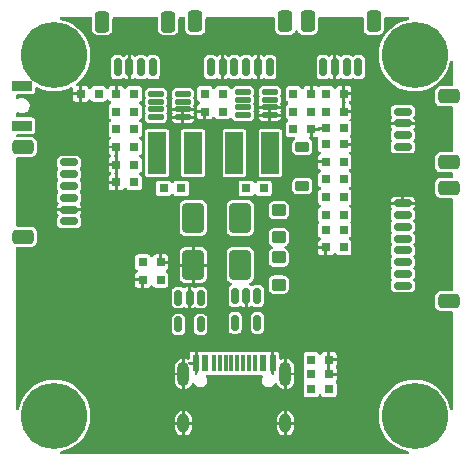
<source format=gbr>
%TF.GenerationSoftware,KiCad,Pcbnew,9.0.7*%
%TF.CreationDate,2026-01-24T01:10:00+08:00*%
%TF.ProjectId,zero star-rounded,7a65726f-2073-4746-9172-2d726f756e64,rev?*%
%TF.SameCoordinates,Original*%
%TF.FileFunction,Copper,L4,Bot*%
%TF.FilePolarity,Positive*%
%FSLAX46Y46*%
G04 Gerber Fmt 4.6, Leading zero omitted, Abs format (unit mm)*
G04 Created by KiCad (PCBNEW 9.0.7) date 2026-01-24 01:10:00*
%MOMM*%
%LPD*%
G01*
G04 APERTURE LIST*
G04 Aperture macros list*
%AMRoundRect*
0 Rectangle with rounded corners*
0 $1 Rounding radius*
0 $2 $3 $4 $5 $6 $7 $8 $9 X,Y pos of 4 corners*
0 Add a 4 corners polygon primitive as box body*
4,1,4,$2,$3,$4,$5,$6,$7,$8,$9,$2,$3,0*
0 Add four circle primitives for the rounded corners*
1,1,$1+$1,$2,$3*
1,1,$1+$1,$4,$5*
1,1,$1+$1,$6,$7*
1,1,$1+$1,$8,$9*
0 Add four rect primitives between the rounded corners*
20,1,$1+$1,$2,$3,$4,$5,0*
20,1,$1+$1,$4,$5,$6,$7,0*
20,1,$1+$1,$6,$7,$8,$9,0*
20,1,$1+$1,$8,$9,$2,$3,0*%
G04 Aperture macros list end*
%TA.AperFunction,ComponentPad*%
%ADD10C,5.600000*%
%TD*%
%TA.AperFunction,SMDPad,CuDef*%
%ADD11R,0.800000X0.800000*%
%TD*%
%TA.AperFunction,SMDPad,CuDef*%
%ADD12RoundRect,0.225000X-0.375000X0.225000X-0.375000X-0.225000X0.375000X-0.225000X0.375000X0.225000X0*%
%TD*%
%TA.AperFunction,SMDPad,CuDef*%
%ADD13RoundRect,0.250000X-0.650000X1.000000X-0.650000X-1.000000X0.650000X-1.000000X0.650000X1.000000X0*%
%TD*%
%TA.AperFunction,SMDPad,CuDef*%
%ADD14RoundRect,0.125000X0.537500X0.125000X-0.537500X0.125000X-0.537500X-0.125000X0.537500X-0.125000X0*%
%TD*%
%TA.AperFunction,SMDPad,CuDef*%
%ADD15RoundRect,0.150000X-0.625000X0.150000X-0.625000X-0.150000X0.625000X-0.150000X0.625000X0.150000X0*%
%TD*%
%TA.AperFunction,SMDPad,CuDef*%
%ADD16RoundRect,0.250000X-0.650000X0.350000X-0.650000X-0.350000X0.650000X-0.350000X0.650000X0.350000X0*%
%TD*%
%TA.AperFunction,SMDPad,CuDef*%
%ADD17RoundRect,0.150000X-0.150000X0.512500X-0.150000X-0.512500X0.150000X-0.512500X0.150000X0.512500X0*%
%TD*%
%TA.AperFunction,SMDPad,CuDef*%
%ADD18R,1.500000X3.600000*%
%TD*%
%TA.AperFunction,SMDPad,CuDef*%
%ADD19RoundRect,0.250000X0.350000X-0.275000X0.350000X0.275000X-0.350000X0.275000X-0.350000X-0.275000X0*%
%TD*%
%TA.AperFunction,SMDPad,CuDef*%
%ADD20RoundRect,0.150000X-0.150000X-0.625000X0.150000X-0.625000X0.150000X0.625000X-0.150000X0.625000X0*%
%TD*%
%TA.AperFunction,SMDPad,CuDef*%
%ADD21RoundRect,0.250000X-0.350000X-0.650000X0.350000X-0.650000X0.350000X0.650000X-0.350000X0.650000X0*%
%TD*%
%TA.AperFunction,SMDPad,CuDef*%
%ADD22RoundRect,0.250000X-0.350000X0.275000X-0.350000X-0.275000X0.350000X-0.275000X0.350000X0.275000X0*%
%TD*%
%TA.AperFunction,SMDPad,CuDef*%
%ADD23RoundRect,0.150000X0.625000X-0.150000X0.625000X0.150000X-0.625000X0.150000X-0.625000X-0.150000X0*%
%TD*%
%TA.AperFunction,SMDPad,CuDef*%
%ADD24RoundRect,0.250000X0.650000X-0.350000X0.650000X0.350000X-0.650000X0.350000X-0.650000X-0.350000X0*%
%TD*%
%TA.AperFunction,SMDPad,CuDef*%
%ADD25R,0.600000X1.450000*%
%TD*%
%TA.AperFunction,SMDPad,CuDef*%
%ADD26R,0.300000X1.450000*%
%TD*%
%TA.AperFunction,HeatsinkPad*%
%ADD27O,1.000000X1.600000*%
%TD*%
%TA.AperFunction,HeatsinkPad*%
%ADD28O,1.000000X2.100000*%
%TD*%
%TA.AperFunction,SMDPad,CuDef*%
%ADD29R,1.700000X0.900000*%
%TD*%
G04 APERTURE END LIST*
D10*
%TO.P,REF\u002A\u002A,1*%
%TO.N,N/C*%
X176750000Y-102250000D03*
%TD*%
%TO.P,REF\u002A\u002A,1*%
%TO.N,N/C*%
X176750000Y-71750000D03*
%TD*%
%TO.P,REF\u002A\u002A,1*%
%TO.N,N/C*%
X207250000Y-71750000D03*
%TD*%
%TO.P,REF\u002A\u002A,1*%
%TO.N,N/C*%
X207250000Y-102250000D03*
%TD*%
D11*
%TO.P,C47,1*%
%TO.N,+3.3VA*%
X201250000Y-82250000D03*
%TO.P,C47,2*%
%TO.N,Net-(C47-Pad2)*%
X199750000Y-82250000D03*
%TD*%
%TO.P,C17,1*%
%TO.N,Net-(U3-LX)*%
X186000000Y-83000000D03*
%TO.P,C17,2*%
%TO.N,Net-(U3-BS)*%
X187500000Y-83000000D03*
%TD*%
D12*
%TO.P,D12,1,K*%
%TO.N,+5V*%
X197750000Y-79500000D03*
%TO.P,D12,2,A*%
%TO.N,Net-(D12-A)*%
X197750000Y-82800000D03*
%TD*%
D11*
%TO.P,C20,1*%
%TO.N,Net-(U4-BP)*%
X184250000Y-89250000D03*
%TO.P,C20,2*%
%TO.N,GND*%
X184250000Y-90750000D03*
%TD*%
%TO.P,C16,1*%
%TO.N,VBAT*%
X183500000Y-79500000D03*
%TO.P,C16,2*%
%TO.N,GND*%
X182000000Y-79500000D03*
%TD*%
D13*
%TO.P,D3,1,K*%
%TO.N,+5V*%
X192500000Y-85500000D03*
%TO.P,D3,2,A*%
%TO.N,Net-(D3-A)*%
X192500000Y-89500000D03*
%TD*%
D14*
%TO.P,U2,1,FB*%
%TO.N,Net-(U2-FB)*%
X195000000Y-74850000D03*
%TO.P,U2,2,FS*%
%TO.N,Net-(U2-FS)*%
X195000000Y-75500000D03*
%TO.P,U2,3,GND*%
%TO.N,GND*%
X195000000Y-76150000D03*
%TO.P,U2,4,GND*%
X195000000Y-76800000D03*
%TO.P,U2,5,IN*%
%TO.N,VBAT*%
X192725000Y-76800000D03*
%TO.P,U2,6,LX*%
%TO.N,Net-(U2-LX)*%
X192725000Y-76150000D03*
%TO.P,U2,7,BS*%
%TO.N,Net-(U2-BS)*%
X192725000Y-75500000D03*
%TO.P,U2,8,EN*%
%TO.N,Net-(U2-EN)*%
X192725000Y-74850000D03*
%TD*%
D11*
%TO.P,R8,1*%
%TO.N,Net-(U3-FB)*%
X183500000Y-78000000D03*
%TO.P,R8,2*%
%TO.N,+9V*%
X182000000Y-78000000D03*
%TD*%
%TO.P,C18,1*%
%TO.N,+9V*%
X183500000Y-82500000D03*
%TO.P,C18,2*%
%TO.N,GND*%
X182000000Y-82500000D03*
%TD*%
%TO.P,C43,1*%
%TO.N,+5V*%
X201250000Y-77920000D03*
%TO.P,C43,2*%
%TO.N,GND*%
X199750000Y-77920000D03*
%TD*%
D15*
%TO.P,J4,1,Pin_1*%
%TO.N,GND*%
X206250000Y-84250000D03*
%TO.P,J4,2,Pin_2*%
%TO.N,VBAT*%
X206250000Y-85250000D03*
%TO.P,J4,3,Pin_3*%
%TO.N,/M1*%
X206250000Y-86250000D03*
%TO.P,J4,4,Pin_4*%
%TO.N,/M2*%
X206250000Y-87250000D03*
%TO.P,J4,5,Pin_5*%
%TO.N,/M3*%
X206250000Y-88250000D03*
%TO.P,J4,6,Pin_6*%
%TO.N,/M4*%
X206250000Y-89250000D03*
%TO.P,J4,7,Pin_7*%
%TO.N,/CURR*%
X206250000Y-90250000D03*
%TO.P,J4,8,Pin_8*%
%TO.N,/ESC_TLM*%
X206250000Y-91250000D03*
D16*
%TO.P,J4,MP*%
%TO.N,N/C*%
X210125000Y-82950000D03*
X210125000Y-92550000D03*
%TD*%
D17*
%TO.P,U4,1,IN*%
%TO.N,+5V*%
X187250000Y-92250000D03*
%TO.P,U4,2,GND*%
%TO.N,GND*%
X188200000Y-92250000D03*
%TO.P,U4,3,EN*%
%TO.N,+5V*%
X189150000Y-92250000D03*
%TO.P,U4,4,BP*%
%TO.N,Net-(U4-BP)*%
X189150000Y-94525000D03*
%TO.P,U4,5,OUT*%
%TO.N,+3.3V*%
X187250000Y-94525000D03*
%TD*%
D11*
%TO.P,C9,1*%
%TO.N,VBAT*%
X199750000Y-75000000D03*
%TO.P,C9,2*%
%TO.N,GND*%
X201250000Y-75000000D03*
%TD*%
D14*
%TO.P,U3,1,FB*%
%TO.N,Net-(U3-FB)*%
X187637500Y-75025000D03*
%TO.P,U3,2,FS*%
%TO.N,Net-(U3-FS)*%
X187637500Y-75675000D03*
%TO.P,U3,3,GND*%
%TO.N,GND*%
X187637500Y-76325000D03*
%TO.P,U3,4,GND*%
X187637500Y-76975000D03*
%TO.P,U3,5,IN*%
%TO.N,VBAT*%
X185362500Y-76975000D03*
%TO.P,U3,6,LX*%
%TO.N,Net-(U3-LX)*%
X185362500Y-76325000D03*
%TO.P,U3,7,BS*%
%TO.N,Net-(U3-BS)*%
X185362500Y-75675000D03*
%TO.P,U3,8,EN*%
%TO.N,Net-(U3-EN)*%
X185362500Y-75025000D03*
%TD*%
D17*
%TO.P,U10,1,IN*%
%TO.N,+5V*%
X192050000Y-92112500D03*
%TO.P,U10,2,GND*%
%TO.N,GND*%
X193000000Y-92112500D03*
%TO.P,U10,3,EN*%
%TO.N,+5V*%
X193950000Y-92112500D03*
%TO.P,U10,4,BP*%
%TO.N,Net-(U10-BP)*%
X193950000Y-94387500D03*
%TO.P,U10,5,OUT*%
%TO.N,Net-(U10-OUT)*%
X192050000Y-94387500D03*
%TD*%
D18*
%TO.P,L1,1,1*%
%TO.N,Net-(U2-LX)*%
X192000000Y-80000000D03*
%TO.P,L1,2,2*%
%TO.N,Net-(D12-A)*%
X195050000Y-80000000D03*
%TD*%
D11*
%TO.P,C45,1*%
%TO.N,Net-(U10-BP)*%
X199750000Y-79250000D03*
%TO.P,C45,2*%
%TO.N,GND*%
X201250000Y-79250000D03*
%TD*%
D19*
%TO.P,L5,1,1*%
%TO.N,Net-(U10-OUT)*%
X195750000Y-91150000D03*
%TO.P,L5,2,2*%
%TO.N,+3.3VA*%
X195750000Y-88850000D03*
%TD*%
D18*
%TO.P,L2,1,1*%
%TO.N,Net-(U3-LX)*%
X185450000Y-80000000D03*
%TO.P,L2,2,2*%
%TO.N,+9V*%
X188500000Y-80000000D03*
%TD*%
D20*
%TO.P,J5,1,Pin_1*%
%TO.N,+5V*%
X199500000Y-72750000D03*
%TO.P,J5,2,Pin_2*%
%TO.N,GND*%
X200500000Y-72750000D03*
%TO.P,J5,3,Pin_3*%
%TO.N,/USART5_TX*%
X201500000Y-72750000D03*
%TO.P,J5,4,Pin_4*%
%TO.N,/USART5_RX*%
X202500000Y-72750000D03*
D21*
%TO.P,J5,MP*%
%TO.N,N/C*%
X198200000Y-68875000D03*
X203800000Y-68875000D03*
%TD*%
D11*
%TO.P,C46,1*%
%TO.N,Net-(U10-OUT)*%
X201250000Y-80750000D03*
%TO.P,C46,2*%
%TO.N,GND*%
X199750000Y-80750000D03*
%TD*%
%TO.P,R12,1*%
%TO.N,GND*%
X200000000Y-97500000D03*
%TO.P,R12,2*%
%TO.N,Net-(J1-CC2)*%
X198500000Y-97500000D03*
%TD*%
D22*
%TO.P,L4,1,1*%
%TO.N,+5V*%
X195750000Y-84850000D03*
%TO.P,L4,2,2*%
%TO.N,+5VA*%
X195750000Y-87150000D03*
%TD*%
D11*
%TO.P,C14,1*%
%TO.N,Net-(U2-LX)*%
X194500000Y-83000000D03*
%TO.P,C14,2*%
%TO.N,Net-(U2-BS)*%
X193000000Y-83000000D03*
%TD*%
%TO.P,R9,1*%
%TO.N,GND*%
X182000000Y-75000000D03*
%TO.P,R9,2*%
%TO.N,Net-(U3-FS)*%
X183500000Y-75000000D03*
%TD*%
%TO.P,C32,1*%
%TO.N,+3.3VA*%
X185750000Y-90750000D03*
%TO.P,C32,2*%
%TO.N,GND*%
X185750000Y-89250000D03*
%TD*%
D15*
%TO.P,J3,1,Pin_1*%
%TO.N,+5V*%
X206250000Y-76500000D03*
%TO.P,J3,2,Pin_2*%
%TO.N,GND*%
X206250000Y-77500000D03*
%TO.P,J3,3,Pin_3*%
%TO.N,/USART1_TX*%
X206250000Y-78500000D03*
%TO.P,J3,4,Pin_4*%
%TO.N,/USART1_RX*%
X206250000Y-79500000D03*
D16*
%TO.P,J3,MP*%
%TO.N,N/C*%
X210125000Y-75200000D03*
X210125000Y-80800000D03*
%TD*%
D11*
%TO.P,C33,1*%
%TO.N,+5VA*%
X201250000Y-86500000D03*
%TO.P,C33,2*%
%TO.N,Net-(C33-Pad2)*%
X199750000Y-86500000D03*
%TD*%
D23*
%TO.P,J23,1,Pin_1*%
%TO.N,+5V*%
X178000000Y-85800000D03*
%TO.P,J23,2,Pin_2*%
%TO.N,GND*%
X178000000Y-84800000D03*
%TO.P,J23,3,Pin_3*%
%TO.N,/UART2_TX*%
X178000000Y-83800000D03*
%TO.P,J23,4,Pin_4*%
%TO.N,/UART2_RX*%
X178000000Y-82800000D03*
%TO.P,J23,5,Pin_5*%
%TO.N,I2C1_SCL*%
X178000000Y-81800000D03*
%TO.P,J23,6,Pin_6*%
%TO.N,I2C1_SDA*%
X178000000Y-80800000D03*
D24*
%TO.P,J23,MP*%
%TO.N,N/C*%
X174125000Y-87100000D03*
X174125000Y-79500000D03*
%TD*%
D11*
%TO.P,R7,1*%
%TO.N,Net-(U2-FB)*%
X198500000Y-76500000D03*
%TO.P,R7,2*%
%TO.N,Net-(D12-A)*%
X197000000Y-76500000D03*
%TD*%
%TO.P,C13,1*%
%TO.N,VBAT*%
X199750000Y-76500000D03*
%TO.P,C13,2*%
%TO.N,GND*%
X201250000Y-76500000D03*
%TD*%
%TO.P,C48,1*%
%TO.N,+3.3VA*%
X201250000Y-83750000D03*
%TO.P,C48,2*%
%TO.N,Net-(C47-Pad2)*%
X199750000Y-83750000D03*
%TD*%
%TO.P,R30,1*%
%TO.N,USB_DETECT*%
X200000000Y-100000000D03*
%TO.P,R30,2*%
%TO.N,Net-(D3-A)*%
X198500000Y-100000000D03*
%TD*%
D20*
%TO.P,J6,1,Pin_1*%
%TO.N,+9V*%
X190000000Y-72750000D03*
%TO.P,J6,2,Pin_2*%
%TO.N,GND*%
X191000000Y-72750000D03*
%TO.P,J6,3,Pin_3*%
%TO.N,/USART4_TX*%
X192000000Y-72750000D03*
%TO.P,J6,4,Pin_4*%
%TO.N,unconnected-(J6-Pin_4-Pad4)*%
X193000000Y-72750000D03*
%TO.P,J6,5,Pin_5*%
%TO.N,GND*%
X194000000Y-72750000D03*
%TO.P,J6,6,Pin_6*%
%TO.N,VIDEO_OUT*%
X195000000Y-72750000D03*
D21*
%TO.P,J6,MP*%
%TO.N,N/C*%
X188700000Y-68875000D03*
X196300000Y-68875000D03*
%TD*%
D20*
%TO.P,J22,1,Pin_1*%
%TO.N,+5V*%
X182107165Y-72755245D03*
%TO.P,J22,2,Pin_2*%
%TO.N,GND*%
X183107165Y-72755245D03*
%TO.P,J22,3,Pin_3*%
%TO.N,USART3_RX*%
X184107165Y-72755245D03*
%TO.P,J22,4,Pin_4*%
%TO.N,USART3_TX*%
X185107165Y-72755245D03*
D21*
%TO.P,J22,MP*%
%TO.N,N/C*%
X180807165Y-68880245D03*
X186407165Y-68880245D03*
%TD*%
D25*
%TO.P,J1,A1,GND*%
%TO.N,GND*%
X195250000Y-97805000D03*
%TO.P,J1,A4,VBUS*%
%TO.N,Net-(D3-A)*%
X194450000Y-97805000D03*
D26*
%TO.P,J1,A5,CC1*%
%TO.N,Net-(J1-CC1)*%
X193250000Y-97805000D03*
%TO.P,J1,A6,D+*%
%TO.N,/USB_DP*%
X192250000Y-97805000D03*
%TO.P,J1,A7,D-*%
%TO.N,/USB_DM*%
X191750000Y-97805000D03*
%TO.P,J1,A8,SBU1*%
%TO.N,unconnected-(J1-SBU1-PadA8)*%
X190750000Y-97805000D03*
D25*
%TO.P,J1,A9,VBUS*%
%TO.N,Net-(D3-A)*%
X189550000Y-97805000D03*
%TO.P,J1,A12,GND*%
%TO.N,GND*%
X188750000Y-97805000D03*
%TO.P,J1,B1,GND*%
X188750000Y-97805000D03*
%TO.P,J1,B4,VBUS*%
%TO.N,Net-(D3-A)*%
X189550000Y-97805000D03*
D26*
%TO.P,J1,B5,CC2*%
%TO.N,Net-(J1-CC2)*%
X190250000Y-97805000D03*
%TO.P,J1,B6,D+*%
%TO.N,/USB_DP*%
X191250000Y-97805000D03*
%TO.P,J1,B7,D-*%
%TO.N,/USB_DM*%
X192750000Y-97805000D03*
%TO.P,J1,B8,SBU2*%
%TO.N,unconnected-(J1-SBU2-PadB8)*%
X193750000Y-97805000D03*
D25*
%TO.P,J1,B9,VBUS*%
%TO.N,Net-(D3-A)*%
X194450000Y-97805000D03*
%TO.P,J1,B12,GND*%
%TO.N,GND*%
X195250000Y-97805000D03*
D27*
%TO.P,J1,S1,SHIELD*%
X196320000Y-102900000D03*
D28*
X196320000Y-98720000D03*
D27*
X187680000Y-102900000D03*
D28*
X187680000Y-98720000D03*
%TD*%
D11*
%TO.P,R13,1*%
%TO.N,GND*%
X200000000Y-98750000D03*
%TO.P,R13,2*%
%TO.N,Net-(J1-CC1)*%
X198500000Y-98750000D03*
%TD*%
%TO.P,R3,1*%
%TO.N,VBAT*%
X183500000Y-76500000D03*
%TO.P,R3,2*%
%TO.N,Net-(U3-EN)*%
X182000000Y-76500000D03*
%TD*%
%TO.P,R11,1*%
%TO.N,GND*%
X179000000Y-75000000D03*
%TO.P,R11,2*%
%TO.N,/BOOT0*%
X180500000Y-75000000D03*
%TD*%
%TO.P,R4,1*%
%TO.N,VBAT*%
X191000000Y-76500000D03*
%TO.P,R4,2*%
%TO.N,Net-(U2-EN)*%
X191000000Y-75000000D03*
%TD*%
%TO.P,C5,1*%
%TO.N,VBAT*%
X183500000Y-81000000D03*
%TO.P,C5,2*%
%TO.N,GND*%
X182000000Y-81000000D03*
%TD*%
%TO.P,R5,1*%
%TO.N,GND*%
X198500000Y-75000000D03*
%TO.P,R5,2*%
%TO.N,Net-(U2-FB)*%
X197000000Y-75000000D03*
%TD*%
D13*
%TO.P,D2,1,A1*%
%TO.N,VBAT*%
X188500000Y-85500000D03*
%TO.P,D2,2,A2*%
%TO.N,GND*%
X188500000Y-89500000D03*
%TD*%
D29*
%TO.P,SW1,1,A*%
%TO.N,/BOOT0*%
X174000000Y-74300000D03*
%TO.P,SW1,2,B*%
%TO.N,+3.3V*%
X174000000Y-77700000D03*
%TD*%
D11*
%TO.P,R10,1*%
%TO.N,GND*%
X189500000Y-76500000D03*
%TO.P,R10,2*%
%TO.N,Net-(U3-FB)*%
X189500000Y-75000000D03*
%TD*%
%TO.P,C35,1*%
%TO.N,+5VA*%
X201250000Y-85250000D03*
%TO.P,C35,2*%
%TO.N,Net-(C33-Pad2)*%
X199750000Y-85250000D03*
%TD*%
%TO.P,C15,1*%
%TO.N,Net-(D12-A)*%
X201250000Y-88000000D03*
%TO.P,C15,2*%
%TO.N,GND*%
X199750000Y-88000000D03*
%TD*%
%TO.P,R6,1*%
%TO.N,GND*%
X198500000Y-78000000D03*
%TO.P,R6,2*%
%TO.N,Net-(U2-FS)*%
X197000000Y-78000000D03*
%TD*%
%TA.AperFunction,Conductor*%
%TO.N,GND*%
G36*
X179899704Y-68520185D02*
G01*
X179945459Y-68572989D01*
X179956665Y-68624500D01*
X179956665Y-69578115D01*
X179956666Y-69578121D01*
X179963073Y-69637728D01*
X180013367Y-69772573D01*
X180013371Y-69772580D01*
X180099617Y-69887789D01*
X180099620Y-69887792D01*
X180214829Y-69974038D01*
X180214836Y-69974042D01*
X180349682Y-70024336D01*
X180349681Y-70024336D01*
X180356609Y-70025080D01*
X180409292Y-70030745D01*
X181205037Y-70030744D01*
X181264648Y-70024336D01*
X181399496Y-69974041D01*
X181514711Y-69887791D01*
X181600961Y-69772576D01*
X181651256Y-69637728D01*
X181657665Y-69578118D01*
X181657664Y-68624499D01*
X181677348Y-68557461D01*
X181730152Y-68511706D01*
X181781664Y-68500500D01*
X185432665Y-68500500D01*
X185499704Y-68520185D01*
X185545459Y-68572989D01*
X185556665Y-68624500D01*
X185556665Y-69578115D01*
X185556666Y-69578121D01*
X185563073Y-69637728D01*
X185613367Y-69772573D01*
X185613371Y-69772580D01*
X185699617Y-69887789D01*
X185699620Y-69887792D01*
X185814829Y-69974038D01*
X185814836Y-69974042D01*
X185949682Y-70024336D01*
X185949681Y-70024336D01*
X185956609Y-70025080D01*
X186009292Y-70030745D01*
X186805037Y-70030744D01*
X186864648Y-70024336D01*
X186999496Y-69974041D01*
X187114711Y-69887791D01*
X187200961Y-69772576D01*
X187251256Y-69637728D01*
X187257665Y-69578118D01*
X187257664Y-68624499D01*
X187277348Y-68557461D01*
X187330152Y-68511706D01*
X187381664Y-68500500D01*
X187725500Y-68500500D01*
X187792539Y-68520185D01*
X187838294Y-68572989D01*
X187849500Y-68624500D01*
X187849500Y-69572870D01*
X187849501Y-69572876D01*
X187855908Y-69632483D01*
X187906202Y-69767328D01*
X187906206Y-69767335D01*
X187992452Y-69882544D01*
X187992455Y-69882547D01*
X188107664Y-69968793D01*
X188107671Y-69968797D01*
X188242517Y-70019091D01*
X188242516Y-70019091D01*
X188249444Y-70019835D01*
X188302127Y-70025500D01*
X189097872Y-70025499D01*
X189157483Y-70019091D01*
X189292331Y-69968796D01*
X189407546Y-69882546D01*
X189493796Y-69767331D01*
X189544091Y-69632483D01*
X189550500Y-69572873D01*
X189550499Y-68624499D01*
X189570183Y-68557461D01*
X189622987Y-68511706D01*
X189674499Y-68500500D01*
X195325500Y-68500500D01*
X195392539Y-68520185D01*
X195438294Y-68572989D01*
X195449500Y-68624500D01*
X195449500Y-69572870D01*
X195449501Y-69572876D01*
X195455908Y-69632483D01*
X195506202Y-69767328D01*
X195506206Y-69767335D01*
X195592452Y-69882544D01*
X195592455Y-69882547D01*
X195707664Y-69968793D01*
X195707671Y-69968797D01*
X195842517Y-70019091D01*
X195842516Y-70019091D01*
X195849444Y-70019835D01*
X195902127Y-70025500D01*
X196697872Y-70025499D01*
X196757483Y-70019091D01*
X196892331Y-69968796D01*
X197007546Y-69882546D01*
X197093796Y-69767331D01*
X197133818Y-69660027D01*
X197175689Y-69604093D01*
X197241153Y-69579676D01*
X197309426Y-69594527D01*
X197358832Y-69643932D01*
X197366182Y-69660027D01*
X197406202Y-69767328D01*
X197406206Y-69767335D01*
X197492452Y-69882544D01*
X197492455Y-69882547D01*
X197607664Y-69968793D01*
X197607671Y-69968797D01*
X197742517Y-70019091D01*
X197742516Y-70019091D01*
X197749444Y-70019835D01*
X197802127Y-70025500D01*
X198597872Y-70025499D01*
X198657483Y-70019091D01*
X198792331Y-69968796D01*
X198907546Y-69882546D01*
X198993796Y-69767331D01*
X199044091Y-69632483D01*
X199050500Y-69572873D01*
X199050499Y-68624499D01*
X199070183Y-68557461D01*
X199122987Y-68511706D01*
X199174499Y-68500500D01*
X202825500Y-68500500D01*
X202892539Y-68520185D01*
X202938294Y-68572989D01*
X202949500Y-68624500D01*
X202949500Y-69572870D01*
X202949501Y-69572876D01*
X202955908Y-69632483D01*
X203006202Y-69767328D01*
X203006206Y-69767335D01*
X203092452Y-69882544D01*
X203092455Y-69882547D01*
X203207664Y-69968793D01*
X203207671Y-69968797D01*
X203342517Y-70019091D01*
X203342516Y-70019091D01*
X203349444Y-70019835D01*
X203402127Y-70025500D01*
X204197872Y-70025499D01*
X204257483Y-70019091D01*
X204392331Y-69968796D01*
X204507546Y-69882546D01*
X204593796Y-69767331D01*
X204644091Y-69632483D01*
X204650500Y-69572873D01*
X204650499Y-68624499D01*
X204670183Y-68557461D01*
X204722987Y-68511706D01*
X204774499Y-68500500D01*
X206677634Y-68500500D01*
X206744673Y-68520185D01*
X206790428Y-68572989D01*
X206800372Y-68642147D01*
X206771347Y-68705703D01*
X206712569Y-68743477D01*
X206705231Y-68745389D01*
X206664378Y-68754714D01*
X206404183Y-68814102D01*
X206404181Y-68814103D01*
X206080783Y-68927264D01*
X205772092Y-69075922D01*
X205481983Y-69258210D01*
X205214107Y-69471833D01*
X204971833Y-69714107D01*
X204758210Y-69981983D01*
X204575922Y-70272092D01*
X204427264Y-70580783D01*
X204314103Y-70904181D01*
X204314102Y-70904183D01*
X204237861Y-71238217D01*
X204237858Y-71238231D01*
X204199500Y-71578681D01*
X204199500Y-71921318D01*
X204237858Y-72261768D01*
X204237861Y-72261782D01*
X204314102Y-72595816D01*
X204314103Y-72595818D01*
X204427264Y-72919216D01*
X204575922Y-73227907D01*
X204575924Y-73227910D01*
X204758211Y-73518018D01*
X204886369Y-73678723D01*
X204967728Y-73780745D01*
X204971834Y-73785893D01*
X205214107Y-74028166D01*
X205481982Y-74241789D01*
X205772090Y-74424076D01*
X205772092Y-74424077D01*
X205861106Y-74466944D01*
X206080785Y-74572736D01*
X206404183Y-74685897D01*
X206738217Y-74762139D01*
X206738226Y-74762140D01*
X206738231Y-74762141D01*
X206965197Y-74787713D01*
X207078682Y-74800499D01*
X207078685Y-74800500D01*
X207078688Y-74800500D01*
X207421315Y-74800500D01*
X207421316Y-74800499D01*
X207595311Y-74780895D01*
X207761768Y-74762141D01*
X207761771Y-74762140D01*
X207761783Y-74762139D01*
X208095817Y-74685897D01*
X208419215Y-74572736D01*
X208727910Y-74424076D01*
X209018018Y-74241789D01*
X209285893Y-74028166D01*
X209528166Y-73785893D01*
X209741789Y-73518018D01*
X209924076Y-73227910D01*
X210072736Y-72919215D01*
X210185897Y-72595817D01*
X210254609Y-72294770D01*
X210288718Y-72233794D01*
X210350379Y-72200936D01*
X210420016Y-72206631D01*
X210475520Y-72249071D01*
X210499268Y-72314781D01*
X210499500Y-72322365D01*
X210499500Y-74225500D01*
X210479815Y-74292539D01*
X210427011Y-74338294D01*
X210375500Y-74349500D01*
X209427129Y-74349500D01*
X209427123Y-74349501D01*
X209367516Y-74355908D01*
X209232671Y-74406202D01*
X209232664Y-74406206D01*
X209117455Y-74492452D01*
X209117452Y-74492455D01*
X209031206Y-74607664D01*
X209031202Y-74607671D01*
X208980908Y-74742517D01*
X208974501Y-74802116D01*
X208974500Y-74802135D01*
X208974500Y-75597870D01*
X208974501Y-75597876D01*
X208980908Y-75657483D01*
X209031202Y-75792328D01*
X209031206Y-75792335D01*
X209117452Y-75907544D01*
X209117455Y-75907547D01*
X209232664Y-75993793D01*
X209232671Y-75993797D01*
X209367517Y-76044091D01*
X209367516Y-76044091D01*
X209374444Y-76044835D01*
X209427127Y-76050500D01*
X210375500Y-76050499D01*
X210442539Y-76070183D01*
X210488294Y-76122987D01*
X210499500Y-76174499D01*
X210499500Y-79825500D01*
X210479815Y-79892539D01*
X210427011Y-79938294D01*
X210375500Y-79949500D01*
X209427129Y-79949500D01*
X209427123Y-79949501D01*
X209367516Y-79955908D01*
X209232671Y-80006202D01*
X209232664Y-80006206D01*
X209117455Y-80092452D01*
X209117452Y-80092455D01*
X209031206Y-80207664D01*
X209031202Y-80207671D01*
X208980908Y-80342517D01*
X208974501Y-80402116D01*
X208974500Y-80402135D01*
X208974500Y-81197870D01*
X208974501Y-81197876D01*
X208980908Y-81257483D01*
X209031202Y-81392328D01*
X209031206Y-81392335D01*
X209117452Y-81507544D01*
X209117455Y-81507547D01*
X209232664Y-81593793D01*
X209232671Y-81593797D01*
X209367517Y-81644091D01*
X209367516Y-81644091D01*
X209374444Y-81644835D01*
X209427127Y-81650500D01*
X210375500Y-81650499D01*
X210384186Y-81653049D01*
X210393147Y-81651761D01*
X210417183Y-81662738D01*
X210442539Y-81670183D01*
X210448467Y-81677025D01*
X210456703Y-81680786D01*
X210470989Y-81703017D01*
X210488294Y-81722987D01*
X210490581Y-81733502D01*
X210494477Y-81739564D01*
X210499500Y-81774499D01*
X210499500Y-81975500D01*
X210479815Y-82042539D01*
X210427011Y-82088294D01*
X210375500Y-82099500D01*
X209427129Y-82099500D01*
X209427123Y-82099501D01*
X209367516Y-82105908D01*
X209232671Y-82156202D01*
X209232664Y-82156206D01*
X209117455Y-82242452D01*
X209117452Y-82242455D01*
X209031206Y-82357664D01*
X209031202Y-82357671D01*
X208980908Y-82492517D01*
X208974501Y-82552116D01*
X208974500Y-82552135D01*
X208974500Y-83347870D01*
X208974501Y-83347876D01*
X208980908Y-83407483D01*
X209031202Y-83542328D01*
X209031206Y-83542335D01*
X209117452Y-83657544D01*
X209117455Y-83657547D01*
X209232664Y-83743793D01*
X209232671Y-83743797D01*
X209367517Y-83794091D01*
X209367516Y-83794091D01*
X209374444Y-83794835D01*
X209427127Y-83800500D01*
X210375500Y-83800499D01*
X210442539Y-83820183D01*
X210488294Y-83872987D01*
X210499500Y-83924499D01*
X210499500Y-91575500D01*
X210479815Y-91642539D01*
X210427011Y-91688294D01*
X210375500Y-91699500D01*
X209427129Y-91699500D01*
X209427123Y-91699501D01*
X209367516Y-91705908D01*
X209232671Y-91756202D01*
X209232664Y-91756206D01*
X209117455Y-91842452D01*
X209117452Y-91842455D01*
X209031206Y-91957664D01*
X209031202Y-91957671D01*
X208980908Y-92092517D01*
X208974501Y-92152116D01*
X208974500Y-92152135D01*
X208974500Y-92947870D01*
X208974501Y-92947876D01*
X208980908Y-93007483D01*
X209031202Y-93142328D01*
X209031206Y-93142335D01*
X209117452Y-93257544D01*
X209117455Y-93257547D01*
X209232664Y-93343793D01*
X209232671Y-93343797D01*
X209367517Y-93394091D01*
X209367516Y-93394091D01*
X209374444Y-93394835D01*
X209427127Y-93400500D01*
X210375500Y-93400499D01*
X210442539Y-93420183D01*
X210488294Y-93472987D01*
X210499500Y-93524499D01*
X210499500Y-101677634D01*
X210479815Y-101744673D01*
X210427011Y-101790428D01*
X210357853Y-101800372D01*
X210294297Y-101771347D01*
X210256523Y-101712569D01*
X210254609Y-101705227D01*
X210185897Y-101404183D01*
X210185896Y-101404181D01*
X210072735Y-101080783D01*
X209924077Y-100772092D01*
X209838544Y-100635967D01*
X209741789Y-100481982D01*
X209528166Y-100214107D01*
X209285893Y-99971834D01*
X209018018Y-99758211D01*
X208771582Y-99603365D01*
X208727907Y-99575922D01*
X208419216Y-99427264D01*
X208095818Y-99314103D01*
X208095816Y-99314102D01*
X207804189Y-99247540D01*
X207761783Y-99237861D01*
X207761780Y-99237860D01*
X207761768Y-99237858D01*
X207421318Y-99199500D01*
X207421312Y-99199500D01*
X207078688Y-99199500D01*
X207078681Y-99199500D01*
X206738231Y-99237858D01*
X206738217Y-99237861D01*
X206404183Y-99314102D01*
X206404181Y-99314103D01*
X206080783Y-99427264D01*
X205772092Y-99575922D01*
X205481983Y-99758210D01*
X205214107Y-99971833D01*
X204971833Y-100214107D01*
X204758210Y-100481983D01*
X204575922Y-100772092D01*
X204427264Y-101080783D01*
X204314103Y-101404181D01*
X204314102Y-101404183D01*
X204237861Y-101738217D01*
X204237858Y-101738231D01*
X204199500Y-102078681D01*
X204199500Y-102421318D01*
X204237858Y-102761768D01*
X204237861Y-102761782D01*
X204314102Y-103095816D01*
X204314103Y-103095818D01*
X204427264Y-103419216D01*
X204575922Y-103727907D01*
X204575924Y-103727910D01*
X204758211Y-104018018D01*
X204971834Y-104285893D01*
X205214107Y-104528166D01*
X205481982Y-104741789D01*
X205772090Y-104924076D01*
X206080785Y-105072736D01*
X206404183Y-105185897D01*
X206705227Y-105254609D01*
X206766205Y-105288718D01*
X206799063Y-105350379D01*
X206793368Y-105420017D01*
X206750928Y-105475520D01*
X206685218Y-105499268D01*
X206677634Y-105499500D01*
X177322366Y-105499500D01*
X177255327Y-105479815D01*
X177209572Y-105427011D01*
X177199628Y-105357853D01*
X177228653Y-105294297D01*
X177287431Y-105256523D01*
X177294768Y-105254610D01*
X177595817Y-105185897D01*
X177919215Y-105072736D01*
X178227910Y-104924076D01*
X178518018Y-104741789D01*
X178785893Y-104528166D01*
X179028166Y-104285893D01*
X179241789Y-104018018D01*
X179424076Y-103727910D01*
X179572736Y-103419215D01*
X179685897Y-103095817D01*
X179762139Y-102761783D01*
X179763572Y-102749071D01*
X179788691Y-102526126D01*
X186930000Y-102526126D01*
X186930000Y-102775000D01*
X187380000Y-102775000D01*
X187380000Y-103025000D01*
X186930000Y-103025000D01*
X186930000Y-103273873D01*
X186958820Y-103418759D01*
X186958822Y-103418767D01*
X187015357Y-103555254D01*
X187015362Y-103555264D01*
X187097436Y-103678096D01*
X187097439Y-103678100D01*
X187201899Y-103782560D01*
X187201903Y-103782563D01*
X187324735Y-103864637D01*
X187324745Y-103864642D01*
X187461232Y-103921177D01*
X187461240Y-103921179D01*
X187554999Y-103939829D01*
X187555000Y-103939829D01*
X187555000Y-103474242D01*
X187564204Y-103479556D01*
X187640504Y-103500000D01*
X187719496Y-103500000D01*
X187795796Y-103479556D01*
X187805000Y-103474242D01*
X187805000Y-103939829D01*
X187898759Y-103921179D01*
X187898767Y-103921177D01*
X188035254Y-103864642D01*
X188035264Y-103864637D01*
X188158096Y-103782563D01*
X188158100Y-103782560D01*
X188262560Y-103678100D01*
X188262563Y-103678096D01*
X188344637Y-103555264D01*
X188344642Y-103555254D01*
X188401177Y-103418767D01*
X188401179Y-103418759D01*
X188429999Y-103273873D01*
X188430000Y-103273871D01*
X188430000Y-103025000D01*
X187980000Y-103025000D01*
X187980000Y-102775000D01*
X188430000Y-102775000D01*
X188430000Y-102526128D01*
X188429999Y-102526126D01*
X195570000Y-102526126D01*
X195570000Y-102775000D01*
X196020000Y-102775000D01*
X196020000Y-103025000D01*
X195570000Y-103025000D01*
X195570000Y-103273873D01*
X195598820Y-103418759D01*
X195598822Y-103418767D01*
X195655357Y-103555254D01*
X195655362Y-103555264D01*
X195737436Y-103678096D01*
X195737439Y-103678100D01*
X195841899Y-103782560D01*
X195841903Y-103782563D01*
X195964735Y-103864637D01*
X195964745Y-103864642D01*
X196101232Y-103921177D01*
X196101240Y-103921179D01*
X196194999Y-103939829D01*
X196195000Y-103939829D01*
X196195000Y-103474242D01*
X196204204Y-103479556D01*
X196280504Y-103500000D01*
X196359496Y-103500000D01*
X196435796Y-103479556D01*
X196445000Y-103474242D01*
X196445000Y-103939829D01*
X196538759Y-103921179D01*
X196538767Y-103921177D01*
X196675254Y-103864642D01*
X196675264Y-103864637D01*
X196798096Y-103782563D01*
X196798100Y-103782560D01*
X196902560Y-103678100D01*
X196902563Y-103678096D01*
X196984637Y-103555264D01*
X196984642Y-103555254D01*
X197041177Y-103418767D01*
X197041179Y-103418759D01*
X197069999Y-103273873D01*
X197070000Y-103273871D01*
X197070000Y-103025000D01*
X196620000Y-103025000D01*
X196620000Y-102775000D01*
X197070000Y-102775000D01*
X197070000Y-102526128D01*
X197069999Y-102526126D01*
X197041179Y-102381240D01*
X197041177Y-102381232D01*
X196984642Y-102244745D01*
X196984637Y-102244735D01*
X196902563Y-102121903D01*
X196902560Y-102121899D01*
X196798100Y-102017439D01*
X196798096Y-102017436D01*
X196675264Y-101935362D01*
X196675254Y-101935357D01*
X196538765Y-101878821D01*
X196538761Y-101878820D01*
X196445000Y-101860169D01*
X196445000Y-102325757D01*
X196435796Y-102320444D01*
X196359496Y-102300000D01*
X196280504Y-102300000D01*
X196204204Y-102320444D01*
X196195000Y-102325757D01*
X196195000Y-101860170D01*
X196194999Y-101860169D01*
X196101238Y-101878820D01*
X196101234Y-101878821D01*
X195964745Y-101935357D01*
X195964735Y-101935362D01*
X195841903Y-102017436D01*
X195841899Y-102017439D01*
X195737439Y-102121899D01*
X195737436Y-102121903D01*
X195655362Y-102244735D01*
X195655357Y-102244745D01*
X195598822Y-102381232D01*
X195598820Y-102381240D01*
X195570000Y-102526126D01*
X188429999Y-102526126D01*
X188401179Y-102381240D01*
X188401177Y-102381232D01*
X188344642Y-102244745D01*
X188344637Y-102244735D01*
X188262563Y-102121903D01*
X188262560Y-102121899D01*
X188158100Y-102017439D01*
X188158096Y-102017436D01*
X188035264Y-101935362D01*
X188035254Y-101935357D01*
X187898765Y-101878821D01*
X187898761Y-101878820D01*
X187805000Y-101860169D01*
X187805000Y-102325757D01*
X187795796Y-102320444D01*
X187719496Y-102300000D01*
X187640504Y-102300000D01*
X187564204Y-102320444D01*
X187555000Y-102325757D01*
X187555000Y-101860170D01*
X187554999Y-101860169D01*
X187461238Y-101878820D01*
X187461234Y-101878821D01*
X187324745Y-101935357D01*
X187324735Y-101935362D01*
X187201903Y-102017436D01*
X187201899Y-102017439D01*
X187097439Y-102121899D01*
X187097436Y-102121903D01*
X187015362Y-102244735D01*
X187015357Y-102244745D01*
X186958822Y-102381232D01*
X186958820Y-102381240D01*
X186930000Y-102526126D01*
X179788691Y-102526126D01*
X179790941Y-102506156D01*
X179800499Y-102421318D01*
X179800500Y-102421314D01*
X179800500Y-102078685D01*
X179800499Y-102078681D01*
X179762141Y-101738231D01*
X179762140Y-101738226D01*
X179762139Y-101738217D01*
X179685897Y-101404183D01*
X179572736Y-101080785D01*
X179424076Y-100772090D01*
X179241789Y-100481982D01*
X179028166Y-100214107D01*
X178785893Y-99971834D01*
X178518018Y-99758211D01*
X178271582Y-99603365D01*
X178227907Y-99575922D01*
X177919216Y-99427264D01*
X177595818Y-99314103D01*
X177595816Y-99314102D01*
X177304189Y-99247540D01*
X177261783Y-99237861D01*
X177261780Y-99237860D01*
X177261768Y-99237858D01*
X176921318Y-99199500D01*
X176921312Y-99199500D01*
X176578688Y-99199500D01*
X176578681Y-99199500D01*
X176238231Y-99237858D01*
X176238217Y-99237861D01*
X175904183Y-99314102D01*
X175904181Y-99314103D01*
X175580783Y-99427264D01*
X175272092Y-99575922D01*
X174981983Y-99758210D01*
X174714107Y-99971833D01*
X174471833Y-100214107D01*
X174258210Y-100481983D01*
X174075922Y-100772092D01*
X173927264Y-101080783D01*
X173814103Y-101404181D01*
X173814102Y-101404183D01*
X173745391Y-101705227D01*
X173711282Y-101766205D01*
X173649621Y-101799063D01*
X173579983Y-101793368D01*
X173524480Y-101750928D01*
X173500732Y-101685218D01*
X173500500Y-101677634D01*
X173500500Y-98096126D01*
X186930000Y-98096126D01*
X186930000Y-98595000D01*
X187380000Y-98595000D01*
X187380000Y-98845000D01*
X186930000Y-98845000D01*
X186930000Y-99343873D01*
X186958820Y-99488759D01*
X186958822Y-99488767D01*
X187015357Y-99625254D01*
X187015362Y-99625264D01*
X187097436Y-99748096D01*
X187097439Y-99748100D01*
X187201899Y-99852560D01*
X187201903Y-99852563D01*
X187324735Y-99934637D01*
X187324745Y-99934642D01*
X187461232Y-99991177D01*
X187461240Y-99991179D01*
X187554999Y-100009829D01*
X187555000Y-100009829D01*
X187555000Y-99544242D01*
X187564204Y-99549556D01*
X187640504Y-99570000D01*
X187719496Y-99570000D01*
X187795796Y-99549556D01*
X187805000Y-99544242D01*
X187805000Y-100009829D01*
X187898759Y-99991179D01*
X187898767Y-99991177D01*
X188035254Y-99934642D01*
X188035264Y-99934637D01*
X188158096Y-99852563D01*
X188158100Y-99852560D01*
X188262560Y-99748100D01*
X188262563Y-99748096D01*
X188344637Y-99625264D01*
X188344644Y-99625251D01*
X188381041Y-99537381D01*
X188424882Y-99482977D01*
X188491176Y-99460912D01*
X188558875Y-99478191D01*
X188602989Y-99522832D01*
X188649485Y-99603365D01*
X188756635Y-99710515D01*
X188887865Y-99786281D01*
X189034234Y-99825500D01*
X189034236Y-99825500D01*
X189185764Y-99825500D01*
X189185766Y-99825500D01*
X189332135Y-99786281D01*
X189463365Y-99710515D01*
X189570515Y-99603365D01*
X189646281Y-99472135D01*
X189685500Y-99325766D01*
X189685500Y-99174234D01*
X189646281Y-99027865D01*
X189610851Y-98966500D01*
X189594379Y-98898601D01*
X189617231Y-98832574D01*
X189672152Y-98789383D01*
X189718239Y-98780500D01*
X189874676Y-98780500D01*
X189950808Y-98765356D01*
X189999192Y-98765356D01*
X190075323Y-98780500D01*
X190075326Y-98780500D01*
X190424674Y-98780500D01*
X190475811Y-98770328D01*
X190524189Y-98770328D01*
X190575326Y-98780500D01*
X190924674Y-98780500D01*
X190975811Y-98770328D01*
X191024189Y-98770328D01*
X191075326Y-98780500D01*
X191424674Y-98780500D01*
X191475811Y-98770328D01*
X191524189Y-98770328D01*
X191575326Y-98780500D01*
X191924674Y-98780500D01*
X191975811Y-98770328D01*
X192024189Y-98770328D01*
X192075326Y-98780500D01*
X192424674Y-98780500D01*
X192475811Y-98770328D01*
X192524189Y-98770328D01*
X192575326Y-98780500D01*
X192924674Y-98780500D01*
X192975811Y-98770328D01*
X193024189Y-98770328D01*
X193075326Y-98780500D01*
X193424674Y-98780500D01*
X193475811Y-98770328D01*
X193524189Y-98770328D01*
X193575326Y-98780500D01*
X193924676Y-98780500D01*
X194000808Y-98765356D01*
X194049192Y-98765356D01*
X194125323Y-98780500D01*
X194125326Y-98780500D01*
X194281761Y-98780500D01*
X194348800Y-98800185D01*
X194394555Y-98852989D01*
X194404499Y-98922147D01*
X194389148Y-98966501D01*
X194353719Y-99027863D01*
X194314500Y-99174234D01*
X194314500Y-99325766D01*
X194324754Y-99364034D01*
X194353719Y-99472136D01*
X194391388Y-99537380D01*
X194429485Y-99603365D01*
X194536635Y-99710515D01*
X194667865Y-99786281D01*
X194814234Y-99825500D01*
X194814236Y-99825500D01*
X194965764Y-99825500D01*
X194965766Y-99825500D01*
X195112135Y-99786281D01*
X195243365Y-99710515D01*
X195350515Y-99603365D01*
X195397010Y-99522832D01*
X195447577Y-99474617D01*
X195516184Y-99461394D01*
X195581049Y-99487362D01*
X195618958Y-99537380D01*
X195655357Y-99625254D01*
X195655362Y-99625264D01*
X195737436Y-99748096D01*
X195737439Y-99748100D01*
X195841899Y-99852560D01*
X195841903Y-99852563D01*
X195964735Y-99934637D01*
X195964745Y-99934642D01*
X196101232Y-99991177D01*
X196101240Y-99991179D01*
X196194999Y-100009829D01*
X196195000Y-100009829D01*
X196195000Y-99544242D01*
X196204204Y-99549556D01*
X196280504Y-99570000D01*
X196359496Y-99570000D01*
X196435796Y-99549556D01*
X196445000Y-99544242D01*
X196445000Y-100009829D01*
X196538759Y-99991179D01*
X196538767Y-99991177D01*
X196675254Y-99934642D01*
X196675264Y-99934637D01*
X196798096Y-99852563D01*
X196798100Y-99852560D01*
X196902560Y-99748100D01*
X196902563Y-99748096D01*
X196984637Y-99625264D01*
X196984642Y-99625254D01*
X197041177Y-99488767D01*
X197041179Y-99488759D01*
X197069999Y-99343873D01*
X197070000Y-99343871D01*
X197070000Y-98845000D01*
X196620000Y-98845000D01*
X196620000Y-98595000D01*
X197070000Y-98595000D01*
X197070000Y-98096128D01*
X197069999Y-98096126D01*
X197041179Y-97951240D01*
X197041177Y-97951232D01*
X196984642Y-97814745D01*
X196984637Y-97814735D01*
X196902563Y-97691903D01*
X196902560Y-97691899D01*
X196798100Y-97587439D01*
X196798096Y-97587436D01*
X196675264Y-97505362D01*
X196675254Y-97505357D01*
X196538765Y-97448821D01*
X196538761Y-97448820D01*
X196445000Y-97430169D01*
X196445000Y-97895757D01*
X196435796Y-97890444D01*
X196359496Y-97870000D01*
X196280504Y-97870000D01*
X196204204Y-97890444D01*
X196195000Y-97895757D01*
X196195000Y-97430170D01*
X196194999Y-97430169D01*
X196101238Y-97448820D01*
X196101234Y-97448821D01*
X195971453Y-97502579D01*
X195901984Y-97510048D01*
X195839504Y-97478773D01*
X195803852Y-97418684D01*
X195800000Y-97388018D01*
X195800000Y-97075321D01*
X197849500Y-97075321D01*
X197849500Y-97924678D01*
X197864032Y-97997735D01*
X197864033Y-97997738D01*
X197903035Y-98056111D01*
X197923911Y-98122789D01*
X197905425Y-98190169D01*
X197903035Y-98193889D01*
X197864033Y-98252261D01*
X197864032Y-98252264D01*
X197849500Y-98325321D01*
X197849500Y-99174678D01*
X197864032Y-99247735D01*
X197864033Y-99247738D01*
X197903035Y-99306111D01*
X197923911Y-99372789D01*
X197905425Y-99440169D01*
X197903035Y-99443889D01*
X197864033Y-99502261D01*
X197864032Y-99502264D01*
X197849500Y-99575321D01*
X197849500Y-100424678D01*
X197864032Y-100497735D01*
X197864033Y-100497739D01*
X197864034Y-100497740D01*
X197919399Y-100580601D01*
X198002260Y-100635966D01*
X198002264Y-100635967D01*
X198075321Y-100650499D01*
X198075324Y-100650500D01*
X198075326Y-100650500D01*
X198924676Y-100650500D01*
X198924677Y-100650499D01*
X198997740Y-100635966D01*
X199080601Y-100580601D01*
X199135966Y-100497740D01*
X199135966Y-100497739D01*
X199142751Y-100487585D01*
X199143984Y-100488409D01*
X199179278Y-100444610D01*
X199245571Y-100422544D01*
X199313271Y-100439822D01*
X199360883Y-100490958D01*
X199363862Y-100497482D01*
X199364033Y-100497739D01*
X199364034Y-100497740D01*
X199419399Y-100580601D01*
X199502260Y-100635966D01*
X199502264Y-100635967D01*
X199575321Y-100650499D01*
X199575324Y-100650500D01*
X199575326Y-100650500D01*
X200424676Y-100650500D01*
X200424677Y-100650499D01*
X200497740Y-100635966D01*
X200580601Y-100580601D01*
X200635966Y-100497740D01*
X200650500Y-100424674D01*
X200650500Y-99575326D01*
X200650500Y-99575323D01*
X200650499Y-99575321D01*
X200635967Y-99502264D01*
X200635966Y-99502261D01*
X200635966Y-99502260D01*
X200635964Y-99502258D01*
X200635964Y-99502256D01*
X200596664Y-99443439D01*
X200575786Y-99376762D01*
X200594271Y-99309382D01*
X200596664Y-99305657D01*
X200635496Y-99247541D01*
X200635496Y-99247540D01*
X200649999Y-99174628D01*
X200650000Y-99174626D01*
X200650000Y-98875000D01*
X200124000Y-98875000D01*
X200115314Y-98872449D01*
X200106353Y-98873738D01*
X200082312Y-98862759D01*
X200056961Y-98855315D01*
X200051033Y-98848474D01*
X200042797Y-98844713D01*
X200028507Y-98822478D01*
X200011206Y-98802511D01*
X200008918Y-98791996D01*
X200005023Y-98785935D01*
X200000000Y-98751000D01*
X200000000Y-98750000D01*
X199999000Y-98750000D01*
X199931961Y-98730315D01*
X199886206Y-98677511D01*
X199875000Y-98626000D01*
X199875000Y-98625000D01*
X200125000Y-98625000D01*
X200650000Y-98625000D01*
X200650000Y-98325373D01*
X200649999Y-98325371D01*
X200635496Y-98252459D01*
X200635495Y-98252455D01*
X200596363Y-98193891D01*
X200575485Y-98127214D01*
X200593969Y-98059834D01*
X200596363Y-98056109D01*
X200635495Y-97997544D01*
X200635496Y-97997540D01*
X200649999Y-97924628D01*
X200650000Y-97924626D01*
X200650000Y-97625000D01*
X200125000Y-97625000D01*
X200125000Y-98625000D01*
X199875000Y-98625000D01*
X199875000Y-97375000D01*
X200125000Y-97375000D01*
X200650000Y-97375000D01*
X200650000Y-97075373D01*
X200649999Y-97075371D01*
X200635496Y-97002459D01*
X200635494Y-97002455D01*
X200580239Y-96919760D01*
X200497544Y-96864505D01*
X200497540Y-96864503D01*
X200424627Y-96850000D01*
X200125000Y-96850000D01*
X200125000Y-97375000D01*
X199875000Y-97375000D01*
X199875000Y-96850000D01*
X199575373Y-96850000D01*
X199502459Y-96864503D01*
X199502455Y-96864505D01*
X199419760Y-96919760D01*
X199357720Y-97012610D01*
X199356607Y-97011866D01*
X199320991Y-97056060D01*
X199254696Y-97078121D01*
X199186997Y-97060839D01*
X199139389Y-97009699D01*
X199136049Y-97002385D01*
X199135966Y-97002261D01*
X199135966Y-97002260D01*
X199080601Y-96919399D01*
X198997740Y-96864034D01*
X198997739Y-96864033D01*
X198997735Y-96864032D01*
X198924677Y-96849500D01*
X198924674Y-96849500D01*
X198075326Y-96849500D01*
X198075323Y-96849500D01*
X198002264Y-96864032D01*
X198002260Y-96864033D01*
X197919399Y-96919399D01*
X197864033Y-97002260D01*
X197864032Y-97002264D01*
X197849500Y-97075321D01*
X195800000Y-97075321D01*
X195800000Y-97055373D01*
X195799999Y-97055371D01*
X195785496Y-96982459D01*
X195785494Y-96982455D01*
X195730239Y-96899760D01*
X195647544Y-96844505D01*
X195647540Y-96844503D01*
X195574627Y-96830000D01*
X195375000Y-96830000D01*
X195375000Y-98650709D01*
X195373287Y-98656541D01*
X195374437Y-98662510D01*
X195363557Y-98689676D01*
X195355315Y-98717748D01*
X195350722Y-98721727D01*
X195348462Y-98727372D01*
X195324618Y-98744346D01*
X195302511Y-98763503D01*
X195296495Y-98764367D01*
X195291543Y-98767894D01*
X195262314Y-98769282D01*
X195233353Y-98773447D01*
X195226270Y-98770995D01*
X195221752Y-98771210D01*
X195188988Y-98758089D01*
X195186988Y-98756934D01*
X195138778Y-98706362D01*
X195125000Y-98649554D01*
X195125000Y-97930000D01*
X195124500Y-97930000D01*
X195115814Y-97927449D01*
X195106853Y-97928738D01*
X195082812Y-97917759D01*
X195057461Y-97910315D01*
X195051533Y-97903474D01*
X195043297Y-97899713D01*
X195029007Y-97877478D01*
X195011706Y-97857511D01*
X195009418Y-97846996D01*
X195005523Y-97840935D01*
X195000500Y-97806000D01*
X195000500Y-97804000D01*
X195020185Y-97736961D01*
X195072989Y-97691206D01*
X195124500Y-97680000D01*
X195125000Y-97680000D01*
X195125000Y-96830000D01*
X194925375Y-96830000D01*
X194875470Y-96839926D01*
X194827091Y-96839926D01*
X194774674Y-96829500D01*
X194125326Y-96829500D01*
X194049190Y-96844644D01*
X194000810Y-96844644D01*
X193924674Y-96829500D01*
X193575326Y-96829500D01*
X193524190Y-96839671D01*
X193475810Y-96839671D01*
X193424674Y-96829500D01*
X193075326Y-96829500D01*
X193024190Y-96839671D01*
X192975810Y-96839671D01*
X192924674Y-96829500D01*
X192575326Y-96829500D01*
X192524190Y-96839671D01*
X192475810Y-96839671D01*
X192424674Y-96829500D01*
X192075326Y-96829500D01*
X192024190Y-96839671D01*
X191975810Y-96839671D01*
X191924674Y-96829500D01*
X191575326Y-96829500D01*
X191524190Y-96839671D01*
X191475810Y-96839671D01*
X191424674Y-96829500D01*
X191075326Y-96829500D01*
X191024190Y-96839671D01*
X190975810Y-96839671D01*
X190924674Y-96829500D01*
X190575326Y-96829500D01*
X190524190Y-96839671D01*
X190475810Y-96839671D01*
X190424674Y-96829500D01*
X190075326Y-96829500D01*
X189999190Y-96844644D01*
X189950810Y-96844644D01*
X189874674Y-96829500D01*
X189225326Y-96829500D01*
X189225325Y-96829500D01*
X189172906Y-96839926D01*
X189124527Y-96839926D01*
X189074624Y-96830000D01*
X188875000Y-96830000D01*
X188875000Y-98649554D01*
X188871620Y-98661064D01*
X188872762Y-98673007D01*
X188861957Y-98693970D01*
X188855315Y-98716593D01*
X188845449Y-98726000D01*
X188840753Y-98735114D01*
X188813012Y-98756934D01*
X188811012Y-98758089D01*
X188743114Y-98774569D01*
X188677084Y-98751724D01*
X188633888Y-98696808D01*
X188625000Y-98650709D01*
X188625000Y-97930000D01*
X188194000Y-97930000D01*
X188185314Y-97927449D01*
X188176353Y-97928738D01*
X188152312Y-97917759D01*
X188126961Y-97910315D01*
X188121033Y-97903474D01*
X188112797Y-97899713D01*
X188098507Y-97877478D01*
X188081206Y-97857511D01*
X188078918Y-97846996D01*
X188075023Y-97840935D01*
X188070000Y-97806000D01*
X188070000Y-97804000D01*
X188089685Y-97736961D01*
X188142489Y-97691206D01*
X188194000Y-97680000D01*
X188625000Y-97680000D01*
X188625000Y-96830000D01*
X188425373Y-96830000D01*
X188352459Y-96844503D01*
X188352455Y-96844505D01*
X188269760Y-96899760D01*
X188214505Y-96982455D01*
X188214503Y-96982459D01*
X188200000Y-97055371D01*
X188200000Y-97388018D01*
X188180315Y-97455057D01*
X188127511Y-97500812D01*
X188058353Y-97510756D01*
X188028547Y-97502579D01*
X187898765Y-97448821D01*
X187898761Y-97448820D01*
X187805000Y-97430169D01*
X187805000Y-97895757D01*
X187795796Y-97890444D01*
X187719496Y-97870000D01*
X187640504Y-97870000D01*
X187564204Y-97890444D01*
X187555000Y-97895757D01*
X187555000Y-97430170D01*
X187554999Y-97430169D01*
X187461238Y-97448820D01*
X187461234Y-97448821D01*
X187324745Y-97505357D01*
X187324735Y-97505362D01*
X187201903Y-97587436D01*
X187201899Y-97587439D01*
X187097439Y-97691899D01*
X187097436Y-97691903D01*
X187015362Y-97814735D01*
X187015357Y-97814745D01*
X186958822Y-97951232D01*
X186958820Y-97951240D01*
X186930000Y-98096126D01*
X173500500Y-98096126D01*
X173500500Y-93980975D01*
X186699500Y-93980975D01*
X186699500Y-95069017D01*
X186710292Y-95137157D01*
X186714354Y-95162804D01*
X186771950Y-95275842D01*
X186771952Y-95275844D01*
X186771954Y-95275847D01*
X186861652Y-95365545D01*
X186861654Y-95365546D01*
X186861658Y-95365550D01*
X186974694Y-95423145D01*
X186974698Y-95423147D01*
X187068475Y-95437999D01*
X187068481Y-95438000D01*
X187431518Y-95437999D01*
X187525304Y-95423146D01*
X187638342Y-95365550D01*
X187728050Y-95275842D01*
X187785646Y-95162804D01*
X187785646Y-95162802D01*
X187785647Y-95162801D01*
X187800499Y-95069024D01*
X187800500Y-95069019D01*
X187800499Y-93980982D01*
X187800498Y-93980975D01*
X188599500Y-93980975D01*
X188599500Y-95069017D01*
X188610292Y-95137157D01*
X188614354Y-95162804D01*
X188671950Y-95275842D01*
X188671952Y-95275844D01*
X188671954Y-95275847D01*
X188761652Y-95365545D01*
X188761654Y-95365546D01*
X188761658Y-95365550D01*
X188874694Y-95423145D01*
X188874698Y-95423147D01*
X188968475Y-95437999D01*
X188968481Y-95438000D01*
X189331518Y-95437999D01*
X189425304Y-95423146D01*
X189538342Y-95365550D01*
X189628050Y-95275842D01*
X189685646Y-95162804D01*
X189685646Y-95162802D01*
X189685647Y-95162801D01*
X189700499Y-95069024D01*
X189700500Y-95069019D01*
X189700499Y-93980982D01*
X189685646Y-93887196D01*
X189663369Y-93843475D01*
X191499500Y-93843475D01*
X191499500Y-94931517D01*
X191510292Y-94999657D01*
X191514354Y-95025304D01*
X191571950Y-95138342D01*
X191571952Y-95138344D01*
X191571954Y-95138347D01*
X191661652Y-95228045D01*
X191661654Y-95228046D01*
X191661658Y-95228050D01*
X191774694Y-95285645D01*
X191774698Y-95285647D01*
X191868475Y-95300499D01*
X191868481Y-95300500D01*
X192231518Y-95300499D01*
X192325304Y-95285646D01*
X192438342Y-95228050D01*
X192528050Y-95138342D01*
X192585646Y-95025304D01*
X192585646Y-95025302D01*
X192585647Y-95025301D01*
X192600499Y-94931524D01*
X192600500Y-94931519D01*
X192600499Y-93843482D01*
X192600498Y-93843475D01*
X193399500Y-93843475D01*
X193399500Y-94931517D01*
X193410292Y-94999657D01*
X193414354Y-95025304D01*
X193471950Y-95138342D01*
X193471952Y-95138344D01*
X193471954Y-95138347D01*
X193561652Y-95228045D01*
X193561654Y-95228046D01*
X193561658Y-95228050D01*
X193674694Y-95285645D01*
X193674698Y-95285647D01*
X193768475Y-95300499D01*
X193768481Y-95300500D01*
X194131518Y-95300499D01*
X194225304Y-95285646D01*
X194338342Y-95228050D01*
X194428050Y-95138342D01*
X194485646Y-95025304D01*
X194485646Y-95025302D01*
X194485647Y-95025301D01*
X194500499Y-94931524D01*
X194500500Y-94931519D01*
X194500499Y-93843482D01*
X194485646Y-93749696D01*
X194428050Y-93636658D01*
X194428046Y-93636654D01*
X194428045Y-93636652D01*
X194338347Y-93546954D01*
X194338344Y-93546952D01*
X194338342Y-93546950D01*
X194261517Y-93507805D01*
X194225301Y-93489352D01*
X194131524Y-93474500D01*
X193768482Y-93474500D01*
X193687519Y-93487323D01*
X193674696Y-93489354D01*
X193561658Y-93546950D01*
X193561657Y-93546951D01*
X193561652Y-93546954D01*
X193471954Y-93636652D01*
X193471951Y-93636657D01*
X193414352Y-93749698D01*
X193399500Y-93843475D01*
X192600498Y-93843475D01*
X192585646Y-93749696D01*
X192528050Y-93636658D01*
X192528046Y-93636654D01*
X192528045Y-93636652D01*
X192438347Y-93546954D01*
X192438344Y-93546952D01*
X192438342Y-93546950D01*
X192361517Y-93507805D01*
X192325301Y-93489352D01*
X192231524Y-93474500D01*
X191868482Y-93474500D01*
X191787519Y-93487323D01*
X191774696Y-93489354D01*
X191661658Y-93546950D01*
X191661657Y-93546951D01*
X191661652Y-93546954D01*
X191571954Y-93636652D01*
X191571951Y-93636657D01*
X191514352Y-93749698D01*
X191499500Y-93843475D01*
X189663369Y-93843475D01*
X189628050Y-93774158D01*
X189628046Y-93774154D01*
X189628045Y-93774152D01*
X189538347Y-93684454D01*
X189538344Y-93684452D01*
X189538342Y-93684450D01*
X189461517Y-93645305D01*
X189425301Y-93626852D01*
X189331524Y-93612000D01*
X188968482Y-93612000D01*
X188887519Y-93624823D01*
X188874696Y-93626854D01*
X188761658Y-93684450D01*
X188761657Y-93684451D01*
X188761652Y-93684454D01*
X188671954Y-93774152D01*
X188671951Y-93774157D01*
X188614352Y-93887198D01*
X188599500Y-93980975D01*
X187800498Y-93980975D01*
X187785646Y-93887196D01*
X187728050Y-93774158D01*
X187728046Y-93774154D01*
X187728045Y-93774152D01*
X187638347Y-93684454D01*
X187638344Y-93684452D01*
X187638342Y-93684450D01*
X187561517Y-93645305D01*
X187525301Y-93626852D01*
X187431524Y-93612000D01*
X187068482Y-93612000D01*
X186987519Y-93624823D01*
X186974696Y-93626854D01*
X186861658Y-93684450D01*
X186861657Y-93684451D01*
X186861652Y-93684454D01*
X186771954Y-93774152D01*
X186771951Y-93774157D01*
X186714352Y-93887198D01*
X186699500Y-93980975D01*
X173500500Y-93980975D01*
X173500500Y-91705975D01*
X186699500Y-91705975D01*
X186699500Y-92794017D01*
X186710292Y-92862157D01*
X186714354Y-92887804D01*
X186771950Y-93000842D01*
X186771952Y-93000844D01*
X186771954Y-93000847D01*
X186861652Y-93090545D01*
X186861654Y-93090546D01*
X186861658Y-93090550D01*
X186973746Y-93147662D01*
X186974698Y-93148147D01*
X187062116Y-93161991D01*
X187065311Y-93162498D01*
X187068475Y-93162999D01*
X187068481Y-93163000D01*
X187431518Y-93162999D01*
X187525304Y-93148146D01*
X187638342Y-93090550D01*
X187638349Y-93090542D01*
X187646241Y-93084811D01*
X187647142Y-93086052D01*
X187698974Y-93057739D01*
X187768667Y-93062712D01*
X187803536Y-93085117D01*
X187804056Y-93084402D01*
X187811953Y-93090139D01*
X187924855Y-93147666D01*
X188018514Y-93162499D01*
X188074999Y-93162498D01*
X188075000Y-93162498D01*
X188075000Y-91337500D01*
X188325000Y-91337500D01*
X188325000Y-93162499D01*
X188381479Y-93162499D01*
X188475149Y-93147664D01*
X188475155Y-93147662D01*
X188588041Y-93090143D01*
X188595944Y-93084402D01*
X188596941Y-93085774D01*
X188648278Y-93057737D01*
X188717971Y-93062716D01*
X188753311Y-93085427D01*
X188753759Y-93084811D01*
X188761653Y-93090545D01*
X188761658Y-93090550D01*
X188873746Y-93147662D01*
X188874698Y-93148147D01*
X188962116Y-93161991D01*
X188965311Y-93162498D01*
X188968475Y-93162999D01*
X188968481Y-93163000D01*
X189331518Y-93162999D01*
X189425304Y-93148146D01*
X189538342Y-93090550D01*
X189628050Y-93000842D01*
X189685646Y-92887804D01*
X189685646Y-92887802D01*
X189685647Y-92887801D01*
X189700499Y-92794024D01*
X189700500Y-92794019D01*
X189700499Y-91705982D01*
X189685646Y-91612196D01*
X189628050Y-91499158D01*
X189628046Y-91499154D01*
X189628045Y-91499152D01*
X189538347Y-91409454D01*
X189538344Y-91409452D01*
X189538342Y-91409450D01*
X189461517Y-91370305D01*
X189425301Y-91351852D01*
X189331524Y-91337000D01*
X188968482Y-91337000D01*
X188887519Y-91349823D01*
X188874696Y-91351854D01*
X188761658Y-91409450D01*
X188761657Y-91409451D01*
X188753759Y-91415189D01*
X188752858Y-91413949D01*
X188701005Y-91442264D01*
X188631313Y-91437280D01*
X188596463Y-91414882D01*
X188595944Y-91415598D01*
X188588046Y-91409860D01*
X188475144Y-91352333D01*
X188381486Y-91337500D01*
X188325000Y-91337500D01*
X188075000Y-91337500D01*
X188074999Y-91337499D01*
X188018521Y-91337500D01*
X187924849Y-91352335D01*
X187924844Y-91352337D01*
X187811958Y-91409856D01*
X187804056Y-91415598D01*
X187803060Y-91414227D01*
X187751700Y-91442266D01*
X187682008Y-91437276D01*
X187646688Y-91414572D01*
X187646241Y-91415189D01*
X187638345Y-91409453D01*
X187638342Y-91409450D01*
X187561517Y-91370305D01*
X187525301Y-91351852D01*
X187431524Y-91337000D01*
X187068482Y-91337000D01*
X186987519Y-91349823D01*
X186974696Y-91351854D01*
X186861658Y-91409450D01*
X186861657Y-91409451D01*
X186861652Y-91409454D01*
X186771954Y-91499152D01*
X186771951Y-91499157D01*
X186771950Y-91499158D01*
X186752751Y-91536837D01*
X186714352Y-91612198D01*
X186699500Y-91705975D01*
X173500500Y-91705975D01*
X173500500Y-91174628D01*
X183600000Y-91174628D01*
X183614503Y-91247540D01*
X183614505Y-91247544D01*
X183669760Y-91330239D01*
X183752455Y-91385494D01*
X183752459Y-91385496D01*
X183825371Y-91399999D01*
X183825374Y-91400000D01*
X184125000Y-91400000D01*
X184125000Y-90875000D01*
X183600000Y-90875000D01*
X183600000Y-91174628D01*
X173500500Y-91174628D01*
X173500500Y-88825321D01*
X183599500Y-88825321D01*
X183599500Y-89674678D01*
X183614032Y-89747735D01*
X183614033Y-89747739D01*
X183614034Y-89747740D01*
X183669399Y-89830601D01*
X183752260Y-89885966D01*
X183762415Y-89892751D01*
X183761704Y-89893814D01*
X183806058Y-89929558D01*
X183828121Y-89995853D01*
X183810840Y-90063552D01*
X183759702Y-90111161D01*
X183752615Y-90114398D01*
X183669760Y-90169760D01*
X183614505Y-90252455D01*
X183614503Y-90252459D01*
X183600000Y-90325371D01*
X183600000Y-90625000D01*
X184126000Y-90625000D01*
X184134685Y-90627550D01*
X184143647Y-90626262D01*
X184167687Y-90637240D01*
X184193039Y-90644685D01*
X184198966Y-90651525D01*
X184207203Y-90655287D01*
X184221492Y-90677521D01*
X184238794Y-90697489D01*
X184241081Y-90708003D01*
X184244977Y-90714065D01*
X184250000Y-90749000D01*
X184250000Y-90750000D01*
X184251000Y-90750000D01*
X184318039Y-90769685D01*
X184363794Y-90822489D01*
X184375000Y-90874000D01*
X184375000Y-91400000D01*
X184674626Y-91400000D01*
X184674628Y-91399999D01*
X184747540Y-91385496D01*
X184747544Y-91385494D01*
X184830239Y-91330239D01*
X184892280Y-91237390D01*
X184893393Y-91238134D01*
X184928996Y-91193947D01*
X184995289Y-91171878D01*
X185062990Y-91189153D01*
X185110603Y-91240287D01*
X185113950Y-91247614D01*
X185114033Y-91247739D01*
X185114034Y-91247740D01*
X185169399Y-91330601D01*
X185251554Y-91385494D01*
X185252260Y-91385966D01*
X185252264Y-91385967D01*
X185325321Y-91400499D01*
X185325324Y-91400500D01*
X185325326Y-91400500D01*
X186174676Y-91400500D01*
X186174677Y-91400499D01*
X186247740Y-91385966D01*
X186330601Y-91330601D01*
X186385966Y-91247740D01*
X186400500Y-91174674D01*
X186400500Y-90547844D01*
X187350000Y-90547844D01*
X187356401Y-90607372D01*
X187356403Y-90607379D01*
X187406645Y-90742086D01*
X187406649Y-90742093D01*
X187492809Y-90857187D01*
X187492812Y-90857190D01*
X187607906Y-90943350D01*
X187607913Y-90943354D01*
X187742620Y-90993596D01*
X187742627Y-90993598D01*
X187802155Y-90999999D01*
X187802172Y-91000000D01*
X188375000Y-91000000D01*
X188625000Y-91000000D01*
X189197828Y-91000000D01*
X189197844Y-90999999D01*
X189257372Y-90993598D01*
X189257379Y-90993596D01*
X189392086Y-90943354D01*
X189392093Y-90943350D01*
X189507187Y-90857190D01*
X189507190Y-90857187D01*
X189593350Y-90742093D01*
X189593354Y-90742086D01*
X189643596Y-90607379D01*
X189643598Y-90607372D01*
X189649999Y-90547844D01*
X189650000Y-90547827D01*
X189650000Y-89625000D01*
X188625000Y-89625000D01*
X188625000Y-91000000D01*
X188375000Y-91000000D01*
X188375000Y-89625000D01*
X187350000Y-89625000D01*
X187350000Y-90547844D01*
X186400500Y-90547844D01*
X186400500Y-90325326D01*
X186400500Y-90325323D01*
X186400499Y-90325321D01*
X186385967Y-90252264D01*
X186385966Y-90252260D01*
X186330601Y-90169399D01*
X186247740Y-90114034D01*
X186247739Y-90114033D01*
X186237585Y-90107249D01*
X186238294Y-90106186D01*
X186193938Y-90070436D01*
X186171878Y-90004140D01*
X186189162Y-89936442D01*
X186240302Y-89888835D01*
X186247385Y-89885600D01*
X186330239Y-89830239D01*
X186385494Y-89747544D01*
X186385496Y-89747540D01*
X186399999Y-89674628D01*
X186400000Y-89674626D01*
X186400000Y-89375000D01*
X185874000Y-89375000D01*
X185865314Y-89372449D01*
X185856353Y-89373738D01*
X185832312Y-89362759D01*
X185806961Y-89355315D01*
X185801033Y-89348474D01*
X185792797Y-89344713D01*
X185778507Y-89322478D01*
X185761206Y-89302511D01*
X185758918Y-89291996D01*
X185755023Y-89285935D01*
X185750000Y-89251000D01*
X185750000Y-89250000D01*
X185749000Y-89250000D01*
X185681961Y-89230315D01*
X185636206Y-89177511D01*
X185625000Y-89126000D01*
X185625000Y-89125000D01*
X185875000Y-89125000D01*
X186400000Y-89125000D01*
X186400000Y-88825373D01*
X186399999Y-88825371D01*
X186385496Y-88752459D01*
X186385494Y-88752455D01*
X186330239Y-88669760D01*
X186247544Y-88614505D01*
X186247540Y-88614503D01*
X186174627Y-88600000D01*
X185875000Y-88600000D01*
X185875000Y-89125000D01*
X185625000Y-89125000D01*
X185625000Y-88600000D01*
X185325373Y-88600000D01*
X185252459Y-88614503D01*
X185252455Y-88614505D01*
X185169760Y-88669760D01*
X185107720Y-88762610D01*
X185106607Y-88761866D01*
X185070991Y-88806060D01*
X185004696Y-88828121D01*
X184936997Y-88810839D01*
X184889389Y-88759699D01*
X184886049Y-88752385D01*
X184885966Y-88752261D01*
X184885966Y-88752260D01*
X184830601Y-88669399D01*
X184747740Y-88614034D01*
X184747739Y-88614033D01*
X184747735Y-88614032D01*
X184674677Y-88599500D01*
X184674674Y-88599500D01*
X183825326Y-88599500D01*
X183825323Y-88599500D01*
X183752264Y-88614032D01*
X183752260Y-88614033D01*
X183669399Y-88669399D01*
X183614033Y-88752260D01*
X183614032Y-88752264D01*
X183599500Y-88825321D01*
X173500500Y-88825321D01*
X173500500Y-88452155D01*
X187350000Y-88452155D01*
X187350000Y-89375000D01*
X188375000Y-89375000D01*
X188625000Y-89375000D01*
X189650000Y-89375000D01*
X189650000Y-88452164D01*
X189649997Y-88452135D01*
X191349500Y-88452135D01*
X191349500Y-90547870D01*
X191349501Y-90547876D01*
X191355908Y-90607483D01*
X191406202Y-90742328D01*
X191406206Y-90742335D01*
X191492452Y-90857544D01*
X191492455Y-90857547D01*
X191607664Y-90943793D01*
X191607671Y-90943797D01*
X191746356Y-90995523D01*
X191802290Y-91037394D01*
X191826707Y-91102858D01*
X191811856Y-91171131D01*
X191762451Y-91220537D01*
X191759344Y-91222175D01*
X191661658Y-91271950D01*
X191661657Y-91271951D01*
X191661652Y-91271954D01*
X191571954Y-91361652D01*
X191571951Y-91361657D01*
X191571950Y-91361658D01*
X191559564Y-91385967D01*
X191514352Y-91474698D01*
X191499500Y-91568475D01*
X191499500Y-92656517D01*
X191510292Y-92724657D01*
X191514354Y-92750304D01*
X191571950Y-92863342D01*
X191571952Y-92863344D01*
X191571954Y-92863347D01*
X191661652Y-92953045D01*
X191661654Y-92953046D01*
X191661658Y-92953050D01*
X191768488Y-93007483D01*
X191774698Y-93010647D01*
X191862116Y-93024491D01*
X191865311Y-93024998D01*
X191868475Y-93025499D01*
X191868481Y-93025500D01*
X192231518Y-93025499D01*
X192325304Y-93010646D01*
X192438342Y-92953050D01*
X192438349Y-92953042D01*
X192446241Y-92947311D01*
X192447142Y-92948552D01*
X192498974Y-92920239D01*
X192568667Y-92925212D01*
X192603536Y-92947617D01*
X192604056Y-92946902D01*
X192611953Y-92952639D01*
X192724855Y-93010166D01*
X192818514Y-93024999D01*
X192874999Y-93024998D01*
X192875000Y-93024998D01*
X192875000Y-92236500D01*
X192877550Y-92227814D01*
X192876262Y-92218853D01*
X192887240Y-92194812D01*
X192894685Y-92169461D01*
X192901525Y-92163533D01*
X192905287Y-92155297D01*
X192927521Y-92141007D01*
X192947489Y-92123706D01*
X192958003Y-92121418D01*
X192964065Y-92117523D01*
X192999000Y-92112500D01*
X193001000Y-92112500D01*
X193068039Y-92132185D01*
X193113794Y-92184989D01*
X193125000Y-92236500D01*
X193125000Y-93024999D01*
X193181479Y-93024999D01*
X193275149Y-93010164D01*
X193275155Y-93010162D01*
X193388041Y-92952643D01*
X193395944Y-92946902D01*
X193396941Y-92948274D01*
X193448278Y-92920237D01*
X193517971Y-92925216D01*
X193553311Y-92947927D01*
X193553759Y-92947311D01*
X193561653Y-92953045D01*
X193561658Y-92953050D01*
X193668488Y-93007483D01*
X193674698Y-93010647D01*
X193762116Y-93024491D01*
X193765311Y-93024998D01*
X193768475Y-93025499D01*
X193768481Y-93025500D01*
X194131518Y-93025499D01*
X194225304Y-93010646D01*
X194338342Y-92953050D01*
X194428050Y-92863342D01*
X194485646Y-92750304D01*
X194485646Y-92750302D01*
X194485647Y-92750301D01*
X194500499Y-92656524D01*
X194500500Y-92656519D01*
X194500499Y-91568482D01*
X194485646Y-91474696D01*
X194428050Y-91361658D01*
X194428046Y-91361654D01*
X194428045Y-91361652D01*
X194338347Y-91271954D01*
X194338344Y-91271952D01*
X194338342Y-91271950D01*
X194237439Y-91220537D01*
X194225301Y-91214352D01*
X194131524Y-91199500D01*
X193768482Y-91199500D01*
X193687519Y-91212323D01*
X193674696Y-91214354D01*
X193561658Y-91271950D01*
X193561657Y-91271951D01*
X193553759Y-91277689D01*
X193552858Y-91276449D01*
X193501005Y-91304764D01*
X193431313Y-91299780D01*
X193414759Y-91292177D01*
X193265321Y-91209753D01*
X193242098Y-91186332D01*
X193218118Y-91163684D01*
X193217610Y-91161636D01*
X193216126Y-91160139D01*
X193209253Y-91127885D01*
X193201323Y-91095863D01*
X193202003Y-91093865D01*
X193201564Y-91091803D01*
X193213222Y-91060944D01*
X193223861Y-91029728D01*
X193225512Y-91028416D01*
X193226258Y-91026443D01*
X193252753Y-91006783D01*
X193278576Y-90986277D01*
X193281838Y-90985007D01*
X193392331Y-90943796D01*
X193507546Y-90857546D01*
X193530318Y-90827127D01*
X194899500Y-90827127D01*
X194899500Y-90827134D01*
X194899500Y-90827135D01*
X194899500Y-91472870D01*
X194899501Y-91472876D01*
X194905908Y-91532483D01*
X194956202Y-91667328D01*
X194956206Y-91667335D01*
X195042452Y-91782544D01*
X195042455Y-91782547D01*
X195157664Y-91868793D01*
X195157671Y-91868797D01*
X195292517Y-91919091D01*
X195292516Y-91919091D01*
X195299444Y-91919835D01*
X195352127Y-91925500D01*
X196147872Y-91925499D01*
X196207483Y-91919091D01*
X196342331Y-91868796D01*
X196457546Y-91782546D01*
X196543796Y-91667331D01*
X196594091Y-91532483D01*
X196600500Y-91472873D01*
X196600499Y-90827128D01*
X196594091Y-90767517D01*
X196587369Y-90749495D01*
X196543797Y-90632671D01*
X196543793Y-90632664D01*
X196457547Y-90517455D01*
X196457544Y-90517452D01*
X196342335Y-90431206D01*
X196342328Y-90431202D01*
X196207482Y-90380908D01*
X196207483Y-90380908D01*
X196147883Y-90374501D01*
X196147881Y-90374500D01*
X196147873Y-90374500D01*
X196147864Y-90374500D01*
X195352129Y-90374500D01*
X195352123Y-90374501D01*
X195292516Y-90380908D01*
X195157671Y-90431202D01*
X195157664Y-90431206D01*
X195042455Y-90517452D01*
X195042452Y-90517455D01*
X194956206Y-90632664D01*
X194956202Y-90632671D01*
X194912442Y-90750000D01*
X194905909Y-90767517D01*
X194899500Y-90827127D01*
X193530318Y-90827127D01*
X193593796Y-90742331D01*
X193644091Y-90607483D01*
X193650500Y-90547873D01*
X193650499Y-88452128D01*
X193644091Y-88392517D01*
X193621767Y-88332664D01*
X193593797Y-88257671D01*
X193593793Y-88257664D01*
X193507547Y-88142455D01*
X193507544Y-88142452D01*
X193392335Y-88056206D01*
X193392328Y-88056202D01*
X193257482Y-88005908D01*
X193257483Y-88005908D01*
X193197883Y-87999501D01*
X193197881Y-87999500D01*
X193197873Y-87999500D01*
X193197864Y-87999500D01*
X191802129Y-87999500D01*
X191802123Y-87999501D01*
X191742516Y-88005908D01*
X191607671Y-88056202D01*
X191607664Y-88056206D01*
X191492455Y-88142452D01*
X191492452Y-88142455D01*
X191406206Y-88257664D01*
X191406202Y-88257671D01*
X191355908Y-88392517D01*
X191351715Y-88431524D01*
X191349501Y-88452123D01*
X191349500Y-88452135D01*
X189649997Y-88452135D01*
X189643598Y-88392627D01*
X189643596Y-88392620D01*
X189593354Y-88257913D01*
X189593350Y-88257906D01*
X189507190Y-88142812D01*
X189507187Y-88142809D01*
X189392093Y-88056649D01*
X189392086Y-88056645D01*
X189257379Y-88006403D01*
X189257372Y-88006401D01*
X189197844Y-88000000D01*
X188625000Y-88000000D01*
X188625000Y-89375000D01*
X188375000Y-89375000D01*
X188375000Y-88000000D01*
X187802155Y-88000000D01*
X187742627Y-88006401D01*
X187742620Y-88006403D01*
X187607913Y-88056645D01*
X187607906Y-88056649D01*
X187492812Y-88142809D01*
X187492809Y-88142812D01*
X187406649Y-88257906D01*
X187406645Y-88257913D01*
X187356403Y-88392620D01*
X187356401Y-88392627D01*
X187350000Y-88452155D01*
X173500500Y-88452155D01*
X173500500Y-88074499D01*
X173520185Y-88007460D01*
X173572989Y-87961705D01*
X173624500Y-87950499D01*
X174822871Y-87950499D01*
X174822872Y-87950499D01*
X174882483Y-87944091D01*
X175017331Y-87893796D01*
X175132546Y-87807546D01*
X175218796Y-87692331D01*
X175269091Y-87557483D01*
X175275500Y-87497873D01*
X175275499Y-86702128D01*
X175269091Y-86642517D01*
X175256024Y-86607483D01*
X175218797Y-86507671D01*
X175218793Y-86507664D01*
X175132547Y-86392455D01*
X175132544Y-86392452D01*
X175017335Y-86306206D01*
X175017328Y-86306202D01*
X174882482Y-86255908D01*
X174882483Y-86255908D01*
X174822883Y-86249501D01*
X174822881Y-86249500D01*
X174822873Y-86249500D01*
X174822865Y-86249500D01*
X173624500Y-86249500D01*
X173557461Y-86229815D01*
X173511706Y-86177011D01*
X173500500Y-86125500D01*
X173500500Y-85618475D01*
X176974500Y-85618475D01*
X176974500Y-85981517D01*
X176985292Y-86049657D01*
X176989354Y-86075304D01*
X177046950Y-86188342D01*
X177046952Y-86188344D01*
X177046954Y-86188347D01*
X177136652Y-86278045D01*
X177136654Y-86278046D01*
X177136658Y-86278050D01*
X177249694Y-86335645D01*
X177249698Y-86335647D01*
X177343475Y-86350499D01*
X177343481Y-86350500D01*
X178656518Y-86350499D01*
X178750304Y-86335646D01*
X178863342Y-86278050D01*
X178953050Y-86188342D01*
X179010646Y-86075304D01*
X179010646Y-86075302D01*
X179010647Y-86075301D01*
X179025499Y-85981524D01*
X179025500Y-85981519D01*
X179025499Y-85618482D01*
X179010646Y-85524696D01*
X178953050Y-85411658D01*
X178953046Y-85411654D01*
X178953045Y-85411652D01*
X178928720Y-85387327D01*
X178895235Y-85326004D01*
X178900219Y-85256312D01*
X178928723Y-85211962D01*
X178952639Y-85188046D01*
X179010166Y-85075144D01*
X179025000Y-84981486D01*
X179025000Y-84925000D01*
X176975001Y-84925000D01*
X176975001Y-84981479D01*
X176989835Y-85075149D01*
X176989837Y-85075155D01*
X177047356Y-85188041D01*
X177071278Y-85211963D01*
X177104764Y-85273286D01*
X177099780Y-85342978D01*
X177071281Y-85387326D01*
X177046952Y-85411655D01*
X177046951Y-85411657D01*
X177046950Y-85411658D01*
X177036828Y-85431524D01*
X176989352Y-85524698D01*
X176974500Y-85618475D01*
X173500500Y-85618475D01*
X173500500Y-80618475D01*
X176974500Y-80618475D01*
X176974500Y-80981517D01*
X176985292Y-81049657D01*
X176989354Y-81075304D01*
X177046950Y-81188342D01*
X177046952Y-81188344D01*
X177046954Y-81188347D01*
X177070926Y-81212319D01*
X177104411Y-81273642D01*
X177099427Y-81343334D01*
X177070926Y-81387681D01*
X177046954Y-81411652D01*
X177046951Y-81411657D01*
X177046950Y-81411658D01*
X177040318Y-81424674D01*
X176989352Y-81524698D01*
X176974500Y-81618475D01*
X176974500Y-81981517D01*
X176979394Y-82012415D01*
X176989354Y-82075304D01*
X177046950Y-82188342D01*
X177046952Y-82188344D01*
X177046954Y-82188347D01*
X177070926Y-82212319D01*
X177104411Y-82273642D01*
X177099427Y-82343334D01*
X177070926Y-82387681D01*
X177046954Y-82411652D01*
X177046951Y-82411657D01*
X176989352Y-82524698D01*
X176974500Y-82618475D01*
X176974500Y-82981517D01*
X176978129Y-83004429D01*
X176989354Y-83075304D01*
X177046950Y-83188342D01*
X177046952Y-83188344D01*
X177046954Y-83188347D01*
X177070926Y-83212319D01*
X177104411Y-83273642D01*
X177099427Y-83343334D01*
X177070926Y-83387681D01*
X177046954Y-83411652D01*
X177046951Y-83411657D01*
X177046950Y-83411658D01*
X177040318Y-83424674D01*
X176989352Y-83524698D01*
X176974500Y-83618475D01*
X176974500Y-83981517D01*
X176985292Y-84049657D01*
X176989354Y-84075304D01*
X177046950Y-84188342D01*
X177046952Y-84188344D01*
X177046954Y-84188347D01*
X177071279Y-84212672D01*
X177104764Y-84273995D01*
X177099780Y-84343687D01*
X177071279Y-84388034D01*
X177047363Y-84411949D01*
X177047360Y-84411953D01*
X176989833Y-84524855D01*
X176975000Y-84618513D01*
X176975000Y-84675000D01*
X179024999Y-84675000D01*
X179024999Y-84618520D01*
X179010164Y-84524850D01*
X179010163Y-84524848D01*
X179002752Y-84510304D01*
X178965848Y-84452135D01*
X187349500Y-84452135D01*
X187349500Y-86547870D01*
X187349501Y-86547876D01*
X187355908Y-86607483D01*
X187406202Y-86742328D01*
X187406206Y-86742335D01*
X187492452Y-86857544D01*
X187492455Y-86857547D01*
X187607664Y-86943793D01*
X187607671Y-86943797D01*
X187742517Y-86994091D01*
X187742516Y-86994091D01*
X187749444Y-86994835D01*
X187802127Y-87000500D01*
X189197872Y-87000499D01*
X189257483Y-86994091D01*
X189392331Y-86943796D01*
X189507546Y-86857546D01*
X189593796Y-86742331D01*
X189644091Y-86607483D01*
X189650500Y-86547873D01*
X189650499Y-84452135D01*
X191349500Y-84452135D01*
X191349500Y-86547870D01*
X191349501Y-86547876D01*
X191355908Y-86607483D01*
X191406202Y-86742328D01*
X191406206Y-86742335D01*
X191492452Y-86857544D01*
X191492455Y-86857547D01*
X191607664Y-86943793D01*
X191607671Y-86943797D01*
X191742517Y-86994091D01*
X191742516Y-86994091D01*
X191749444Y-86994835D01*
X191802127Y-87000500D01*
X193197872Y-87000499D01*
X193257483Y-86994091D01*
X193392331Y-86943796D01*
X193507546Y-86857546D01*
X193530318Y-86827127D01*
X194899500Y-86827127D01*
X194899500Y-86827134D01*
X194899500Y-86827135D01*
X194899500Y-87472870D01*
X194899501Y-87472876D01*
X194905908Y-87532483D01*
X194956202Y-87667328D01*
X194956206Y-87667335D01*
X195042452Y-87782544D01*
X195042455Y-87782547D01*
X195157664Y-87868793D01*
X195157671Y-87868797D01*
X195197944Y-87883818D01*
X195253878Y-87925689D01*
X195278295Y-87991153D01*
X195263443Y-88059426D01*
X195214038Y-88108832D01*
X195197944Y-88116182D01*
X195157671Y-88131202D01*
X195157664Y-88131206D01*
X195042455Y-88217452D01*
X195042452Y-88217455D01*
X194956206Y-88332664D01*
X194956202Y-88332671D01*
X194911635Y-88452164D01*
X194905909Y-88467517D01*
X194899500Y-88527127D01*
X194899500Y-88527134D01*
X194899500Y-88527135D01*
X194899500Y-89172870D01*
X194899501Y-89172876D01*
X194905908Y-89232483D01*
X194956202Y-89367328D01*
X194956206Y-89367335D01*
X195042452Y-89482544D01*
X195042455Y-89482547D01*
X195157664Y-89568793D01*
X195157671Y-89568797D01*
X195292517Y-89619091D01*
X195292516Y-89619091D01*
X195299444Y-89619835D01*
X195352127Y-89625500D01*
X196147872Y-89625499D01*
X196207483Y-89619091D01*
X196342331Y-89568796D01*
X196457546Y-89482546D01*
X196543796Y-89367331D01*
X196594091Y-89232483D01*
X196600500Y-89172873D01*
X196600499Y-88527128D01*
X196594091Y-88467517D01*
X196588361Y-88452155D01*
X196578094Y-88424628D01*
X199100000Y-88424628D01*
X199114503Y-88497540D01*
X199114505Y-88497544D01*
X199169760Y-88580239D01*
X199252455Y-88635494D01*
X199252459Y-88635496D01*
X199325371Y-88649999D01*
X199325374Y-88650000D01*
X199625000Y-88650000D01*
X199625000Y-88125000D01*
X199100000Y-88125000D01*
X199100000Y-88424628D01*
X196578094Y-88424628D01*
X196543797Y-88332671D01*
X196543793Y-88332664D01*
X196457547Y-88217455D01*
X196457544Y-88217452D01*
X196342335Y-88131206D01*
X196342326Y-88131201D01*
X196302056Y-88116182D01*
X196246122Y-88074312D01*
X196221704Y-88008847D01*
X196236555Y-87940574D01*
X196285960Y-87891168D01*
X196302056Y-87883818D01*
X196342326Y-87868798D01*
X196342326Y-87868797D01*
X196342331Y-87868796D01*
X196457546Y-87782546D01*
X196543796Y-87667331D01*
X196594091Y-87532483D01*
X196600500Y-87472873D01*
X196600499Y-86827128D01*
X196594091Y-86767517D01*
X196587369Y-86749495D01*
X196543797Y-86632671D01*
X196543793Y-86632664D01*
X196457547Y-86517455D01*
X196457544Y-86517452D01*
X196342335Y-86431206D01*
X196342328Y-86431202D01*
X196207482Y-86380908D01*
X196207483Y-86380908D01*
X196147883Y-86374501D01*
X196147881Y-86374500D01*
X196147873Y-86374500D01*
X196147864Y-86374500D01*
X195352129Y-86374500D01*
X195352123Y-86374501D01*
X195292516Y-86380908D01*
X195157671Y-86431202D01*
X195157664Y-86431206D01*
X195042455Y-86517452D01*
X195042452Y-86517455D01*
X194956206Y-86632664D01*
X194956202Y-86632671D01*
X194912442Y-86750000D01*
X194905909Y-86767517D01*
X194899500Y-86827127D01*
X193530318Y-86827127D01*
X193593796Y-86742331D01*
X193644091Y-86607483D01*
X193650500Y-86547873D01*
X193650499Y-84527127D01*
X194899500Y-84527127D01*
X194899500Y-84527134D01*
X194899500Y-84527135D01*
X194899500Y-85172870D01*
X194899501Y-85172876D01*
X194905908Y-85232483D01*
X194956202Y-85367328D01*
X194956206Y-85367335D01*
X195042452Y-85482544D01*
X195042455Y-85482547D01*
X195157664Y-85568793D01*
X195157671Y-85568797D01*
X195292517Y-85619091D01*
X195292516Y-85619091D01*
X195299444Y-85619835D01*
X195352127Y-85625500D01*
X196147872Y-85625499D01*
X196207483Y-85619091D01*
X196342331Y-85568796D01*
X196457546Y-85482546D01*
X196543796Y-85367331D01*
X196594091Y-85232483D01*
X196600500Y-85172873D01*
X196600499Y-84527128D01*
X196594091Y-84467517D01*
X196588351Y-84452128D01*
X196543797Y-84332671D01*
X196543793Y-84332664D01*
X196457547Y-84217455D01*
X196457544Y-84217452D01*
X196342335Y-84131206D01*
X196342328Y-84131202D01*
X196207482Y-84080908D01*
X196207483Y-84080908D01*
X196147883Y-84074501D01*
X196147881Y-84074500D01*
X196147873Y-84074500D01*
X196147864Y-84074500D01*
X195352129Y-84074500D01*
X195352123Y-84074501D01*
X195292516Y-84080908D01*
X195157671Y-84131202D01*
X195157664Y-84131206D01*
X195042455Y-84217452D01*
X195042452Y-84217455D01*
X194956206Y-84332664D01*
X194956202Y-84332671D01*
X194911646Y-84452135D01*
X194905909Y-84467517D01*
X194899500Y-84527127D01*
X193650499Y-84527127D01*
X193650499Y-84452128D01*
X193644091Y-84392517D01*
X193641711Y-84386137D01*
X193593797Y-84257671D01*
X193593793Y-84257664D01*
X193507547Y-84142455D01*
X193507544Y-84142452D01*
X193392335Y-84056206D01*
X193392328Y-84056202D01*
X193257482Y-84005908D01*
X193257483Y-84005908D01*
X193197883Y-83999501D01*
X193197881Y-83999500D01*
X193197873Y-83999500D01*
X193197864Y-83999500D01*
X191802129Y-83999500D01*
X191802123Y-83999501D01*
X191742516Y-84005908D01*
X191607671Y-84056202D01*
X191607664Y-84056206D01*
X191492455Y-84142452D01*
X191492452Y-84142455D01*
X191406206Y-84257664D01*
X191406202Y-84257671D01*
X191355908Y-84392517D01*
X191349501Y-84452116D01*
X191349501Y-84452123D01*
X191349500Y-84452135D01*
X189650499Y-84452135D01*
X189650499Y-84452128D01*
X189644091Y-84392517D01*
X189641711Y-84386137D01*
X189593797Y-84257671D01*
X189593793Y-84257664D01*
X189507547Y-84142455D01*
X189507544Y-84142452D01*
X189392335Y-84056206D01*
X189392328Y-84056202D01*
X189257482Y-84005908D01*
X189257483Y-84005908D01*
X189197883Y-83999501D01*
X189197881Y-83999500D01*
X189197873Y-83999500D01*
X189197864Y-83999500D01*
X187802129Y-83999500D01*
X187802123Y-83999501D01*
X187742516Y-84005908D01*
X187607671Y-84056202D01*
X187607664Y-84056206D01*
X187492455Y-84142452D01*
X187492452Y-84142455D01*
X187406206Y-84257664D01*
X187406202Y-84257671D01*
X187355908Y-84392517D01*
X187349501Y-84452116D01*
X187349501Y-84452123D01*
X187349500Y-84452135D01*
X178965848Y-84452135D01*
X178911696Y-84366781D01*
X178905678Y-84345835D01*
X178895235Y-84326710D01*
X178896221Y-84312918D01*
X178892403Y-84299628D01*
X178898664Y-84278755D01*
X178900219Y-84257018D01*
X178909532Y-84242527D01*
X178912479Y-84232704D01*
X178919966Y-84226292D01*
X178928721Y-84212670D01*
X178953050Y-84188342D01*
X179010646Y-84075304D01*
X179010646Y-84075302D01*
X179010647Y-84075301D01*
X179025499Y-83981524D01*
X179025500Y-83981519D01*
X179025499Y-83618482D01*
X179010646Y-83524696D01*
X178953050Y-83411658D01*
X178929072Y-83387680D01*
X178895588Y-83326360D01*
X178900572Y-83256668D01*
X178929072Y-83212319D01*
X178953050Y-83188342D01*
X179010646Y-83075304D01*
X179010646Y-83075302D01*
X179010647Y-83075301D01*
X179022962Y-82997544D01*
X179025500Y-82981519D01*
X179025500Y-82924628D01*
X181350000Y-82924628D01*
X181364503Y-82997540D01*
X181364505Y-82997544D01*
X181419760Y-83080239D01*
X181502455Y-83135494D01*
X181502459Y-83135496D01*
X181575371Y-83149999D01*
X181575374Y-83150000D01*
X181875000Y-83150000D01*
X181875000Y-82625000D01*
X181350000Y-82625000D01*
X181350000Y-82924628D01*
X179025500Y-82924628D01*
X179025499Y-82618482D01*
X179021469Y-82593034D01*
X179021469Y-82593031D01*
X179010647Y-82524700D01*
X179010647Y-82524699D01*
X179010646Y-82524697D01*
X179010646Y-82524696D01*
X178953050Y-82411658D01*
X178929072Y-82387680D01*
X178895588Y-82326360D01*
X178900572Y-82256668D01*
X178929072Y-82212319D01*
X178953050Y-82188342D01*
X179010646Y-82075304D01*
X179010646Y-82075302D01*
X179010647Y-82075301D01*
X179025499Y-81981524D01*
X179025500Y-81981519D01*
X179025499Y-81618482D01*
X179010646Y-81524696D01*
X178959659Y-81424628D01*
X181350000Y-81424628D01*
X181364503Y-81497540D01*
X181364505Y-81497544D01*
X181419760Y-81580239D01*
X181512610Y-81642280D01*
X181511979Y-81643223D01*
X181556726Y-81679286D01*
X181578787Y-81745581D01*
X181561504Y-81813280D01*
X181510364Y-81860887D01*
X181502486Y-81864484D01*
X181419760Y-81919760D01*
X181364505Y-82002455D01*
X181364503Y-82002459D01*
X181350000Y-82075371D01*
X181350000Y-82375000D01*
X181875000Y-82375000D01*
X181875000Y-81850000D01*
X181862681Y-81837681D01*
X181852068Y-81818244D01*
X181837568Y-81801511D01*
X181835651Y-81788179D01*
X181829196Y-81776358D01*
X181830775Y-81754271D01*
X181827624Y-81732353D01*
X181833219Y-81720101D01*
X181834180Y-81706666D01*
X181847450Y-81688939D01*
X181856649Y-81668797D01*
X181862681Y-81662319D01*
X181875000Y-81650000D01*
X181875000Y-81125000D01*
X181350000Y-81125000D01*
X181350000Y-81424628D01*
X178959659Y-81424628D01*
X178953050Y-81411658D01*
X178929072Y-81387680D01*
X178895588Y-81326360D01*
X178900572Y-81256668D01*
X178929072Y-81212319D01*
X178953050Y-81188342D01*
X179010646Y-81075304D01*
X179010646Y-81075302D01*
X179010647Y-81075301D01*
X179010647Y-81075300D01*
X179013983Y-81054240D01*
X179025499Y-80981524D01*
X179025500Y-80981519D01*
X179025499Y-80618482D01*
X179010646Y-80524696D01*
X178953050Y-80411658D01*
X178953046Y-80411654D01*
X178953045Y-80411652D01*
X178863347Y-80321954D01*
X178863344Y-80321952D01*
X178863342Y-80321950D01*
X178773863Y-80276358D01*
X178750301Y-80264352D01*
X178656524Y-80249500D01*
X177343482Y-80249500D01*
X177266429Y-80261704D01*
X177249696Y-80264354D01*
X177136658Y-80321950D01*
X177136657Y-80321951D01*
X177136652Y-80321954D01*
X177046954Y-80411652D01*
X177046951Y-80411657D01*
X176989352Y-80524698D01*
X176974500Y-80618475D01*
X173500500Y-80618475D01*
X173500500Y-80474499D01*
X173520185Y-80407460D01*
X173572989Y-80361705D01*
X173624500Y-80350499D01*
X174822871Y-80350499D01*
X174822872Y-80350499D01*
X174882483Y-80344091D01*
X175017331Y-80293796D01*
X175132546Y-80207546D01*
X175218796Y-80092331D01*
X175269091Y-79957483D01*
X175272623Y-79924628D01*
X181350000Y-79924628D01*
X181364503Y-79997540D01*
X181364505Y-79997544D01*
X181419760Y-80080239D01*
X181512610Y-80142280D01*
X181511979Y-80143223D01*
X181556726Y-80179286D01*
X181578787Y-80245581D01*
X181561504Y-80313280D01*
X181510364Y-80360887D01*
X181502486Y-80364484D01*
X181419760Y-80419760D01*
X181364505Y-80502455D01*
X181364503Y-80502459D01*
X181350000Y-80575371D01*
X181350000Y-80875000D01*
X181875000Y-80875000D01*
X181875000Y-80350000D01*
X181862681Y-80337681D01*
X181852068Y-80318244D01*
X181837568Y-80301511D01*
X181835651Y-80288179D01*
X181829196Y-80276358D01*
X181830775Y-80254271D01*
X181827624Y-80232353D01*
X181833219Y-80220101D01*
X181834180Y-80206666D01*
X181847450Y-80188939D01*
X181856649Y-80168797D01*
X181862681Y-80162319D01*
X181875000Y-80150000D01*
X181875000Y-79625000D01*
X181350000Y-79625000D01*
X181350000Y-79924628D01*
X175272623Y-79924628D01*
X175275500Y-79897873D01*
X175275499Y-79102128D01*
X175269091Y-79042517D01*
X175256848Y-79009693D01*
X175218797Y-78907671D01*
X175218793Y-78907664D01*
X175132547Y-78792455D01*
X175132544Y-78792452D01*
X175017335Y-78706206D01*
X175017328Y-78706202D01*
X174882482Y-78655908D01*
X174882483Y-78655908D01*
X174822883Y-78649501D01*
X174822881Y-78649500D01*
X174822873Y-78649500D01*
X174822865Y-78649500D01*
X173624500Y-78649500D01*
X173615814Y-78646949D01*
X173606853Y-78648238D01*
X173582812Y-78637259D01*
X173557461Y-78629815D01*
X173551533Y-78622974D01*
X173543297Y-78619213D01*
X173529007Y-78596978D01*
X173511706Y-78577011D01*
X173509418Y-78566496D01*
X173505523Y-78560435D01*
X173500500Y-78525500D01*
X173500500Y-78524500D01*
X173520185Y-78457461D01*
X173572989Y-78411706D01*
X173624500Y-78400500D01*
X174874676Y-78400500D01*
X174874677Y-78400499D01*
X174947740Y-78385966D01*
X175030601Y-78330601D01*
X175085966Y-78247740D01*
X175100500Y-78174674D01*
X175100500Y-77225326D01*
X175100500Y-77225323D01*
X175100499Y-77225321D01*
X175085967Y-77152264D01*
X175085966Y-77152260D01*
X175080524Y-77144115D01*
X175030601Y-77069399D01*
X174947740Y-77014034D01*
X174947739Y-77014033D01*
X174947735Y-77014032D01*
X174874677Y-76999500D01*
X174874674Y-76999500D01*
X173624500Y-76999500D01*
X173557461Y-76979815D01*
X173511706Y-76927011D01*
X173500500Y-76875500D01*
X173500500Y-76680581D01*
X173520185Y-76613542D01*
X173572989Y-76567787D01*
X173642147Y-76557843D01*
X173685943Y-76574629D01*
X173686498Y-76573592D01*
X173691872Y-76576464D01*
X173691873Y-76576465D01*
X173810256Y-76625501D01*
X173810260Y-76625501D01*
X173810261Y-76625502D01*
X173935928Y-76650500D01*
X173935931Y-76650500D01*
X174064071Y-76650500D01*
X174148615Y-76633682D01*
X174189744Y-76625501D01*
X174308127Y-76576465D01*
X174414669Y-76505276D01*
X174505276Y-76414669D01*
X174576465Y-76308127D01*
X174625501Y-76189744D01*
X174645040Y-76091518D01*
X174650500Y-76064071D01*
X174650500Y-75935928D01*
X174625502Y-75810261D01*
X174625501Y-75810260D01*
X174625501Y-75810256D01*
X174584727Y-75711820D01*
X174576466Y-75691875D01*
X174576461Y-75691866D01*
X174505276Y-75585331D01*
X174505273Y-75585327D01*
X174414672Y-75494726D01*
X174414668Y-75494723D01*
X174309764Y-75424628D01*
X178350000Y-75424628D01*
X178364503Y-75497540D01*
X178364505Y-75497544D01*
X178419760Y-75580239D01*
X178502455Y-75635494D01*
X178502459Y-75635496D01*
X178575371Y-75649999D01*
X178575374Y-75650000D01*
X178875000Y-75650000D01*
X178875000Y-75125000D01*
X178350000Y-75125000D01*
X178350000Y-75424628D01*
X174309764Y-75424628D01*
X174308133Y-75423538D01*
X174308124Y-75423533D01*
X174189744Y-75374499D01*
X174189738Y-75374497D01*
X174064071Y-75349500D01*
X174064069Y-75349500D01*
X173935931Y-75349500D01*
X173935929Y-75349500D01*
X173810261Y-75374497D01*
X173810255Y-75374499D01*
X173691875Y-75423533D01*
X173686498Y-75426408D01*
X173685706Y-75424926D01*
X173626713Y-75443398D01*
X173559333Y-75424913D01*
X173512643Y-75372934D01*
X173500500Y-75319418D01*
X173500500Y-75124500D01*
X173520185Y-75057461D01*
X173572989Y-75011706D01*
X173624500Y-75000500D01*
X174874676Y-75000500D01*
X174874677Y-75000499D01*
X174947740Y-74985966D01*
X175030601Y-74930601D01*
X175085966Y-74847740D01*
X175100500Y-74774674D01*
X175100500Y-74538787D01*
X175120185Y-74471748D01*
X175172989Y-74425993D01*
X175242147Y-74416049D01*
X175278298Y-74427066D01*
X175580785Y-74572736D01*
X175904183Y-74685897D01*
X176238217Y-74762139D01*
X176238226Y-74762140D01*
X176238231Y-74762141D01*
X176465197Y-74787713D01*
X176578682Y-74800499D01*
X176578685Y-74800500D01*
X176578688Y-74800500D01*
X176921315Y-74800500D01*
X176921316Y-74800499D01*
X177095311Y-74780895D01*
X177261768Y-74762141D01*
X177261771Y-74762140D01*
X177261783Y-74762139D01*
X177595817Y-74685897D01*
X177919215Y-74572736D01*
X178172886Y-74450573D01*
X178241827Y-74439222D01*
X178305962Y-74466944D01*
X178344928Y-74524939D01*
X178349554Y-74569284D01*
X178350000Y-74569284D01*
X178350000Y-74573558D01*
X178350092Y-74574440D01*
X178350000Y-74575374D01*
X178350000Y-74875000D01*
X178875000Y-74875000D01*
X178875000Y-74350000D01*
X179125000Y-74350000D01*
X179125000Y-75650000D01*
X179424626Y-75650000D01*
X179424628Y-75649999D01*
X179497540Y-75635496D01*
X179497544Y-75635494D01*
X179580239Y-75580239D01*
X179642280Y-75487390D01*
X179643393Y-75488134D01*
X179678996Y-75443947D01*
X179745289Y-75421878D01*
X179812990Y-75439153D01*
X179860603Y-75490287D01*
X179863950Y-75497614D01*
X179864033Y-75497739D01*
X179864034Y-75497740D01*
X179919399Y-75580601D01*
X180001554Y-75635494D01*
X180002260Y-75635966D01*
X180002264Y-75635967D01*
X180075321Y-75650499D01*
X180075324Y-75650500D01*
X180075326Y-75650500D01*
X180924676Y-75650500D01*
X180924677Y-75650499D01*
X180997740Y-75635966D01*
X181080601Y-75580601D01*
X181135966Y-75497740D01*
X181135966Y-75497739D01*
X181142751Y-75487585D01*
X181143814Y-75488295D01*
X181179555Y-75443944D01*
X181245849Y-75421878D01*
X181313548Y-75439157D01*
X181361159Y-75490293D01*
X181364397Y-75497382D01*
X181419760Y-75580239D01*
X181512610Y-75642280D01*
X181511866Y-75643393D01*
X181556054Y-75679000D01*
X181578121Y-75745293D01*
X181560844Y-75812993D01*
X181509708Y-75860605D01*
X181502390Y-75863947D01*
X181419399Y-75919399D01*
X181364033Y-76002260D01*
X181364032Y-76002264D01*
X181349500Y-76075321D01*
X181349500Y-76924678D01*
X181364032Y-76997735D01*
X181364033Y-76997739D01*
X181364034Y-76997740D01*
X181419399Y-77080601D01*
X181502260Y-77135966D01*
X181512415Y-77142751D01*
X181511591Y-77143983D01*
X181555391Y-77179281D01*
X181577455Y-77245576D01*
X181560175Y-77313275D01*
X181509037Y-77360885D01*
X181502516Y-77363862D01*
X181419399Y-77419399D01*
X181364033Y-77502260D01*
X181364032Y-77502264D01*
X181349500Y-77575321D01*
X181349500Y-78424678D01*
X181364032Y-78497735D01*
X181364033Y-78497739D01*
X181372731Y-78510756D01*
X181419399Y-78580601D01*
X181502260Y-78635966D01*
X181512415Y-78642751D01*
X181511704Y-78643814D01*
X181556058Y-78679558D01*
X181578121Y-78745853D01*
X181560840Y-78813552D01*
X181509702Y-78861161D01*
X181502615Y-78864398D01*
X181419760Y-78919760D01*
X181364505Y-79002455D01*
X181364503Y-79002459D01*
X181350000Y-79075371D01*
X181350000Y-79375000D01*
X181876000Y-79375000D01*
X181884685Y-79377550D01*
X181893647Y-79376262D01*
X181917687Y-79387240D01*
X181943039Y-79394685D01*
X181948966Y-79401525D01*
X181957203Y-79405287D01*
X181971492Y-79427521D01*
X181988794Y-79447489D01*
X181991081Y-79458003D01*
X181994977Y-79464065D01*
X182000000Y-79499000D01*
X182000000Y-79500000D01*
X182001000Y-79500000D01*
X182068039Y-79519685D01*
X182113794Y-79572489D01*
X182125000Y-79624000D01*
X182125000Y-80150000D01*
X182137319Y-80162319D01*
X182147931Y-80181755D01*
X182162432Y-80198489D01*
X182164348Y-80211820D01*
X182170804Y-80223642D01*
X182169224Y-80245728D01*
X182172376Y-80267647D01*
X182166780Y-80279898D01*
X182165820Y-80293334D01*
X182147939Y-80321156D01*
X182143351Y-80331203D01*
X182140167Y-80333248D01*
X182137319Y-80337681D01*
X182125000Y-80350000D01*
X182125000Y-81650000D01*
X182137319Y-81662319D01*
X182147931Y-81681755D01*
X182162432Y-81698489D01*
X182164348Y-81711820D01*
X182170804Y-81723642D01*
X182169224Y-81745728D01*
X182172376Y-81767647D01*
X182166780Y-81779898D01*
X182165820Y-81793334D01*
X182147939Y-81821156D01*
X182143351Y-81831203D01*
X182140167Y-81833248D01*
X182137319Y-81837681D01*
X182125000Y-81850000D01*
X182125000Y-83150000D01*
X182424626Y-83150000D01*
X182424628Y-83149999D01*
X182497540Y-83135496D01*
X182497544Y-83135494D01*
X182580239Y-83080239D01*
X182642280Y-82987390D01*
X182643393Y-82988134D01*
X182678996Y-82943947D01*
X182745289Y-82921878D01*
X182812990Y-82939153D01*
X182860603Y-82990287D01*
X182863950Y-82997614D01*
X182864033Y-82997739D01*
X182864034Y-82997740D01*
X182919399Y-83080601D01*
X182969436Y-83114034D01*
X183002260Y-83135966D01*
X183002264Y-83135967D01*
X183075321Y-83150499D01*
X183075324Y-83150500D01*
X183075326Y-83150500D01*
X183924676Y-83150500D01*
X183924677Y-83150499D01*
X183997740Y-83135966D01*
X184080601Y-83080601D01*
X184135966Y-82997740D01*
X184150500Y-82924674D01*
X184150500Y-82575321D01*
X185349500Y-82575321D01*
X185349500Y-83424678D01*
X185364032Y-83497735D01*
X185364033Y-83497739D01*
X185364034Y-83497740D01*
X185419399Y-83580601D01*
X185476093Y-83618482D01*
X185502260Y-83635966D01*
X185502264Y-83635967D01*
X185575321Y-83650499D01*
X185575324Y-83650500D01*
X185575326Y-83650500D01*
X186424676Y-83650500D01*
X186424677Y-83650499D01*
X186497740Y-83635966D01*
X186580601Y-83580601D01*
X186635966Y-83497740D01*
X186635966Y-83497739D01*
X186642751Y-83487585D01*
X186643984Y-83488409D01*
X186679278Y-83444610D01*
X186745571Y-83422544D01*
X186813271Y-83439822D01*
X186860883Y-83490958D01*
X186863862Y-83497482D01*
X186864033Y-83497739D01*
X186864034Y-83497740D01*
X186919399Y-83580601D01*
X186976093Y-83618482D01*
X187002260Y-83635966D01*
X187002264Y-83635967D01*
X187075321Y-83650499D01*
X187075324Y-83650500D01*
X187075326Y-83650500D01*
X187924676Y-83650500D01*
X187924677Y-83650499D01*
X187997740Y-83635966D01*
X188080601Y-83580601D01*
X188135966Y-83497740D01*
X188150500Y-83424674D01*
X188150500Y-82575326D01*
X188150500Y-82575323D01*
X188150499Y-82575321D01*
X192349500Y-82575321D01*
X192349500Y-83424678D01*
X192364032Y-83497735D01*
X192364033Y-83497739D01*
X192364034Y-83497740D01*
X192419399Y-83580601D01*
X192476093Y-83618482D01*
X192502260Y-83635966D01*
X192502264Y-83635967D01*
X192575321Y-83650499D01*
X192575324Y-83650500D01*
X192575326Y-83650500D01*
X193424676Y-83650500D01*
X193424677Y-83650499D01*
X193497740Y-83635966D01*
X193580601Y-83580601D01*
X193635966Y-83497740D01*
X193635966Y-83497739D01*
X193642751Y-83487585D01*
X193643984Y-83488409D01*
X193679278Y-83444610D01*
X193745571Y-83422544D01*
X193813271Y-83439822D01*
X193860883Y-83490958D01*
X193863862Y-83497482D01*
X193864033Y-83497739D01*
X193864034Y-83497740D01*
X193919399Y-83580601D01*
X193976093Y-83618482D01*
X194002260Y-83635966D01*
X194002264Y-83635967D01*
X194075321Y-83650499D01*
X194075324Y-83650500D01*
X194075326Y-83650500D01*
X194924676Y-83650500D01*
X194924677Y-83650499D01*
X194997740Y-83635966D01*
X195080601Y-83580601D01*
X195135966Y-83497740D01*
X195150500Y-83424674D01*
X195150500Y-82575326D01*
X195145887Y-82552135D01*
X195145539Y-82550384D01*
X195145539Y-82550381D01*
X195141385Y-82529498D01*
X196899500Y-82529498D01*
X196899500Y-83070481D01*
X196899501Y-83070490D01*
X196905587Y-83127114D01*
X196937368Y-83212319D01*
X196953372Y-83255226D01*
X197035313Y-83364687D01*
X197144774Y-83446628D01*
X197272886Y-83494412D01*
X197329515Y-83500500D01*
X198170484Y-83500499D01*
X198227114Y-83494412D01*
X198355226Y-83446628D01*
X198464687Y-83364687D01*
X198546628Y-83255226D01*
X198594412Y-83127114D01*
X198597381Y-83099500D01*
X198600499Y-83070501D01*
X198600499Y-83070490D01*
X198600500Y-83070485D01*
X198600499Y-82529516D01*
X198594412Y-82472886D01*
X198546628Y-82344774D01*
X198464687Y-82235313D01*
X198359012Y-82156206D01*
X198355228Y-82153373D01*
X198355226Y-82153372D01*
X198227114Y-82105588D01*
X198227112Y-82105587D01*
X198227110Y-82105587D01*
X198170493Y-82099500D01*
X197329518Y-82099500D01*
X197329509Y-82099501D01*
X197272885Y-82105587D01*
X197144773Y-82153372D01*
X197035313Y-82235313D01*
X196953373Y-82344771D01*
X196905587Y-82472889D01*
X196899500Y-82529498D01*
X195141385Y-82529498D01*
X195135967Y-82502263D01*
X195135966Y-82502260D01*
X195116339Y-82472886D01*
X195080601Y-82419399D01*
X194997740Y-82364034D01*
X194997739Y-82364033D01*
X194997735Y-82364032D01*
X194924677Y-82349500D01*
X194924674Y-82349500D01*
X194075326Y-82349500D01*
X194075323Y-82349500D01*
X194002264Y-82364032D01*
X194002260Y-82364033D01*
X193930993Y-82411652D01*
X193919399Y-82419399D01*
X193883662Y-82472885D01*
X193857249Y-82512415D01*
X193856016Y-82511591D01*
X193820719Y-82555391D01*
X193754424Y-82577455D01*
X193686725Y-82560175D01*
X193639115Y-82509037D01*
X193636137Y-82502516D01*
X193616339Y-82472886D01*
X193580601Y-82419399D01*
X193497740Y-82364034D01*
X193497739Y-82364033D01*
X193497735Y-82364032D01*
X193424677Y-82349500D01*
X193424674Y-82349500D01*
X192575326Y-82349500D01*
X192575323Y-82349500D01*
X192502264Y-82364032D01*
X192502260Y-82364033D01*
X192419399Y-82419399D01*
X192364033Y-82502260D01*
X192364032Y-82502264D01*
X192349500Y-82575321D01*
X188150499Y-82575321D01*
X188135967Y-82502264D01*
X188135966Y-82502260D01*
X188116339Y-82472886D01*
X188080601Y-82419399D01*
X187997740Y-82364034D01*
X187997739Y-82364033D01*
X187997735Y-82364032D01*
X187924677Y-82349500D01*
X187924674Y-82349500D01*
X187075326Y-82349500D01*
X187075323Y-82349500D01*
X187002264Y-82364032D01*
X187002260Y-82364033D01*
X186930993Y-82411652D01*
X186919399Y-82419399D01*
X186883662Y-82472885D01*
X186857249Y-82512415D01*
X186856016Y-82511591D01*
X186820719Y-82555391D01*
X186754424Y-82577455D01*
X186686725Y-82560175D01*
X186639115Y-82509037D01*
X186636137Y-82502516D01*
X186616339Y-82472886D01*
X186580601Y-82419399D01*
X186497740Y-82364034D01*
X186497739Y-82364033D01*
X186497735Y-82364032D01*
X186424677Y-82349500D01*
X186424674Y-82349500D01*
X185575326Y-82349500D01*
X185575323Y-82349500D01*
X185502264Y-82364032D01*
X185502260Y-82364033D01*
X185419399Y-82419399D01*
X185364033Y-82502260D01*
X185364032Y-82502264D01*
X185349500Y-82575321D01*
X184150500Y-82575321D01*
X184150500Y-82075326D01*
X184150500Y-82075323D01*
X184150499Y-82075321D01*
X184135967Y-82002264D01*
X184135966Y-82002260D01*
X184122111Y-81981524D01*
X184080601Y-81919399D01*
X183997740Y-81864034D01*
X183997739Y-81864033D01*
X183987585Y-81857249D01*
X183988409Y-81856015D01*
X183944610Y-81820722D01*
X183922544Y-81754429D01*
X183939822Y-81686729D01*
X183990958Y-81639117D01*
X183997482Y-81636137D01*
X183997737Y-81635966D01*
X183997740Y-81635966D01*
X184080601Y-81580601D01*
X184135966Y-81497740D01*
X184150500Y-81424674D01*
X184150500Y-80575326D01*
X184150500Y-80575323D01*
X184150499Y-80575321D01*
X184135967Y-80502264D01*
X184135966Y-80502260D01*
X184117417Y-80474499D01*
X184080601Y-80419399D01*
X183997740Y-80364034D01*
X183997739Y-80364033D01*
X183987585Y-80357249D01*
X183988409Y-80356015D01*
X183944610Y-80320722D01*
X183922544Y-80254429D01*
X183939822Y-80186729D01*
X183990958Y-80139117D01*
X183997482Y-80136137D01*
X183997737Y-80135966D01*
X183997740Y-80135966D01*
X184080601Y-80080601D01*
X184135966Y-79997740D01*
X184150500Y-79924674D01*
X184150500Y-79075326D01*
X184150500Y-79075323D01*
X184150499Y-79075321D01*
X184135967Y-79002264D01*
X184135966Y-79002260D01*
X184134456Y-79000000D01*
X184080601Y-78919399D01*
X183997740Y-78864034D01*
X183997739Y-78864033D01*
X183987585Y-78857249D01*
X183988409Y-78856015D01*
X183944610Y-78820722D01*
X183922544Y-78754429D01*
X183939822Y-78686729D01*
X183990958Y-78639117D01*
X183997482Y-78636137D01*
X183997737Y-78635966D01*
X183997740Y-78635966D01*
X184080601Y-78580601D01*
X184135966Y-78497740D01*
X184150500Y-78424674D01*
X184150500Y-78175321D01*
X184449500Y-78175321D01*
X184449500Y-81824678D01*
X184464032Y-81897735D01*
X184464033Y-81897739D01*
X184464034Y-81897740D01*
X184519399Y-81980601D01*
X184565949Y-82011704D01*
X184602260Y-82035966D01*
X184602264Y-82035967D01*
X184675321Y-82050499D01*
X184675324Y-82050500D01*
X184675326Y-82050500D01*
X186224676Y-82050500D01*
X186224677Y-82050499D01*
X186297740Y-82035966D01*
X186380601Y-81980601D01*
X186435966Y-81897740D01*
X186450500Y-81824674D01*
X186450500Y-78175326D01*
X186450500Y-78175323D01*
X186450499Y-78175321D01*
X187499500Y-78175321D01*
X187499500Y-81824678D01*
X187514032Y-81897735D01*
X187514033Y-81897739D01*
X187514034Y-81897740D01*
X187569399Y-81980601D01*
X187615949Y-82011704D01*
X187652260Y-82035966D01*
X187652264Y-82035967D01*
X187725321Y-82050499D01*
X187725324Y-82050500D01*
X187725326Y-82050500D01*
X189274676Y-82050500D01*
X189274677Y-82050499D01*
X189347740Y-82035966D01*
X189430601Y-81980601D01*
X189485966Y-81897740D01*
X189500500Y-81824674D01*
X189500500Y-78175326D01*
X189500500Y-78175323D01*
X189500499Y-78175321D01*
X190999500Y-78175321D01*
X190999500Y-81824678D01*
X191014032Y-81897735D01*
X191014033Y-81897739D01*
X191014034Y-81897740D01*
X191069399Y-81980601D01*
X191115949Y-82011704D01*
X191152260Y-82035966D01*
X191152264Y-82035967D01*
X191225321Y-82050499D01*
X191225324Y-82050500D01*
X191225326Y-82050500D01*
X192774676Y-82050500D01*
X192774677Y-82050499D01*
X192847740Y-82035966D01*
X192930601Y-81980601D01*
X192985966Y-81897740D01*
X193000500Y-81824674D01*
X193000500Y-78175326D01*
X193000500Y-78175323D01*
X193000499Y-78175321D01*
X194049500Y-78175321D01*
X194049500Y-81824678D01*
X194064032Y-81897735D01*
X194064033Y-81897739D01*
X194064034Y-81897740D01*
X194119399Y-81980601D01*
X194165949Y-82011704D01*
X194202260Y-82035966D01*
X194202264Y-82035967D01*
X194275321Y-82050499D01*
X194275324Y-82050500D01*
X194275326Y-82050500D01*
X195824676Y-82050500D01*
X195824677Y-82050499D01*
X195897740Y-82035966D01*
X195980601Y-81980601D01*
X196035966Y-81897740D01*
X196050500Y-81824674D01*
X196050500Y-78175326D01*
X196050500Y-78175323D01*
X196050499Y-78175321D01*
X196035967Y-78102264D01*
X196035966Y-78102260D01*
X196025988Y-78087327D01*
X195980601Y-78019399D01*
X195897740Y-77964034D01*
X195897739Y-77964033D01*
X195897735Y-77964032D01*
X195824677Y-77949500D01*
X195824674Y-77949500D01*
X194275326Y-77949500D01*
X194275323Y-77949500D01*
X194202264Y-77964032D01*
X194202260Y-77964033D01*
X194119399Y-78019399D01*
X194064033Y-78102260D01*
X194064032Y-78102264D01*
X194049500Y-78175321D01*
X193000499Y-78175321D01*
X192985967Y-78102264D01*
X192985966Y-78102260D01*
X192975988Y-78087327D01*
X192930601Y-78019399D01*
X192847740Y-77964034D01*
X192847739Y-77964033D01*
X192847735Y-77964032D01*
X192774677Y-77949500D01*
X192774674Y-77949500D01*
X191225326Y-77949500D01*
X191225323Y-77949500D01*
X191152264Y-77964032D01*
X191152260Y-77964033D01*
X191069399Y-78019399D01*
X191014033Y-78102260D01*
X191014032Y-78102264D01*
X190999500Y-78175321D01*
X189500499Y-78175321D01*
X189485967Y-78102264D01*
X189485966Y-78102260D01*
X189475988Y-78087327D01*
X189430601Y-78019399D01*
X189347740Y-77964034D01*
X189347739Y-77964033D01*
X189347735Y-77964032D01*
X189274677Y-77949500D01*
X189274674Y-77949500D01*
X187725326Y-77949500D01*
X187725323Y-77949500D01*
X187652264Y-77964032D01*
X187652260Y-77964033D01*
X187569399Y-78019399D01*
X187514033Y-78102260D01*
X187514032Y-78102264D01*
X187499500Y-78175321D01*
X186450499Y-78175321D01*
X186435967Y-78102264D01*
X186435966Y-78102260D01*
X186425988Y-78087327D01*
X186380601Y-78019399D01*
X186297740Y-77964034D01*
X186297739Y-77964033D01*
X186297735Y-77964032D01*
X186224677Y-77949500D01*
X186224674Y-77949500D01*
X184675326Y-77949500D01*
X184675323Y-77949500D01*
X184602264Y-77964032D01*
X184602260Y-77964033D01*
X184519399Y-78019399D01*
X184464033Y-78102260D01*
X184464032Y-78102264D01*
X184449500Y-78175321D01*
X184150500Y-78175321D01*
X184150500Y-77575326D01*
X184150500Y-77575323D01*
X184150499Y-77575321D01*
X184135967Y-77502264D01*
X184135966Y-77502260D01*
X184131330Y-77495321D01*
X184080601Y-77419399D01*
X183997740Y-77364034D01*
X183997739Y-77364033D01*
X183987585Y-77357249D01*
X183988409Y-77356015D01*
X183944610Y-77320722D01*
X183922544Y-77254429D01*
X183939822Y-77186729D01*
X183990958Y-77139117D01*
X183997482Y-77136137D01*
X183997737Y-77135966D01*
X183997740Y-77135966D01*
X184080601Y-77080601D01*
X184135966Y-76997740D01*
X184150500Y-76924674D01*
X184150500Y-76075326D01*
X184150500Y-76075323D01*
X184150499Y-76075321D01*
X184135967Y-76002264D01*
X184135966Y-76002260D01*
X184124999Y-75985847D01*
X184080601Y-75919399D01*
X183997740Y-75864034D01*
X183997739Y-75864033D01*
X183987585Y-75857249D01*
X183988409Y-75856015D01*
X183944610Y-75820722D01*
X183922544Y-75754429D01*
X183939822Y-75686729D01*
X183990958Y-75639117D01*
X183997482Y-75636137D01*
X183997737Y-75635966D01*
X183997740Y-75635966D01*
X184080601Y-75580601D01*
X184135966Y-75497740D01*
X184150500Y-75424674D01*
X184150500Y-74864364D01*
X184449500Y-74864364D01*
X184449500Y-75185636D01*
X184460134Y-75258625D01*
X184478181Y-75295542D01*
X184489938Y-75364416D01*
X184478181Y-75404458D01*
X184460135Y-75441373D01*
X184460134Y-75441375D01*
X184449500Y-75514364D01*
X184449500Y-75835636D01*
X184455968Y-75880031D01*
X184460134Y-75908625D01*
X184478181Y-75945542D01*
X184489938Y-76014416D01*
X184478181Y-76054458D01*
X184460135Y-76091373D01*
X184460134Y-76091375D01*
X184449500Y-76164364D01*
X184449500Y-76485636D01*
X184456828Y-76535935D01*
X184460134Y-76558625D01*
X184478181Y-76595542D01*
X184489938Y-76664416D01*
X184478181Y-76704458D01*
X184460134Y-76741374D01*
X184460113Y-76741517D01*
X184449500Y-76814364D01*
X184449500Y-77135636D01*
X184460134Y-77208625D01*
X184460134Y-77208626D01*
X184460135Y-77208628D01*
X184515172Y-77321210D01*
X184603789Y-77409827D01*
X184695682Y-77454750D01*
X184716375Y-77464866D01*
X184789364Y-77475500D01*
X184789370Y-77475500D01*
X185935630Y-77475500D01*
X185935636Y-77475500D01*
X186008625Y-77464866D01*
X186100891Y-77419760D01*
X186121210Y-77409827D01*
X186209827Y-77321210D01*
X186248180Y-77242757D01*
X186264866Y-77208625D01*
X186275500Y-77135636D01*
X186275500Y-77135582D01*
X186725000Y-77135582D01*
X186735620Y-77208482D01*
X186790587Y-77320918D01*
X186879081Y-77409412D01*
X186991517Y-77464379D01*
X187064418Y-77475000D01*
X187512500Y-77475000D01*
X187762500Y-77475000D01*
X188210582Y-77475000D01*
X188283482Y-77464379D01*
X188395918Y-77409412D01*
X188484412Y-77320918D01*
X188539379Y-77208482D01*
X188550000Y-77135582D01*
X188550000Y-77100000D01*
X187762500Y-77100000D01*
X187762500Y-77475000D01*
X187512500Y-77475000D01*
X187512500Y-77100000D01*
X186725000Y-77100000D01*
X186725000Y-77135582D01*
X186275500Y-77135582D01*
X186275500Y-76924628D01*
X188850000Y-76924628D01*
X188864503Y-76997540D01*
X188864505Y-76997544D01*
X188919760Y-77080239D01*
X189002455Y-77135494D01*
X189002459Y-77135496D01*
X189075371Y-77149999D01*
X189075374Y-77150000D01*
X189375000Y-77150000D01*
X189375000Y-76625000D01*
X188850000Y-76625000D01*
X188850000Y-76924628D01*
X186275500Y-76924628D01*
X186275500Y-76814364D01*
X186264866Y-76741375D01*
X186246819Y-76704460D01*
X186235059Y-76635590D01*
X186246819Y-76595540D01*
X186264866Y-76558625D01*
X186275500Y-76485636D01*
X186275500Y-76485582D01*
X186725000Y-76485582D01*
X186735620Y-76558482D01*
X186753737Y-76595540D01*
X186765495Y-76664413D01*
X186753737Y-76704460D01*
X186735620Y-76741517D01*
X186725000Y-76814417D01*
X186725000Y-76850000D01*
X187512500Y-76850000D01*
X187762500Y-76850000D01*
X188550000Y-76850000D01*
X188550000Y-76814417D01*
X188539378Y-76741515D01*
X188521264Y-76704463D01*
X188509503Y-76635590D01*
X188521264Y-76595537D01*
X188539378Y-76558484D01*
X188550000Y-76485582D01*
X188550000Y-76450000D01*
X187762500Y-76450000D01*
X187762500Y-76850000D01*
X187512500Y-76850000D01*
X187512500Y-76450000D01*
X186725000Y-76450000D01*
X186725000Y-76485582D01*
X186275500Y-76485582D01*
X186275500Y-76164364D01*
X186264866Y-76091375D01*
X186246819Y-76054461D01*
X186235059Y-75985590D01*
X186246819Y-75945540D01*
X186264866Y-75908625D01*
X186275500Y-75835636D01*
X186275500Y-75514364D01*
X186264866Y-75441375D01*
X186246819Y-75404461D01*
X186235059Y-75335590D01*
X186246819Y-75295540D01*
X186264866Y-75258625D01*
X186275500Y-75185636D01*
X186275500Y-74864364D01*
X186724500Y-74864364D01*
X186724500Y-75185636D01*
X186735134Y-75258625D01*
X186753181Y-75295542D01*
X186764938Y-75364416D01*
X186753181Y-75404458D01*
X186735135Y-75441373D01*
X186735134Y-75441375D01*
X186724500Y-75514364D01*
X186724500Y-75835636D01*
X186735134Y-75908625D01*
X186735134Y-75908626D01*
X186735135Y-75908627D01*
X186753459Y-75946112D01*
X186765216Y-76014985D01*
X186753459Y-76055026D01*
X186735621Y-76091516D01*
X186735620Y-76091518D01*
X186725000Y-76164417D01*
X186725000Y-76200000D01*
X188550000Y-76200000D01*
X188550000Y-76164417D01*
X188539379Y-76091518D01*
X188521541Y-76055031D01*
X188509781Y-75986158D01*
X188521539Y-75946112D01*
X188539866Y-75908625D01*
X188550500Y-75835636D01*
X188550500Y-75514364D01*
X188539866Y-75441375D01*
X188521819Y-75404461D01*
X188510059Y-75335590D01*
X188521819Y-75295540D01*
X188539866Y-75258625D01*
X188550500Y-75185636D01*
X188550500Y-74864364D01*
X188539866Y-74791375D01*
X188531701Y-74774674D01*
X188484827Y-74678789D01*
X188396210Y-74590172D01*
X188365831Y-74575321D01*
X188849500Y-74575321D01*
X188849500Y-75424678D01*
X188864032Y-75497735D01*
X188864033Y-75497739D01*
X188875145Y-75514369D01*
X188919399Y-75580601D01*
X189002260Y-75635966D01*
X189012415Y-75642751D01*
X189011704Y-75643814D01*
X189056058Y-75679558D01*
X189078121Y-75745853D01*
X189060840Y-75813552D01*
X189009702Y-75861161D01*
X189002615Y-75864398D01*
X188919760Y-75919760D01*
X188864505Y-76002455D01*
X188864503Y-76002459D01*
X188850000Y-76075371D01*
X188850000Y-76375000D01*
X189376000Y-76375000D01*
X189384685Y-76377550D01*
X189393647Y-76376262D01*
X189417687Y-76387240D01*
X189443039Y-76394685D01*
X189448966Y-76401525D01*
X189457203Y-76405287D01*
X189471492Y-76427521D01*
X189488794Y-76447489D01*
X189491081Y-76458003D01*
X189494977Y-76464065D01*
X189500000Y-76499000D01*
X189500000Y-76500000D01*
X189501000Y-76500000D01*
X189568039Y-76519685D01*
X189613794Y-76572489D01*
X189625000Y-76624000D01*
X189625000Y-77150000D01*
X189924626Y-77150000D01*
X189924628Y-77149999D01*
X189997540Y-77135496D01*
X189997544Y-77135494D01*
X190080239Y-77080239D01*
X190142280Y-76987390D01*
X190143393Y-76988134D01*
X190178996Y-76943947D01*
X190245289Y-76921878D01*
X190312990Y-76939153D01*
X190360603Y-76990287D01*
X190363950Y-76997614D01*
X190364033Y-76997739D01*
X190364034Y-76997740D01*
X190419399Y-77080601D01*
X190501554Y-77135494D01*
X190502260Y-77135966D01*
X190502264Y-77135967D01*
X190575321Y-77150499D01*
X190575324Y-77150500D01*
X190575326Y-77150500D01*
X191424676Y-77150500D01*
X191424677Y-77150499D01*
X191497740Y-77135966D01*
X191580601Y-77080601D01*
X191613836Y-77030860D01*
X191667446Y-76986057D01*
X191736771Y-76977348D01*
X191799799Y-77007503D01*
X191828337Y-77045290D01*
X191858601Y-77107196D01*
X191877675Y-77146213D01*
X191966289Y-77234827D01*
X192066945Y-77284034D01*
X192078875Y-77289866D01*
X192151864Y-77300500D01*
X192151870Y-77300500D01*
X193298130Y-77300500D01*
X193298136Y-77300500D01*
X193371125Y-77289866D01*
X193433874Y-77259190D01*
X193483710Y-77234827D01*
X193572327Y-77146210D01*
X193600767Y-77088034D01*
X193627366Y-77033625D01*
X193638000Y-76960636D01*
X193638000Y-76960582D01*
X194087500Y-76960582D01*
X194098120Y-77033482D01*
X194153087Y-77145918D01*
X194241581Y-77234412D01*
X194354017Y-77289379D01*
X194426918Y-77300000D01*
X194875000Y-77300000D01*
X195125000Y-77300000D01*
X195573082Y-77300000D01*
X195645982Y-77289379D01*
X195758418Y-77234412D01*
X195846912Y-77145918D01*
X195901879Y-77033482D01*
X195912500Y-76960582D01*
X195912500Y-76925000D01*
X195125000Y-76925000D01*
X195125000Y-77300000D01*
X194875000Y-77300000D01*
X194875000Y-76925000D01*
X194087500Y-76925000D01*
X194087500Y-76960582D01*
X193638000Y-76960582D01*
X193638000Y-76639364D01*
X193627366Y-76566375D01*
X193609319Y-76529460D01*
X193597559Y-76460590D01*
X193609319Y-76420540D01*
X193627366Y-76383625D01*
X193638000Y-76310636D01*
X193638000Y-76310582D01*
X194087500Y-76310582D01*
X194098120Y-76383482D01*
X194116237Y-76420540D01*
X194127995Y-76489413D01*
X194116237Y-76529460D01*
X194098120Y-76566517D01*
X194087500Y-76639417D01*
X194087500Y-76675000D01*
X194875000Y-76675000D01*
X195125000Y-76675000D01*
X195912500Y-76675000D01*
X195912500Y-76639417D01*
X195901878Y-76566515D01*
X195883764Y-76529463D01*
X195872003Y-76460590D01*
X195883764Y-76420537D01*
X195901878Y-76383484D01*
X195912500Y-76310582D01*
X195912500Y-76275000D01*
X195125000Y-76275000D01*
X195125000Y-76675000D01*
X194875000Y-76675000D01*
X194875000Y-76275000D01*
X194087500Y-76275000D01*
X194087500Y-76310582D01*
X193638000Y-76310582D01*
X193638000Y-75989364D01*
X193627366Y-75916375D01*
X193609319Y-75879461D01*
X193597559Y-75810590D01*
X193609319Y-75770540D01*
X193627366Y-75733625D01*
X193638000Y-75660636D01*
X193638000Y-75339364D01*
X193627366Y-75266375D01*
X193609319Y-75229461D01*
X193597559Y-75160590D01*
X193609319Y-75120540D01*
X193627366Y-75083625D01*
X193638000Y-75010636D01*
X193638000Y-74689364D01*
X194087000Y-74689364D01*
X194087000Y-75010636D01*
X194093822Y-75057461D01*
X194097634Y-75083625D01*
X194115681Y-75120542D01*
X194127438Y-75189416D01*
X194115681Y-75229458D01*
X194097635Y-75266373D01*
X194097634Y-75266375D01*
X194087000Y-75339364D01*
X194087000Y-75660636D01*
X194097634Y-75733625D01*
X194097634Y-75733626D01*
X194097635Y-75733627D01*
X194115959Y-75771112D01*
X194127716Y-75839985D01*
X194115959Y-75880026D01*
X194098121Y-75916516D01*
X194098120Y-75916518D01*
X194087500Y-75989417D01*
X194087500Y-76025000D01*
X195912500Y-76025000D01*
X195912500Y-75989417D01*
X195901879Y-75916518D01*
X195884041Y-75880031D01*
X195872281Y-75811158D01*
X195884039Y-75771112D01*
X195902366Y-75733625D01*
X195913000Y-75660636D01*
X195913000Y-75339364D01*
X195902366Y-75266375D01*
X195884319Y-75229461D01*
X195872559Y-75160590D01*
X195884319Y-75120540D01*
X195902366Y-75083625D01*
X195913000Y-75010636D01*
X195913000Y-74689364D01*
X195902366Y-74616375D01*
X195882296Y-74575321D01*
X196349500Y-74575321D01*
X196349500Y-75424678D01*
X196364032Y-75497735D01*
X196364033Y-75497739D01*
X196375145Y-75514369D01*
X196419399Y-75580601D01*
X196502260Y-75635966D01*
X196512415Y-75642751D01*
X196511591Y-75643983D01*
X196555391Y-75679281D01*
X196577455Y-75745576D01*
X196560175Y-75813275D01*
X196509037Y-75860885D01*
X196502516Y-75863862D01*
X196419399Y-75919399D01*
X196364033Y-76002260D01*
X196364032Y-76002264D01*
X196349500Y-76075321D01*
X196349500Y-76924678D01*
X196364032Y-76997735D01*
X196364033Y-76997739D01*
X196364034Y-76997740D01*
X196419399Y-77080601D01*
X196502260Y-77135966D01*
X196512415Y-77142751D01*
X196511591Y-77143983D01*
X196555391Y-77179281D01*
X196577455Y-77245576D01*
X196560175Y-77313275D01*
X196509037Y-77360885D01*
X196502516Y-77363862D01*
X196419399Y-77419399D01*
X196364033Y-77502260D01*
X196364032Y-77502264D01*
X196349500Y-77575321D01*
X196349500Y-78424678D01*
X196364032Y-78497735D01*
X196364033Y-78497739D01*
X196372731Y-78510756D01*
X196419399Y-78580601D01*
X196469436Y-78614034D01*
X196502260Y-78635966D01*
X196502264Y-78635967D01*
X196575321Y-78650499D01*
X196575324Y-78650500D01*
X197043219Y-78650500D01*
X197110258Y-78670185D01*
X197156013Y-78722989D01*
X197165957Y-78792147D01*
X197136932Y-78855703D01*
X197117529Y-78873767D01*
X197035314Y-78935311D01*
X196953373Y-79044771D01*
X196905587Y-79172889D01*
X196899500Y-79229498D01*
X196899500Y-79770481D01*
X196899501Y-79770490D01*
X196905587Y-79827114D01*
X196947377Y-79939153D01*
X196953372Y-79955226D01*
X197035313Y-80064687D01*
X197101720Y-80114398D01*
X197141240Y-80143983D01*
X197144774Y-80146628D01*
X197272886Y-80194412D01*
X197329515Y-80200500D01*
X198170484Y-80200499D01*
X198227114Y-80194412D01*
X198355226Y-80146628D01*
X198464687Y-80064687D01*
X198546628Y-79955226D01*
X198594412Y-79827114D01*
X198596687Y-79805944D01*
X198600499Y-79770501D01*
X198600499Y-79770490D01*
X198600500Y-79770485D01*
X198600499Y-79229516D01*
X198594412Y-79172886D01*
X198546628Y-79044774D01*
X198464687Y-78935313D01*
X198464685Y-78935312D01*
X198464685Y-78935311D01*
X198364788Y-78860530D01*
X198322916Y-78804597D01*
X198317932Y-78734905D01*
X198351417Y-78673582D01*
X198351417Y-78673581D01*
X198375000Y-78649998D01*
X198375000Y-78124000D01*
X198377550Y-78115314D01*
X198376262Y-78106353D01*
X198387240Y-78082312D01*
X198394685Y-78056961D01*
X198401525Y-78051033D01*
X198405287Y-78042797D01*
X198427521Y-78028507D01*
X198447489Y-78011206D01*
X198458003Y-78008918D01*
X198464065Y-78005023D01*
X198499000Y-78000000D01*
X198500000Y-78000000D01*
X198500000Y-77999000D01*
X198519685Y-77931961D01*
X198572489Y-77886206D01*
X198624000Y-77875000D01*
X198970000Y-77875000D01*
X198988290Y-77856709D01*
X198989685Y-77851961D01*
X199042489Y-77806206D01*
X199094000Y-77795000D01*
X199626000Y-77795000D01*
X199693039Y-77814685D01*
X199738794Y-77867489D01*
X199750000Y-77919000D01*
X199750000Y-77921000D01*
X199730315Y-77988039D01*
X199677511Y-78033794D01*
X199626000Y-78045000D01*
X199280000Y-78045000D01*
X199261709Y-78063290D01*
X199260315Y-78068039D01*
X199207511Y-78113794D01*
X199156000Y-78125000D01*
X198625000Y-78125000D01*
X198625000Y-78650000D01*
X198924625Y-78650000D01*
X198961000Y-78642764D01*
X199030592Y-78648991D01*
X199085770Y-78691853D01*
X199109015Y-78757742D01*
X199106810Y-78788572D01*
X199099500Y-78825321D01*
X199099500Y-79674678D01*
X199114032Y-79747735D01*
X199114033Y-79747739D01*
X199114034Y-79747740D01*
X199169399Y-79830601D01*
X199252260Y-79885966D01*
X199262415Y-79892751D01*
X199261704Y-79893814D01*
X199306058Y-79929558D01*
X199328121Y-79995853D01*
X199310840Y-80063552D01*
X199259702Y-80111161D01*
X199252615Y-80114398D01*
X199169760Y-80169760D01*
X199114505Y-80252455D01*
X199114503Y-80252459D01*
X199100000Y-80325371D01*
X199100000Y-80625000D01*
X199626000Y-80625000D01*
X199634685Y-80627550D01*
X199643647Y-80626262D01*
X199667687Y-80637240D01*
X199693039Y-80644685D01*
X199698966Y-80651525D01*
X199707203Y-80655287D01*
X199721492Y-80677521D01*
X199738794Y-80697489D01*
X199741081Y-80708003D01*
X199744977Y-80714065D01*
X199750000Y-80749000D01*
X199750000Y-80751000D01*
X199730315Y-80818039D01*
X199677511Y-80863794D01*
X199626000Y-80875000D01*
X199100000Y-80875000D01*
X199100000Y-81174628D01*
X199114503Y-81247540D01*
X199114505Y-81247544D01*
X199169760Y-81330239D01*
X199262610Y-81392280D01*
X199261866Y-81393393D01*
X199306054Y-81429000D01*
X199328121Y-81495293D01*
X199310844Y-81562993D01*
X199259708Y-81610605D01*
X199252390Y-81613947D01*
X199169399Y-81669399D01*
X199114033Y-81752260D01*
X199114032Y-81752264D01*
X199099500Y-81825321D01*
X199099500Y-82674678D01*
X199114032Y-82747735D01*
X199114033Y-82747739D01*
X199114034Y-82747740D01*
X199169399Y-82830601D01*
X199252260Y-82885966D01*
X199262415Y-82892751D01*
X199261591Y-82893983D01*
X199305391Y-82929281D01*
X199327455Y-82995576D01*
X199310175Y-83063275D01*
X199259037Y-83110885D01*
X199252516Y-83113862D01*
X199169399Y-83169399D01*
X199114033Y-83252260D01*
X199114032Y-83252264D01*
X199099500Y-83325321D01*
X199099500Y-84174678D01*
X199114032Y-84247735D01*
X199114033Y-84247739D01*
X199131577Y-84273995D01*
X199169399Y-84330601D01*
X199252260Y-84385966D01*
X199262415Y-84392751D01*
X199261591Y-84393983D01*
X199305391Y-84429281D01*
X199327455Y-84495576D01*
X199310175Y-84563275D01*
X199259037Y-84610885D01*
X199252516Y-84613862D01*
X199169399Y-84669399D01*
X199114033Y-84752260D01*
X199114032Y-84752264D01*
X199099500Y-84825321D01*
X199099500Y-85674678D01*
X199114032Y-85747735D01*
X199114033Y-85747738D01*
X199153035Y-85806111D01*
X199173911Y-85872789D01*
X199155425Y-85940169D01*
X199153035Y-85943889D01*
X199114033Y-86002261D01*
X199114032Y-86002264D01*
X199099500Y-86075321D01*
X199099500Y-86924678D01*
X199114032Y-86997735D01*
X199114033Y-86997739D01*
X199114034Y-86997740D01*
X199169399Y-87080601D01*
X199252260Y-87135966D01*
X199262415Y-87142751D01*
X199261704Y-87143814D01*
X199306058Y-87179558D01*
X199328121Y-87245853D01*
X199310840Y-87313552D01*
X199259702Y-87361161D01*
X199252615Y-87364398D01*
X199169760Y-87419760D01*
X199114505Y-87502455D01*
X199114503Y-87502459D01*
X199100000Y-87575371D01*
X199100000Y-87875000D01*
X199626000Y-87875000D01*
X199634685Y-87877550D01*
X199643647Y-87876262D01*
X199667687Y-87887240D01*
X199693039Y-87894685D01*
X199698966Y-87901525D01*
X199707203Y-87905287D01*
X199721492Y-87927521D01*
X199738794Y-87947489D01*
X199741081Y-87958003D01*
X199744977Y-87964065D01*
X199750000Y-87999000D01*
X199750000Y-88000000D01*
X199751000Y-88000000D01*
X199818039Y-88019685D01*
X199863794Y-88072489D01*
X199875000Y-88124000D01*
X199875000Y-88650000D01*
X200174626Y-88650000D01*
X200174628Y-88649999D01*
X200247540Y-88635496D01*
X200247544Y-88635494D01*
X200330239Y-88580239D01*
X200392280Y-88487390D01*
X200393393Y-88488134D01*
X200428996Y-88443947D01*
X200495289Y-88421878D01*
X200562990Y-88439153D01*
X200610603Y-88490287D01*
X200613950Y-88497614D01*
X200614033Y-88497739D01*
X200614034Y-88497740D01*
X200669399Y-88580601D01*
X200719436Y-88614034D01*
X200752260Y-88635966D01*
X200752264Y-88635967D01*
X200825321Y-88650499D01*
X200825324Y-88650500D01*
X200825326Y-88650500D01*
X201674676Y-88650500D01*
X201674677Y-88650499D01*
X201747740Y-88635966D01*
X201830601Y-88580601D01*
X201885966Y-88497740D01*
X201900500Y-88424674D01*
X201900500Y-87575326D01*
X201900500Y-87575323D01*
X201900499Y-87575321D01*
X201885967Y-87502264D01*
X201885966Y-87502260D01*
X201883029Y-87497864D01*
X201830601Y-87419399D01*
X201747740Y-87364034D01*
X201747739Y-87364033D01*
X201737585Y-87357249D01*
X201738409Y-87356015D01*
X201694610Y-87320722D01*
X201672544Y-87254429D01*
X201689822Y-87186729D01*
X201740958Y-87139117D01*
X201747482Y-87136137D01*
X201747737Y-87135966D01*
X201747740Y-87135966D01*
X201830601Y-87080601D01*
X201885966Y-86997740D01*
X201900500Y-86924674D01*
X201900500Y-86075326D01*
X201900500Y-86075323D01*
X201900499Y-86075321D01*
X201885967Y-86002264D01*
X201885966Y-86002261D01*
X201885966Y-86002260D01*
X201846964Y-85943888D01*
X201826087Y-85877213D01*
X201844572Y-85809833D01*
X201846964Y-85806111D01*
X201885966Y-85747740D01*
X201900500Y-85674674D01*
X201900500Y-85068475D01*
X205224500Y-85068475D01*
X205224500Y-85431517D01*
X205235292Y-85499657D01*
X205239354Y-85525304D01*
X205296950Y-85638342D01*
X205296952Y-85638344D01*
X205296954Y-85638347D01*
X205320926Y-85662319D01*
X205354411Y-85723642D01*
X205349427Y-85793334D01*
X205320926Y-85837681D01*
X205296954Y-85861652D01*
X205296951Y-85861657D01*
X205296950Y-85861658D01*
X205277751Y-85899337D01*
X205239352Y-85974698D01*
X205224500Y-86068475D01*
X205224500Y-86431517D01*
X205235292Y-86499657D01*
X205239354Y-86525304D01*
X205296950Y-86638342D01*
X205296952Y-86638344D01*
X205296954Y-86638347D01*
X205320926Y-86662319D01*
X205354411Y-86723642D01*
X205349427Y-86793334D01*
X205320926Y-86837681D01*
X205296954Y-86861652D01*
X205296951Y-86861657D01*
X205239352Y-86974698D01*
X205224500Y-87068475D01*
X205224500Y-87431517D01*
X205231049Y-87472864D01*
X205239354Y-87525304D01*
X205296950Y-87638342D01*
X205296952Y-87638344D01*
X205296954Y-87638347D01*
X205320926Y-87662319D01*
X205354411Y-87723642D01*
X205349427Y-87793334D01*
X205320926Y-87837681D01*
X205296954Y-87861652D01*
X205296951Y-87861657D01*
X205296950Y-87861658D01*
X205293312Y-87868798D01*
X205239352Y-87974698D01*
X205224500Y-88068475D01*
X205224500Y-88431517D01*
X205233467Y-88488134D01*
X205239354Y-88525304D01*
X205296950Y-88638342D01*
X205296952Y-88638344D01*
X205296954Y-88638347D01*
X205320926Y-88662319D01*
X205354411Y-88723642D01*
X205349427Y-88793334D01*
X205320926Y-88837681D01*
X205296954Y-88861652D01*
X205296951Y-88861657D01*
X205239352Y-88974698D01*
X205224500Y-89068475D01*
X205224500Y-89431517D01*
X205235292Y-89499657D01*
X205239354Y-89525304D01*
X205296950Y-89638342D01*
X205296952Y-89638344D01*
X205296954Y-89638347D01*
X205320926Y-89662319D01*
X205354411Y-89723642D01*
X205349427Y-89793334D01*
X205320926Y-89837681D01*
X205296954Y-89861652D01*
X205296951Y-89861657D01*
X205296950Y-89861658D01*
X205284523Y-89886047D01*
X205239352Y-89974698D01*
X205224500Y-90068475D01*
X205224500Y-90431517D01*
X205235292Y-90499657D01*
X205239354Y-90525304D01*
X205296950Y-90638342D01*
X205296952Y-90638344D01*
X205296954Y-90638347D01*
X205320926Y-90662319D01*
X205354411Y-90723642D01*
X205349427Y-90793334D01*
X205320926Y-90837681D01*
X205296954Y-90861652D01*
X205296951Y-90861657D01*
X205296950Y-90861658D01*
X205290152Y-90875000D01*
X205239352Y-90974698D01*
X205224500Y-91068475D01*
X205224500Y-91431517D01*
X205231049Y-91472864D01*
X205239354Y-91525304D01*
X205296950Y-91638342D01*
X205296952Y-91638344D01*
X205296954Y-91638347D01*
X205386652Y-91728045D01*
X205386654Y-91728046D01*
X205386658Y-91728050D01*
X205493608Y-91782544D01*
X205499698Y-91785647D01*
X205593475Y-91800499D01*
X205593481Y-91800500D01*
X206906518Y-91800499D01*
X207000304Y-91785646D01*
X207113342Y-91728050D01*
X207203050Y-91638342D01*
X207260646Y-91525304D01*
X207260646Y-91525302D01*
X207260647Y-91525301D01*
X207273798Y-91442264D01*
X207275500Y-91431519D01*
X207275499Y-91068482D01*
X207260646Y-90974696D01*
X207203050Y-90861658D01*
X207179072Y-90837680D01*
X207145588Y-90776360D01*
X207150572Y-90706668D01*
X207179072Y-90662319D01*
X207203050Y-90638342D01*
X207260646Y-90525304D01*
X207260646Y-90525302D01*
X207260647Y-90525301D01*
X207275499Y-90431524D01*
X207275500Y-90431519D01*
X207275499Y-90068482D01*
X207260646Y-89974696D01*
X207203050Y-89861658D01*
X207179072Y-89837680D01*
X207145588Y-89776360D01*
X207150572Y-89706668D01*
X207179072Y-89662319D01*
X207203050Y-89638342D01*
X207260646Y-89525304D01*
X207260646Y-89525302D01*
X207260647Y-89525301D01*
X207275499Y-89431524D01*
X207275500Y-89431519D01*
X207275499Y-89068482D01*
X207260646Y-88974696D01*
X207203050Y-88861658D01*
X207179072Y-88837680D01*
X207145588Y-88776360D01*
X207150572Y-88706668D01*
X207179072Y-88662319D01*
X207203050Y-88638342D01*
X207260646Y-88525304D01*
X207260646Y-88525302D01*
X207260647Y-88525301D01*
X207272238Y-88452116D01*
X207275500Y-88431519D01*
X207275499Y-88068482D01*
X207260646Y-87974696D01*
X207203050Y-87861658D01*
X207179072Y-87837680D01*
X207145588Y-87776360D01*
X207150572Y-87706668D01*
X207179072Y-87662319D01*
X207203050Y-87638342D01*
X207260646Y-87525304D01*
X207260646Y-87525302D01*
X207260647Y-87525301D01*
X207275499Y-87431524D01*
X207275500Y-87431519D01*
X207275499Y-87068482D01*
X207260646Y-86974696D01*
X207203050Y-86861658D01*
X207179072Y-86837680D01*
X207145588Y-86776360D01*
X207150572Y-86706668D01*
X207179072Y-86662319D01*
X207203050Y-86638342D01*
X207260646Y-86525304D01*
X207260646Y-86525302D01*
X207260647Y-86525301D01*
X207275499Y-86431524D01*
X207275500Y-86431519D01*
X207275499Y-86068482D01*
X207260646Y-85974696D01*
X207203050Y-85861658D01*
X207179072Y-85837680D01*
X207145588Y-85776360D01*
X207150572Y-85706668D01*
X207179072Y-85662319D01*
X207203050Y-85638342D01*
X207260646Y-85525304D01*
X207260646Y-85525302D01*
X207260647Y-85525301D01*
X207275499Y-85431524D01*
X207275500Y-85431519D01*
X207275499Y-85068482D01*
X207260646Y-84974696D01*
X207203050Y-84861658D01*
X207203046Y-84861654D01*
X207203045Y-84861652D01*
X207178720Y-84837327D01*
X207145235Y-84776004D01*
X207150219Y-84706312D01*
X207178723Y-84661962D01*
X207202639Y-84638046D01*
X207260166Y-84525144D01*
X207275000Y-84431486D01*
X207275000Y-84375000D01*
X205225001Y-84375000D01*
X205225001Y-84431479D01*
X205239835Y-84525149D01*
X205239837Y-84525155D01*
X205297356Y-84638041D01*
X205321278Y-84661963D01*
X205354764Y-84723286D01*
X205349780Y-84792978D01*
X205321281Y-84837326D01*
X205296952Y-84861655D01*
X205296951Y-84861657D01*
X205239352Y-84974698D01*
X205224500Y-85068475D01*
X201900500Y-85068475D01*
X201900500Y-84825326D01*
X201900500Y-84825323D01*
X201900499Y-84825321D01*
X201885967Y-84752264D01*
X201885966Y-84752260D01*
X201830601Y-84669399D01*
X201747740Y-84614034D01*
X201747739Y-84614033D01*
X201737585Y-84607249D01*
X201738409Y-84606015D01*
X201694610Y-84570722D01*
X201672544Y-84504429D01*
X201689822Y-84436729D01*
X201740958Y-84389117D01*
X201747482Y-84386137D01*
X201747737Y-84385966D01*
X201747740Y-84385966D01*
X201830601Y-84330601D01*
X201885966Y-84247740D01*
X201900500Y-84174674D01*
X201900500Y-84068513D01*
X205225000Y-84068513D01*
X205225000Y-84125000D01*
X206125000Y-84125000D01*
X206375000Y-84125000D01*
X207274999Y-84125000D01*
X207274999Y-84068520D01*
X207260164Y-83974850D01*
X207260162Y-83974844D01*
X207202643Y-83861958D01*
X207202636Y-83861949D01*
X207113050Y-83772363D01*
X207113046Y-83772360D01*
X207000144Y-83714833D01*
X206906486Y-83700000D01*
X206375000Y-83700000D01*
X206375000Y-84125000D01*
X206125000Y-84125000D01*
X206125000Y-83700000D01*
X205593520Y-83700000D01*
X205499850Y-83714835D01*
X205499844Y-83714837D01*
X205386958Y-83772356D01*
X205386949Y-83772363D01*
X205297363Y-83861949D01*
X205297360Y-83861953D01*
X205239833Y-83974855D01*
X205225000Y-84068513D01*
X201900500Y-84068513D01*
X201900500Y-83325326D01*
X201900500Y-83325323D01*
X201900499Y-83325321D01*
X201885967Y-83252264D01*
X201885966Y-83252260D01*
X201830601Y-83169399D01*
X201747740Y-83114034D01*
X201747739Y-83114033D01*
X201737585Y-83107249D01*
X201738409Y-83106015D01*
X201694610Y-83070722D01*
X201672544Y-83004429D01*
X201689822Y-82936729D01*
X201740958Y-82889117D01*
X201747482Y-82886137D01*
X201747737Y-82885966D01*
X201747740Y-82885966D01*
X201830601Y-82830601D01*
X201885966Y-82747740D01*
X201900500Y-82674674D01*
X201900500Y-81825326D01*
X201900500Y-81825323D01*
X201900499Y-81825321D01*
X201885967Y-81752264D01*
X201885966Y-81752260D01*
X201830601Y-81669399D01*
X201747740Y-81614034D01*
X201747739Y-81614033D01*
X201737585Y-81607249D01*
X201738409Y-81606015D01*
X201694610Y-81570722D01*
X201672544Y-81504429D01*
X201689822Y-81436729D01*
X201740958Y-81389117D01*
X201747482Y-81386137D01*
X201747737Y-81385966D01*
X201747740Y-81385966D01*
X201830601Y-81330601D01*
X201885966Y-81247740D01*
X201900500Y-81174674D01*
X201900500Y-80325326D01*
X201900500Y-80325323D01*
X201900499Y-80325321D01*
X201885967Y-80252264D01*
X201885966Y-80252260D01*
X201830601Y-80169399D01*
X201747740Y-80114034D01*
X201747739Y-80114033D01*
X201737585Y-80107249D01*
X201738294Y-80106186D01*
X201693938Y-80070436D01*
X201671878Y-80004140D01*
X201689162Y-79936442D01*
X201740302Y-79888835D01*
X201747385Y-79885600D01*
X201830239Y-79830239D01*
X201885494Y-79747544D01*
X201885496Y-79747540D01*
X201899999Y-79674628D01*
X201900000Y-79674626D01*
X201900000Y-79375000D01*
X201374000Y-79375000D01*
X201365314Y-79372449D01*
X201356353Y-79373738D01*
X201332312Y-79362759D01*
X201306961Y-79355315D01*
X201301033Y-79348474D01*
X201292797Y-79344713D01*
X201278507Y-79322478D01*
X201261206Y-79302511D01*
X201258918Y-79291996D01*
X201255023Y-79285935D01*
X201250000Y-79251000D01*
X201250000Y-79249000D01*
X201269685Y-79181961D01*
X201322489Y-79136206D01*
X201374000Y-79125000D01*
X201900000Y-79125000D01*
X201900000Y-78825373D01*
X201899999Y-78825371D01*
X201885496Y-78752459D01*
X201885494Y-78752455D01*
X201823455Y-78659606D01*
X201825455Y-78658269D01*
X201800037Y-78611719D01*
X201805021Y-78542027D01*
X201824726Y-78511365D01*
X201823815Y-78510756D01*
X201830599Y-78500601D01*
X201830601Y-78500601D01*
X201885966Y-78417740D01*
X201900500Y-78344674D01*
X201900500Y-78318475D01*
X205224500Y-78318475D01*
X205224500Y-78681517D01*
X205232956Y-78734905D01*
X205239354Y-78775304D01*
X205296950Y-78888342D01*
X205296952Y-78888344D01*
X205296954Y-78888347D01*
X205320926Y-78912319D01*
X205354411Y-78973642D01*
X205349427Y-79043334D01*
X205320926Y-79087681D01*
X205296954Y-79111652D01*
X205296951Y-79111657D01*
X205239352Y-79224698D01*
X205224500Y-79318475D01*
X205224500Y-79681517D01*
X205233380Y-79737585D01*
X205239354Y-79775304D01*
X205296950Y-79888342D01*
X205296952Y-79888344D01*
X205296954Y-79888347D01*
X205386652Y-79978045D01*
X205386654Y-79978046D01*
X205386658Y-79978050D01*
X205499694Y-80035645D01*
X205499698Y-80035647D01*
X205593475Y-80050499D01*
X205593481Y-80050500D01*
X206906518Y-80050499D01*
X207000304Y-80035646D01*
X207113342Y-79978050D01*
X207203050Y-79888342D01*
X207260646Y-79775304D01*
X207260646Y-79775302D01*
X207260647Y-79775301D01*
X207275499Y-79681524D01*
X207275500Y-79681519D01*
X207275499Y-79318482D01*
X207260646Y-79224696D01*
X207203050Y-79111658D01*
X207179072Y-79087680D01*
X207145588Y-79026360D01*
X207150572Y-78956668D01*
X207179072Y-78912319D01*
X207203050Y-78888342D01*
X207260646Y-78775304D01*
X207260646Y-78775302D01*
X207260647Y-78775301D01*
X207275499Y-78681524D01*
X207275500Y-78681519D01*
X207275499Y-78318482D01*
X207260646Y-78224696D01*
X207203050Y-78111658D01*
X207203046Y-78111654D01*
X207203045Y-78111652D01*
X207178720Y-78087327D01*
X207145235Y-78026004D01*
X207150219Y-77956312D01*
X207178723Y-77911962D01*
X207202639Y-77888046D01*
X207260166Y-77775144D01*
X207275000Y-77681486D01*
X207275000Y-77625000D01*
X205225001Y-77625000D01*
X205225001Y-77681479D01*
X205239835Y-77775149D01*
X205239837Y-77775155D01*
X205297356Y-77888041D01*
X205321278Y-77911963D01*
X205354764Y-77973286D01*
X205349780Y-78042978D01*
X205321281Y-78087326D01*
X205296952Y-78111655D01*
X205296951Y-78111657D01*
X205296950Y-78111658D01*
X205290152Y-78125000D01*
X205239352Y-78224698D01*
X205224500Y-78318475D01*
X201900500Y-78318475D01*
X201900500Y-77495326D01*
X201900500Y-77495323D01*
X201900499Y-77495321D01*
X201885967Y-77422264D01*
X201885966Y-77422260D01*
X201854388Y-77375000D01*
X201830601Y-77339399D01*
X201790792Y-77312800D01*
X201745989Y-77259190D01*
X201737281Y-77189865D01*
X201767435Y-77126837D01*
X201790794Y-77106596D01*
X201830240Y-77080239D01*
X201885494Y-76997544D01*
X201885496Y-76997540D01*
X201899999Y-76924628D01*
X201900000Y-76924626D01*
X201900000Y-76625000D01*
X201374000Y-76625000D01*
X201365314Y-76622449D01*
X201356353Y-76623738D01*
X201332312Y-76612759D01*
X201306961Y-76605315D01*
X201301033Y-76598474D01*
X201292797Y-76594713D01*
X201278507Y-76572478D01*
X201261206Y-76552511D01*
X201258918Y-76541996D01*
X201255023Y-76535935D01*
X201250000Y-76501000D01*
X201250000Y-76500000D01*
X201249000Y-76500000D01*
X201181961Y-76480315D01*
X201136206Y-76427511D01*
X201125000Y-76376000D01*
X201125000Y-75850000D01*
X201112681Y-75837681D01*
X201102068Y-75818244D01*
X201087568Y-75801511D01*
X201085651Y-75788179D01*
X201079196Y-75776358D01*
X201080775Y-75754271D01*
X201077624Y-75732353D01*
X201083219Y-75720101D01*
X201084180Y-75706666D01*
X201102060Y-75678843D01*
X201106649Y-75668797D01*
X201109832Y-75666751D01*
X201112681Y-75662319D01*
X201125000Y-75650000D01*
X201375000Y-75650000D01*
X201387319Y-75662319D01*
X201397931Y-75681755D01*
X201412432Y-75698489D01*
X201414348Y-75711820D01*
X201420804Y-75723642D01*
X201419224Y-75745728D01*
X201422376Y-75767647D01*
X201416780Y-75779898D01*
X201415820Y-75793334D01*
X201402549Y-75811060D01*
X201393351Y-75831203D01*
X201387319Y-75837681D01*
X201375000Y-75850000D01*
X201375000Y-76375000D01*
X201900000Y-76375000D01*
X201900000Y-76318475D01*
X205224500Y-76318475D01*
X205224500Y-76681517D01*
X205233980Y-76741373D01*
X205239354Y-76775304D01*
X205296950Y-76888342D01*
X205296952Y-76888344D01*
X205296954Y-76888347D01*
X205321279Y-76912672D01*
X205354764Y-76973995D01*
X205349780Y-77043687D01*
X205321279Y-77088034D01*
X205297363Y-77111949D01*
X205297360Y-77111953D01*
X205239833Y-77224855D01*
X205225000Y-77318513D01*
X205225000Y-77375000D01*
X207274999Y-77375000D01*
X207274999Y-77318520D01*
X207260164Y-77224850D01*
X207260162Y-77224844D01*
X207202643Y-77111958D01*
X207202636Y-77111949D01*
X207178720Y-77088033D01*
X207145235Y-77026710D01*
X207150219Y-76957018D01*
X207178721Y-76912670D01*
X207203050Y-76888342D01*
X207260646Y-76775304D01*
X207260646Y-76775302D01*
X207260647Y-76775301D01*
X207271866Y-76704463D01*
X207275500Y-76681519D01*
X207275499Y-76318482D01*
X207260646Y-76224696D01*
X207203050Y-76111658D01*
X207203046Y-76111654D01*
X207203045Y-76111652D01*
X207113347Y-76021954D01*
X207113344Y-76021952D01*
X207113342Y-76021950D01*
X207036517Y-75982805D01*
X207000301Y-75964352D01*
X206906524Y-75949500D01*
X205593482Y-75949500D01*
X205512519Y-75962323D01*
X205499696Y-75964354D01*
X205386658Y-76021950D01*
X205386657Y-76021951D01*
X205386652Y-76021954D01*
X205296954Y-76111652D01*
X205296951Y-76111657D01*
X205239352Y-76224698D01*
X205224500Y-76318475D01*
X201900000Y-76318475D01*
X201900000Y-76075373D01*
X201899999Y-76075371D01*
X201885496Y-76002459D01*
X201885494Y-76002455D01*
X201830239Y-75919760D01*
X201737390Y-75857720D01*
X201738019Y-75856777D01*
X201693275Y-75820717D01*
X201671212Y-75754423D01*
X201688493Y-75686724D01*
X201739631Y-75639115D01*
X201747518Y-75635512D01*
X201830239Y-75580239D01*
X201885494Y-75497544D01*
X201885496Y-75497540D01*
X201899999Y-75424628D01*
X201900000Y-75424626D01*
X201900000Y-75125000D01*
X201375000Y-75125000D01*
X201375000Y-75650000D01*
X201125000Y-75650000D01*
X201125000Y-74875000D01*
X201375000Y-74875000D01*
X201900000Y-74875000D01*
X201900000Y-74575373D01*
X201899999Y-74575371D01*
X201885496Y-74502459D01*
X201885494Y-74502455D01*
X201830239Y-74419760D01*
X201747544Y-74364505D01*
X201747540Y-74364503D01*
X201674627Y-74350000D01*
X201375000Y-74350000D01*
X201375000Y-74875000D01*
X201125000Y-74875000D01*
X201125000Y-74350000D01*
X200825373Y-74350000D01*
X200752459Y-74364503D01*
X200752455Y-74364505D01*
X200669760Y-74419760D01*
X200607720Y-74512610D01*
X200606607Y-74511866D01*
X200570991Y-74556060D01*
X200504696Y-74578121D01*
X200436997Y-74560839D01*
X200389389Y-74509699D01*
X200386049Y-74502385D01*
X200385966Y-74502261D01*
X200385966Y-74502260D01*
X200330601Y-74419399D01*
X200275235Y-74382405D01*
X200247739Y-74364033D01*
X200247735Y-74364032D01*
X200174677Y-74349500D01*
X200174674Y-74349500D01*
X199325326Y-74349500D01*
X199325323Y-74349500D01*
X199252264Y-74364032D01*
X199252257Y-74364035D01*
X199193438Y-74403336D01*
X199126761Y-74424213D01*
X199059381Y-74405728D01*
X199055659Y-74403335D01*
X198997547Y-74364506D01*
X198997540Y-74364503D01*
X198924627Y-74350000D01*
X198625000Y-74350000D01*
X198625000Y-74876000D01*
X198622449Y-74884685D01*
X198623738Y-74893647D01*
X198612759Y-74917687D01*
X198605315Y-74943039D01*
X198598474Y-74948966D01*
X198594713Y-74957203D01*
X198572478Y-74971492D01*
X198552511Y-74988794D01*
X198541996Y-74991081D01*
X198535935Y-74994977D01*
X198501000Y-75000000D01*
X198499000Y-75000000D01*
X198431961Y-74980315D01*
X198386206Y-74927511D01*
X198375000Y-74876000D01*
X198375000Y-74350000D01*
X198075373Y-74350000D01*
X198002459Y-74364503D01*
X198002455Y-74364505D01*
X197919760Y-74419760D01*
X197857720Y-74512610D01*
X197856607Y-74511866D01*
X197820991Y-74556060D01*
X197754696Y-74578121D01*
X197686997Y-74560839D01*
X197639389Y-74509699D01*
X197636049Y-74502385D01*
X197635966Y-74502261D01*
X197635966Y-74502260D01*
X197580601Y-74419399D01*
X197525235Y-74382405D01*
X197497739Y-74364033D01*
X197497735Y-74364032D01*
X197424677Y-74349500D01*
X197424674Y-74349500D01*
X196575326Y-74349500D01*
X196575323Y-74349500D01*
X196502264Y-74364032D01*
X196502260Y-74364033D01*
X196419399Y-74419399D01*
X196364033Y-74502260D01*
X196364032Y-74502264D01*
X196349500Y-74575321D01*
X195882296Y-74575321D01*
X195847326Y-74503789D01*
X195847325Y-74503788D01*
X195847325Y-74503787D01*
X195758710Y-74415172D01*
X195646128Y-74360135D01*
X195646126Y-74360134D01*
X195646125Y-74360134D01*
X195573136Y-74349500D01*
X194426864Y-74349500D01*
X194353875Y-74360134D01*
X194353873Y-74360134D01*
X194353871Y-74360135D01*
X194241289Y-74415172D01*
X194152672Y-74503789D01*
X194097635Y-74616371D01*
X194097634Y-74616373D01*
X194097634Y-74616375D01*
X194087000Y-74689364D01*
X193638000Y-74689364D01*
X193627366Y-74616375D01*
X193623107Y-74607664D01*
X193572327Y-74503789D01*
X193483710Y-74415172D01*
X193371128Y-74360135D01*
X193371126Y-74360134D01*
X193371125Y-74360134D01*
X193298136Y-74349500D01*
X192151864Y-74349500D01*
X192078875Y-74360134D01*
X192078873Y-74360134D01*
X192078871Y-74360135D01*
X191966289Y-74415172D01*
X191877673Y-74503788D01*
X191867432Y-74524737D01*
X191820303Y-74576318D01*
X191752769Y-74594231D01*
X191686271Y-74572788D01*
X191641922Y-74518798D01*
X191639313Y-74510341D01*
X191635966Y-74502260D01*
X191629414Y-74492454D01*
X191580601Y-74419399D01*
X191525235Y-74382405D01*
X191497739Y-74364033D01*
X191497735Y-74364032D01*
X191424677Y-74349500D01*
X191424674Y-74349500D01*
X190575326Y-74349500D01*
X190575323Y-74349500D01*
X190502264Y-74364032D01*
X190502260Y-74364033D01*
X190443439Y-74403336D01*
X190419399Y-74419399D01*
X190370586Y-74492455D01*
X190357249Y-74512415D01*
X190356016Y-74511591D01*
X190320719Y-74555391D01*
X190254424Y-74577455D01*
X190186725Y-74560175D01*
X190139115Y-74509037D01*
X190136137Y-74502516D01*
X190135966Y-74502260D01*
X190080601Y-74419399D01*
X190025235Y-74382405D01*
X189997739Y-74364033D01*
X189997735Y-74364032D01*
X189924677Y-74349500D01*
X189924674Y-74349500D01*
X189075326Y-74349500D01*
X189075323Y-74349500D01*
X189002264Y-74364032D01*
X189002260Y-74364033D01*
X188919399Y-74419399D01*
X188864033Y-74502260D01*
X188864032Y-74502264D01*
X188849500Y-74575321D01*
X188365831Y-74575321D01*
X188283628Y-74535135D01*
X188283626Y-74535134D01*
X188283625Y-74535134D01*
X188210636Y-74524500D01*
X187064364Y-74524500D01*
X186991375Y-74535134D01*
X186991373Y-74535134D01*
X186991371Y-74535135D01*
X186878789Y-74590172D01*
X186790172Y-74678789D01*
X186735135Y-74791371D01*
X186735134Y-74791373D01*
X186735134Y-74791375D01*
X186724500Y-74864364D01*
X186275500Y-74864364D01*
X186264866Y-74791375D01*
X186256701Y-74774674D01*
X186209827Y-74678789D01*
X186121210Y-74590172D01*
X186008628Y-74535135D01*
X186008626Y-74535134D01*
X186008625Y-74535134D01*
X185935636Y-74524500D01*
X184789364Y-74524500D01*
X184716375Y-74535134D01*
X184716373Y-74535134D01*
X184716371Y-74535135D01*
X184603789Y-74590172D01*
X184515172Y-74678789D01*
X184460135Y-74791371D01*
X184460134Y-74791373D01*
X184460134Y-74791375D01*
X184449500Y-74864364D01*
X184150500Y-74864364D01*
X184150500Y-74575326D01*
X184150500Y-74575323D01*
X184150499Y-74575321D01*
X184135967Y-74502264D01*
X184135966Y-74502260D01*
X184129414Y-74492454D01*
X184080601Y-74419399D01*
X184025235Y-74382405D01*
X183997739Y-74364033D01*
X183997735Y-74364032D01*
X183924677Y-74349500D01*
X183924674Y-74349500D01*
X183075326Y-74349500D01*
X183075323Y-74349500D01*
X183002264Y-74364032D01*
X183002260Y-74364033D01*
X182943439Y-74403336D01*
X182919399Y-74419399D01*
X182870586Y-74492455D01*
X182857249Y-74512415D01*
X182856186Y-74511704D01*
X182820433Y-74556063D01*
X182754136Y-74578121D01*
X182686439Y-74560835D01*
X182638833Y-74509693D01*
X182635600Y-74502612D01*
X182580239Y-74419760D01*
X182497544Y-74364505D01*
X182497540Y-74364503D01*
X182424627Y-74350000D01*
X182125000Y-74350000D01*
X182125000Y-74876000D01*
X182122449Y-74884685D01*
X182123738Y-74893647D01*
X182112759Y-74917687D01*
X182105315Y-74943039D01*
X182098474Y-74948966D01*
X182094713Y-74957203D01*
X182072478Y-74971492D01*
X182052511Y-74988794D01*
X182041996Y-74991081D01*
X182035935Y-74994977D01*
X182001000Y-75000000D01*
X181999000Y-75000000D01*
X181931961Y-74980315D01*
X181886206Y-74927511D01*
X181875000Y-74876000D01*
X181875000Y-74350000D01*
X181575373Y-74350000D01*
X181502459Y-74364503D01*
X181502455Y-74364505D01*
X181419760Y-74419760D01*
X181357720Y-74512610D01*
X181356607Y-74511866D01*
X181320991Y-74556060D01*
X181254696Y-74578121D01*
X181186997Y-74560839D01*
X181139389Y-74509699D01*
X181136049Y-74502385D01*
X181135966Y-74502261D01*
X181135966Y-74502260D01*
X181080601Y-74419399D01*
X181025235Y-74382405D01*
X180997739Y-74364033D01*
X180997735Y-74364032D01*
X180924677Y-74349500D01*
X180924674Y-74349500D01*
X180075326Y-74349500D01*
X180075323Y-74349500D01*
X180002264Y-74364032D01*
X180002260Y-74364033D01*
X179943439Y-74403336D01*
X179919399Y-74419399D01*
X179870586Y-74492455D01*
X179857249Y-74512415D01*
X179856186Y-74511704D01*
X179820433Y-74556063D01*
X179754136Y-74578121D01*
X179686439Y-74560835D01*
X179638833Y-74509693D01*
X179635600Y-74502612D01*
X179580239Y-74419760D01*
X179497544Y-74364505D01*
X179497540Y-74364503D01*
X179424627Y-74350000D01*
X179125000Y-74350000D01*
X178875000Y-74350000D01*
X178736698Y-74350000D01*
X178669659Y-74330315D01*
X178623904Y-74277511D01*
X178613960Y-74208353D01*
X178642985Y-74144797D01*
X178659385Y-74129053D01*
X178695888Y-74099942D01*
X178785893Y-74028166D01*
X179028166Y-73785893D01*
X179241789Y-73518018D01*
X179424076Y-73227910D01*
X179572736Y-72919215D01*
X179685897Y-72595817D01*
X179762139Y-72261783D01*
X179763572Y-72249071D01*
X179780512Y-72098720D01*
X181556665Y-72098720D01*
X181556665Y-73411762D01*
X181566760Y-73475500D01*
X181571519Y-73505549D01*
X181629115Y-73618587D01*
X181629117Y-73618589D01*
X181629119Y-73618592D01*
X181718817Y-73708290D01*
X181718819Y-73708291D01*
X181718823Y-73708295D01*
X181820625Y-73760166D01*
X181831863Y-73765892D01*
X181919281Y-73779736D01*
X181922476Y-73780243D01*
X181925640Y-73780744D01*
X181925646Y-73780745D01*
X182288683Y-73780744D01*
X182382469Y-73765891D01*
X182495507Y-73708295D01*
X182519835Y-73683966D01*
X182581155Y-73650481D01*
X182650847Y-73655463D01*
X182695198Y-73683965D01*
X182719114Y-73707881D01*
X182719118Y-73707884D01*
X182832020Y-73765411D01*
X182925679Y-73780244D01*
X182982164Y-73780243D01*
X182982165Y-73780243D01*
X182982165Y-71730245D01*
X183232165Y-71730245D01*
X183232165Y-73780244D01*
X183288644Y-73780244D01*
X183382314Y-73765409D01*
X183382320Y-73765407D01*
X183495206Y-73707888D01*
X183495213Y-73707882D01*
X183519127Y-73683968D01*
X183580449Y-73650481D01*
X183650141Y-73655463D01*
X183694492Y-73683965D01*
X183718817Y-73708290D01*
X183718819Y-73708291D01*
X183718823Y-73708295D01*
X183820625Y-73760166D01*
X183831863Y-73765892D01*
X183919281Y-73779736D01*
X183922476Y-73780243D01*
X183925640Y-73780744D01*
X183925646Y-73780745D01*
X184288683Y-73780744D01*
X184382469Y-73765891D01*
X184495507Y-73708295D01*
X184519484Y-73684317D01*
X184580805Y-73650833D01*
X184650497Y-73655817D01*
X184694845Y-73684317D01*
X184718823Y-73708295D01*
X184820625Y-73760166D01*
X184831863Y-73765892D01*
X184919281Y-73779736D01*
X184922476Y-73780243D01*
X184925640Y-73780744D01*
X184925646Y-73780745D01*
X185288683Y-73780744D01*
X185382469Y-73765891D01*
X185495507Y-73708295D01*
X185585215Y-73618587D01*
X185642811Y-73505549D01*
X185642811Y-73505547D01*
X185642812Y-73505546D01*
X185657664Y-73411769D01*
X185657665Y-73411764D01*
X185657664Y-72098727D01*
X185656832Y-72093475D01*
X189449500Y-72093475D01*
X189449500Y-73406517D01*
X189460292Y-73474657D01*
X189464354Y-73500304D01*
X189521950Y-73613342D01*
X189521952Y-73613344D01*
X189521954Y-73613347D01*
X189611652Y-73703045D01*
X189611654Y-73703046D01*
X189611658Y-73703050D01*
X189723746Y-73760162D01*
X189724698Y-73760647D01*
X189812116Y-73774491D01*
X189815311Y-73774998D01*
X189818475Y-73775499D01*
X189818481Y-73775500D01*
X190181518Y-73775499D01*
X190275304Y-73760646D01*
X190388342Y-73703050D01*
X190412670Y-73678721D01*
X190473990Y-73645236D01*
X190543682Y-73650218D01*
X190588033Y-73678720D01*
X190611949Y-73702636D01*
X190611953Y-73702639D01*
X190724855Y-73760166D01*
X190818514Y-73774999D01*
X190874999Y-73774998D01*
X190875000Y-73774998D01*
X190875000Y-71725000D01*
X191125000Y-71725000D01*
X191125000Y-73774999D01*
X191181479Y-73774999D01*
X191275149Y-73760164D01*
X191275155Y-73760162D01*
X191388041Y-73702643D01*
X191388048Y-73702637D01*
X191411962Y-73678723D01*
X191473284Y-73645236D01*
X191542976Y-73650218D01*
X191587327Y-73678720D01*
X191611652Y-73703045D01*
X191611654Y-73703046D01*
X191611658Y-73703050D01*
X191723746Y-73760162D01*
X191724698Y-73760647D01*
X191812116Y-73774491D01*
X191815311Y-73774998D01*
X191818475Y-73775499D01*
X191818481Y-73775500D01*
X192181518Y-73775499D01*
X192275304Y-73760646D01*
X192388342Y-73703050D01*
X192412319Y-73679072D01*
X192473640Y-73645588D01*
X192543332Y-73650572D01*
X192587680Y-73679072D01*
X192611658Y-73703050D01*
X192723746Y-73760162D01*
X192724698Y-73760647D01*
X192812116Y-73774491D01*
X192815311Y-73774998D01*
X192818475Y-73775499D01*
X192818481Y-73775500D01*
X193181518Y-73775499D01*
X193275304Y-73760646D01*
X193388342Y-73703050D01*
X193412670Y-73678721D01*
X193473990Y-73645236D01*
X193543682Y-73650218D01*
X193588033Y-73678720D01*
X193611949Y-73702636D01*
X193611953Y-73702639D01*
X193724855Y-73760166D01*
X193818514Y-73774999D01*
X193874999Y-73774998D01*
X193875000Y-73774998D01*
X193875000Y-71725000D01*
X194125000Y-71725000D01*
X194125000Y-73774999D01*
X194181479Y-73774999D01*
X194275149Y-73760164D01*
X194275155Y-73760162D01*
X194388041Y-73702643D01*
X194388048Y-73702637D01*
X194411962Y-73678723D01*
X194473284Y-73645236D01*
X194542976Y-73650218D01*
X194587327Y-73678720D01*
X194611652Y-73703045D01*
X194611654Y-73703046D01*
X194611658Y-73703050D01*
X194723746Y-73760162D01*
X194724698Y-73760647D01*
X194812116Y-73774491D01*
X194815311Y-73774998D01*
X194818475Y-73775499D01*
X194818481Y-73775500D01*
X195181518Y-73775499D01*
X195275304Y-73760646D01*
X195388342Y-73703050D01*
X195478050Y-73613342D01*
X195535646Y-73500304D01*
X195535646Y-73500302D01*
X195535647Y-73500301D01*
X195549669Y-73411763D01*
X195550500Y-73406519D01*
X195550499Y-72093482D01*
X195550498Y-72093475D01*
X198949500Y-72093475D01*
X198949500Y-73406517D01*
X198960292Y-73474657D01*
X198964354Y-73500304D01*
X199021950Y-73613342D01*
X199021952Y-73613344D01*
X199021954Y-73613347D01*
X199111652Y-73703045D01*
X199111654Y-73703046D01*
X199111658Y-73703050D01*
X199223746Y-73760162D01*
X199224698Y-73760647D01*
X199312116Y-73774491D01*
X199315311Y-73774998D01*
X199318475Y-73775499D01*
X199318481Y-73775500D01*
X199681518Y-73775499D01*
X199775304Y-73760646D01*
X199888342Y-73703050D01*
X199912670Y-73678721D01*
X199973990Y-73645236D01*
X200043682Y-73650218D01*
X200088033Y-73678720D01*
X200111949Y-73702636D01*
X200111953Y-73702639D01*
X200224855Y-73760166D01*
X200318514Y-73774999D01*
X200374999Y-73774998D01*
X200375000Y-73774998D01*
X200375000Y-71725000D01*
X200625000Y-71725000D01*
X200625000Y-73774999D01*
X200681479Y-73774999D01*
X200775149Y-73760164D01*
X200775155Y-73760162D01*
X200888041Y-73702643D01*
X200888048Y-73702637D01*
X200911962Y-73678723D01*
X200973284Y-73645236D01*
X201042976Y-73650218D01*
X201087327Y-73678720D01*
X201111652Y-73703045D01*
X201111654Y-73703046D01*
X201111658Y-73703050D01*
X201223746Y-73760162D01*
X201224698Y-73760647D01*
X201312116Y-73774491D01*
X201315311Y-73774998D01*
X201318475Y-73775499D01*
X201318481Y-73775500D01*
X201681518Y-73775499D01*
X201775304Y-73760646D01*
X201888342Y-73703050D01*
X201912319Y-73679072D01*
X201973640Y-73645588D01*
X202043332Y-73650572D01*
X202087680Y-73679072D01*
X202111658Y-73703050D01*
X202223746Y-73760162D01*
X202224698Y-73760647D01*
X202312116Y-73774491D01*
X202315311Y-73774998D01*
X202318475Y-73775499D01*
X202318481Y-73775500D01*
X202681518Y-73775499D01*
X202775304Y-73760646D01*
X202888342Y-73703050D01*
X202978050Y-73613342D01*
X203035646Y-73500304D01*
X203035646Y-73500302D01*
X203035647Y-73500301D01*
X203049669Y-73411763D01*
X203050500Y-73406519D01*
X203050499Y-72093482D01*
X203035646Y-71999696D01*
X202978050Y-71886658D01*
X202978046Y-71886654D01*
X202978045Y-71886652D01*
X202888347Y-71796954D01*
X202888344Y-71796952D01*
X202888342Y-71796950D01*
X202786542Y-71745080D01*
X202775301Y-71739352D01*
X202681524Y-71724500D01*
X202318482Y-71724500D01*
X202237519Y-71737323D01*
X202224696Y-71739354D01*
X202111658Y-71796950D01*
X202111657Y-71796951D01*
X202111652Y-71796954D01*
X202087681Y-71820926D01*
X202026358Y-71854411D01*
X201956666Y-71849427D01*
X201912319Y-71820926D01*
X201888347Y-71796954D01*
X201888344Y-71796952D01*
X201888342Y-71796950D01*
X201786542Y-71745080D01*
X201775301Y-71739352D01*
X201681524Y-71724500D01*
X201318482Y-71724500D01*
X201237519Y-71737323D01*
X201224696Y-71739354D01*
X201111658Y-71796950D01*
X201111657Y-71796951D01*
X201111655Y-71796952D01*
X201087326Y-71821281D01*
X201026002Y-71854765D01*
X200956311Y-71849779D01*
X200911963Y-71821278D01*
X200888045Y-71797360D01*
X200888046Y-71797360D01*
X200775144Y-71739833D01*
X200681486Y-71725000D01*
X200625000Y-71725000D01*
X200375000Y-71725000D01*
X200374999Y-71724999D01*
X200318521Y-71725000D01*
X200224849Y-71739835D01*
X200224844Y-71739837D01*
X200111958Y-71797356D01*
X200111949Y-71797363D01*
X200088034Y-71821279D01*
X200026711Y-71854764D01*
X199957019Y-71849780D01*
X199912672Y-71821279D01*
X199888347Y-71796954D01*
X199888344Y-71796952D01*
X199888342Y-71796950D01*
X199786542Y-71745080D01*
X199775301Y-71739352D01*
X199681524Y-71724500D01*
X199318482Y-71724500D01*
X199237519Y-71737323D01*
X199224696Y-71739354D01*
X199111658Y-71796950D01*
X199111657Y-71796951D01*
X199111652Y-71796954D01*
X199021954Y-71886652D01*
X199021951Y-71886657D01*
X198964352Y-71999698D01*
X198949500Y-72093475D01*
X195550498Y-72093475D01*
X195535646Y-71999696D01*
X195478050Y-71886658D01*
X195478046Y-71886654D01*
X195478045Y-71886652D01*
X195388347Y-71796954D01*
X195388344Y-71796952D01*
X195388342Y-71796950D01*
X195286542Y-71745080D01*
X195275301Y-71739352D01*
X195181524Y-71724500D01*
X194818482Y-71724500D01*
X194737519Y-71737323D01*
X194724696Y-71739354D01*
X194611658Y-71796950D01*
X194611657Y-71796951D01*
X194611655Y-71796952D01*
X194587326Y-71821281D01*
X194526002Y-71854765D01*
X194456311Y-71849779D01*
X194411963Y-71821278D01*
X194388045Y-71797360D01*
X194388046Y-71797360D01*
X194275144Y-71739833D01*
X194181486Y-71725000D01*
X194125000Y-71725000D01*
X193875000Y-71725000D01*
X193874999Y-71724999D01*
X193818521Y-71725000D01*
X193724849Y-71739835D01*
X193724844Y-71739837D01*
X193611958Y-71797356D01*
X193611949Y-71797363D01*
X193588034Y-71821279D01*
X193526711Y-71854764D01*
X193457019Y-71849780D01*
X193412672Y-71821279D01*
X193388347Y-71796954D01*
X193388344Y-71796952D01*
X193388342Y-71796950D01*
X193286542Y-71745080D01*
X193275301Y-71739352D01*
X193181524Y-71724500D01*
X192818482Y-71724500D01*
X192737519Y-71737323D01*
X192724696Y-71739354D01*
X192611658Y-71796950D01*
X192611657Y-71796951D01*
X192611652Y-71796954D01*
X192587681Y-71820926D01*
X192526358Y-71854411D01*
X192456666Y-71849427D01*
X192412319Y-71820926D01*
X192388347Y-71796954D01*
X192388344Y-71796952D01*
X192388342Y-71796950D01*
X192286542Y-71745080D01*
X192275301Y-71739352D01*
X192181524Y-71724500D01*
X191818482Y-71724500D01*
X191737519Y-71737323D01*
X191724696Y-71739354D01*
X191611658Y-71796950D01*
X191611657Y-71796951D01*
X191611655Y-71796952D01*
X191587326Y-71821281D01*
X191526002Y-71854765D01*
X191456311Y-71849779D01*
X191411963Y-71821278D01*
X191388045Y-71797360D01*
X191388046Y-71797360D01*
X191275144Y-71739833D01*
X191181486Y-71725000D01*
X191125000Y-71725000D01*
X190875000Y-71725000D01*
X190874999Y-71724999D01*
X190818521Y-71725000D01*
X190724849Y-71739835D01*
X190724844Y-71739837D01*
X190611958Y-71797356D01*
X190611949Y-71797363D01*
X190588034Y-71821279D01*
X190526711Y-71854764D01*
X190457019Y-71849780D01*
X190412672Y-71821279D01*
X190388347Y-71796954D01*
X190388344Y-71796952D01*
X190388342Y-71796950D01*
X190286542Y-71745080D01*
X190275301Y-71739352D01*
X190181524Y-71724500D01*
X189818482Y-71724500D01*
X189737519Y-71737323D01*
X189724696Y-71739354D01*
X189611658Y-71796950D01*
X189611657Y-71796951D01*
X189611652Y-71796954D01*
X189521954Y-71886652D01*
X189521951Y-71886657D01*
X189464352Y-71999698D01*
X189449500Y-72093475D01*
X185656832Y-72093475D01*
X185642811Y-72004941D01*
X185585215Y-71891903D01*
X185585211Y-71891899D01*
X185585210Y-71891897D01*
X185495512Y-71802199D01*
X185495509Y-71802197D01*
X185495507Y-71802195D01*
X185418682Y-71763050D01*
X185382466Y-71744597D01*
X185288689Y-71729745D01*
X184925647Y-71729745D01*
X184844684Y-71742568D01*
X184831861Y-71744599D01*
X184718823Y-71802195D01*
X184718822Y-71802196D01*
X184718817Y-71802199D01*
X184694846Y-71826171D01*
X184633523Y-71859656D01*
X184563831Y-71854672D01*
X184519484Y-71826171D01*
X184495512Y-71802199D01*
X184495509Y-71802197D01*
X184495507Y-71802195D01*
X184418682Y-71763050D01*
X184382466Y-71744597D01*
X184288689Y-71729745D01*
X183925647Y-71729745D01*
X183844684Y-71742568D01*
X183831861Y-71744599D01*
X183718823Y-71802195D01*
X183718822Y-71802196D01*
X183718820Y-71802197D01*
X183694491Y-71826526D01*
X183633167Y-71860010D01*
X183563476Y-71855024D01*
X183519128Y-71826523D01*
X183495210Y-71802605D01*
X183495211Y-71802605D01*
X183382309Y-71745078D01*
X183288651Y-71730245D01*
X183232165Y-71730245D01*
X182982165Y-71730245D01*
X182982164Y-71730244D01*
X182925686Y-71730245D01*
X182832014Y-71745080D01*
X182832009Y-71745082D01*
X182719123Y-71802601D01*
X182719114Y-71802608D01*
X182695199Y-71826524D01*
X182633876Y-71860009D01*
X182564184Y-71855025D01*
X182519837Y-71826524D01*
X182495512Y-71802199D01*
X182495509Y-71802197D01*
X182495507Y-71802195D01*
X182418682Y-71763050D01*
X182382466Y-71744597D01*
X182288689Y-71729745D01*
X181925647Y-71729745D01*
X181844684Y-71742568D01*
X181831861Y-71744599D01*
X181718823Y-71802195D01*
X181718822Y-71802196D01*
X181718817Y-71802199D01*
X181629119Y-71891897D01*
X181629116Y-71891902D01*
X181571517Y-72004943D01*
X181556665Y-72098720D01*
X179780512Y-72098720D01*
X179782624Y-72079971D01*
X179782624Y-72079970D01*
X179791668Y-71999696D01*
X179800500Y-71921312D01*
X179800500Y-71578688D01*
X179765872Y-71271347D01*
X179762141Y-71238231D01*
X179762140Y-71238226D01*
X179762139Y-71238217D01*
X179685897Y-70904183D01*
X179572736Y-70580785D01*
X179424076Y-70272090D01*
X179241789Y-69981982D01*
X179028166Y-69714107D01*
X178785893Y-69471834D01*
X178518018Y-69258211D01*
X178227910Y-69075924D01*
X178227907Y-69075922D01*
X177919216Y-68927264D01*
X177595818Y-68814103D01*
X177595816Y-68814102D01*
X177345659Y-68757005D01*
X177294772Y-68745390D01*
X177233795Y-68711282D01*
X177200937Y-68649621D01*
X177206632Y-68579983D01*
X177249072Y-68524480D01*
X177314782Y-68500732D01*
X177322366Y-68500500D01*
X179832665Y-68500500D01*
X179899704Y-68520185D01*
G37*
%TD.AperFunction*%
%TD*%
M02*

</source>
